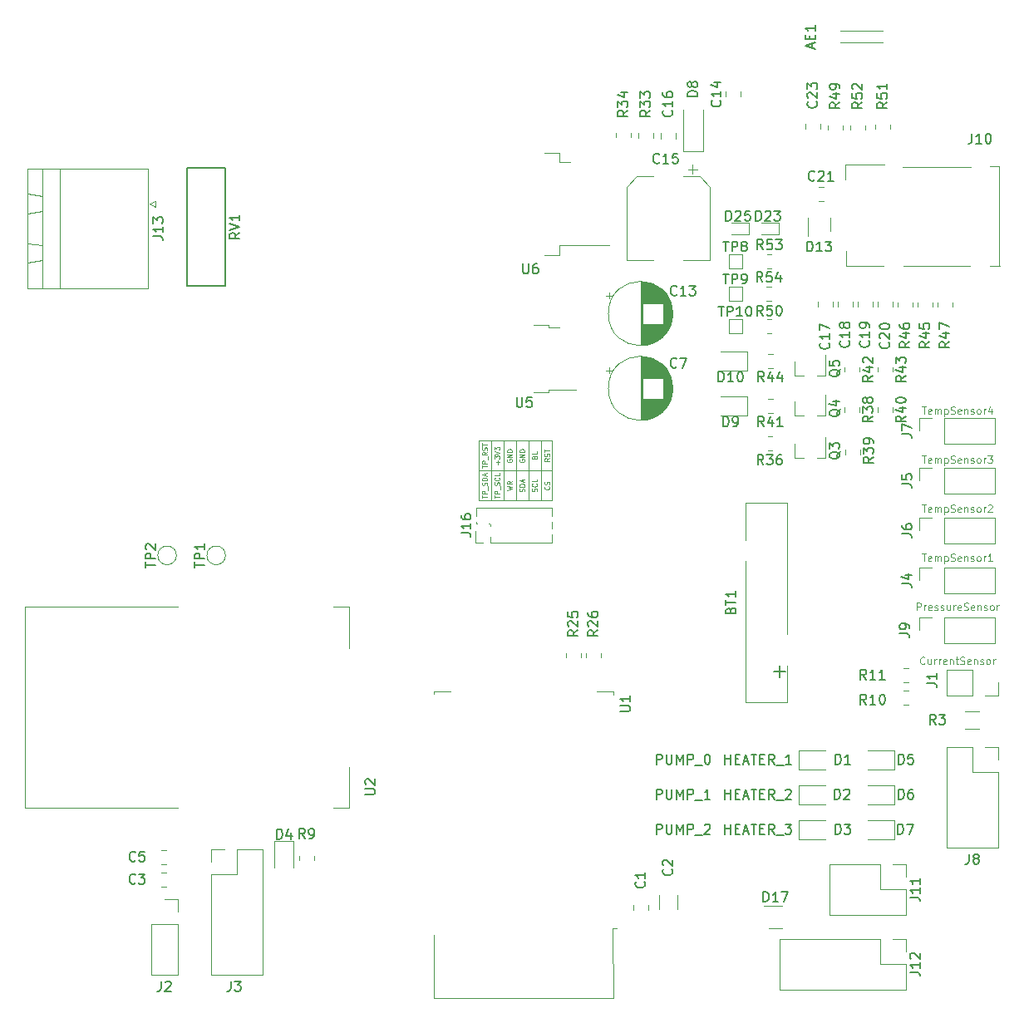
<source format=gto>
%TF.GenerationSoftware,KiCad,Pcbnew,5.1.10-88a1d61d58~90~ubuntu20.04.1*%
%TF.CreationDate,2021-10-12T23:05:44+03:00*%
%TF.ProjectId,Schematic,53636865-6d61-4746-9963-2e6b69636164,rev?*%
%TF.SameCoordinates,Original*%
%TF.FileFunction,Legend,Top*%
%TF.FilePolarity,Positive*%
%FSLAX46Y46*%
G04 Gerber Fmt 4.6, Leading zero omitted, Abs format (unit mm)*
G04 Created by KiCad (PCBNEW 5.1.10-88a1d61d58~90~ubuntu20.04.1) date 2021-10-12 23:05:44*
%MOMM*%
%LPD*%
G01*
G04 APERTURE LIST*
%ADD10C,0.125000*%
%ADD11C,0.120000*%
%ADD12C,0.150000*%
%ADD13R,1.800000X1.300000*%
%ADD14R,1.200000X0.900000*%
%ADD15R,1.500000X0.900000*%
%ADD16R,0.900000X1.500000*%
%ADD17R,4.100000X4.100000*%
%ADD18C,1.600000*%
%ADD19R,1.600000X1.600000*%
%ADD20R,3.000000X3.000000*%
%ADD21C,3.000000*%
%ADD22R,0.600000X0.700000*%
%ADD23R,1.000000X1.000000*%
%ADD24O,1.700000X1.700000*%
%ADD25R,1.700000X1.700000*%
%ADD26R,0.650000X0.400000*%
%ADD27O,1.000000X1.000000*%
%ADD28R,9.400000X10.800000*%
%ADD29R,4.600000X1.100000*%
%ADD30R,0.800000X0.900000*%
%ADD31R,0.400000X0.650000*%
%ADD32R,1.700000X1.300000*%
%ADD33C,1.500000*%
%ADD34R,6.400000X5.800000*%
%ADD35R,2.200000X1.200000*%
%ADD36R,2.600000X0.700000*%
%ADD37R,0.700000X2.600000*%
%ADD38C,1.800000*%
%ADD39O,3.600000X2.000000*%
%ADD40C,1.400000*%
%ADD41C,2.000000*%
%ADD42R,2.000000X2.000000*%
%ADD43R,2.700000X2.700000*%
G04 APERTURE END LIST*
D10*
X187160714Y-114399857D02*
X187125000Y-114435571D01*
X187017857Y-114471285D01*
X186946428Y-114471285D01*
X186839285Y-114435571D01*
X186767857Y-114364142D01*
X186732142Y-114292714D01*
X186696428Y-114149857D01*
X186696428Y-114042714D01*
X186732142Y-113899857D01*
X186767857Y-113828428D01*
X186839285Y-113757000D01*
X186946428Y-113721285D01*
X187017857Y-113721285D01*
X187125000Y-113757000D01*
X187160714Y-113792714D01*
X187803571Y-113971285D02*
X187803571Y-114471285D01*
X187482142Y-113971285D02*
X187482142Y-114364142D01*
X187517857Y-114435571D01*
X187589285Y-114471285D01*
X187696428Y-114471285D01*
X187767857Y-114435571D01*
X187803571Y-114399857D01*
X188160714Y-114471285D02*
X188160714Y-113971285D01*
X188160714Y-114114142D02*
X188196428Y-114042714D01*
X188232142Y-114007000D01*
X188303571Y-113971285D01*
X188375000Y-113971285D01*
X188625000Y-114471285D02*
X188625000Y-113971285D01*
X188625000Y-114114142D02*
X188660714Y-114042714D01*
X188696428Y-114007000D01*
X188767857Y-113971285D01*
X188839285Y-113971285D01*
X189375000Y-114435571D02*
X189303571Y-114471285D01*
X189160714Y-114471285D01*
X189089285Y-114435571D01*
X189053571Y-114364142D01*
X189053571Y-114078428D01*
X189089285Y-114007000D01*
X189160714Y-113971285D01*
X189303571Y-113971285D01*
X189375000Y-114007000D01*
X189410714Y-114078428D01*
X189410714Y-114149857D01*
X189053571Y-114221285D01*
X189732142Y-113971285D02*
X189732142Y-114471285D01*
X189732142Y-114042714D02*
X189767857Y-114007000D01*
X189839285Y-113971285D01*
X189946428Y-113971285D01*
X190017857Y-114007000D01*
X190053571Y-114078428D01*
X190053571Y-114471285D01*
X190303571Y-113971285D02*
X190589285Y-113971285D01*
X190410714Y-113721285D02*
X190410714Y-114364142D01*
X190446428Y-114435571D01*
X190517857Y-114471285D01*
X190589285Y-114471285D01*
X190803571Y-114435571D02*
X190910714Y-114471285D01*
X191089285Y-114471285D01*
X191160714Y-114435571D01*
X191196428Y-114399857D01*
X191232142Y-114328428D01*
X191232142Y-114257000D01*
X191196428Y-114185571D01*
X191160714Y-114149857D01*
X191089285Y-114114142D01*
X190946428Y-114078428D01*
X190875000Y-114042714D01*
X190839285Y-114007000D01*
X190803571Y-113935571D01*
X190803571Y-113864142D01*
X190839285Y-113792714D01*
X190875000Y-113757000D01*
X190946428Y-113721285D01*
X191125000Y-113721285D01*
X191232142Y-113757000D01*
X191839285Y-114435571D02*
X191767857Y-114471285D01*
X191625000Y-114471285D01*
X191553571Y-114435571D01*
X191517857Y-114364142D01*
X191517857Y-114078428D01*
X191553571Y-114007000D01*
X191625000Y-113971285D01*
X191767857Y-113971285D01*
X191839285Y-114007000D01*
X191875000Y-114078428D01*
X191875000Y-114149857D01*
X191517857Y-114221285D01*
X192196428Y-113971285D02*
X192196428Y-114471285D01*
X192196428Y-114042714D02*
X192232142Y-114007000D01*
X192303571Y-113971285D01*
X192410714Y-113971285D01*
X192482142Y-114007000D01*
X192517857Y-114078428D01*
X192517857Y-114471285D01*
X192839285Y-114435571D02*
X192910714Y-114471285D01*
X193053571Y-114471285D01*
X193125000Y-114435571D01*
X193160714Y-114364142D01*
X193160714Y-114328428D01*
X193125000Y-114257000D01*
X193053571Y-114221285D01*
X192946428Y-114221285D01*
X192875000Y-114185571D01*
X192839285Y-114114142D01*
X192839285Y-114078428D01*
X192875000Y-114007000D01*
X192946428Y-113971285D01*
X193053571Y-113971285D01*
X193125000Y-114007000D01*
X193589285Y-114471285D02*
X193517857Y-114435571D01*
X193482142Y-114399857D01*
X193446428Y-114328428D01*
X193446428Y-114114142D01*
X193482142Y-114042714D01*
X193517857Y-114007000D01*
X193589285Y-113971285D01*
X193696428Y-113971285D01*
X193767857Y-114007000D01*
X193803571Y-114042714D01*
X193839285Y-114114142D01*
X193839285Y-114328428D01*
X193803571Y-114399857D01*
X193767857Y-114435571D01*
X193696428Y-114471285D01*
X193589285Y-114471285D01*
X194160714Y-114471285D02*
X194160714Y-113971285D01*
X194160714Y-114114142D02*
X194196428Y-114042714D01*
X194232142Y-114007000D01*
X194303571Y-113971285D01*
X194375000Y-113971285D01*
X186357142Y-108971285D02*
X186357142Y-108221285D01*
X186642857Y-108221285D01*
X186714285Y-108257000D01*
X186750000Y-108292714D01*
X186785714Y-108364142D01*
X186785714Y-108471285D01*
X186750000Y-108542714D01*
X186714285Y-108578428D01*
X186642857Y-108614142D01*
X186357142Y-108614142D01*
X187107142Y-108971285D02*
X187107142Y-108471285D01*
X187107142Y-108614142D02*
X187142857Y-108542714D01*
X187178571Y-108507000D01*
X187250000Y-108471285D01*
X187321428Y-108471285D01*
X187857142Y-108935571D02*
X187785714Y-108971285D01*
X187642857Y-108971285D01*
X187571428Y-108935571D01*
X187535714Y-108864142D01*
X187535714Y-108578428D01*
X187571428Y-108507000D01*
X187642857Y-108471285D01*
X187785714Y-108471285D01*
X187857142Y-108507000D01*
X187892857Y-108578428D01*
X187892857Y-108649857D01*
X187535714Y-108721285D01*
X188178571Y-108935571D02*
X188250000Y-108971285D01*
X188392857Y-108971285D01*
X188464285Y-108935571D01*
X188500000Y-108864142D01*
X188500000Y-108828428D01*
X188464285Y-108757000D01*
X188392857Y-108721285D01*
X188285714Y-108721285D01*
X188214285Y-108685571D01*
X188178571Y-108614142D01*
X188178571Y-108578428D01*
X188214285Y-108507000D01*
X188285714Y-108471285D01*
X188392857Y-108471285D01*
X188464285Y-108507000D01*
X188785714Y-108935571D02*
X188857142Y-108971285D01*
X189000000Y-108971285D01*
X189071428Y-108935571D01*
X189107142Y-108864142D01*
X189107142Y-108828428D01*
X189071428Y-108757000D01*
X189000000Y-108721285D01*
X188892857Y-108721285D01*
X188821428Y-108685571D01*
X188785714Y-108614142D01*
X188785714Y-108578428D01*
X188821428Y-108507000D01*
X188892857Y-108471285D01*
X189000000Y-108471285D01*
X189071428Y-108507000D01*
X189750000Y-108471285D02*
X189750000Y-108971285D01*
X189428571Y-108471285D02*
X189428571Y-108864142D01*
X189464285Y-108935571D01*
X189535714Y-108971285D01*
X189642857Y-108971285D01*
X189714285Y-108935571D01*
X189750000Y-108899857D01*
X190107142Y-108971285D02*
X190107142Y-108471285D01*
X190107142Y-108614142D02*
X190142857Y-108542714D01*
X190178571Y-108507000D01*
X190250000Y-108471285D01*
X190321428Y-108471285D01*
X190857142Y-108935571D02*
X190785714Y-108971285D01*
X190642857Y-108971285D01*
X190571428Y-108935571D01*
X190535714Y-108864142D01*
X190535714Y-108578428D01*
X190571428Y-108507000D01*
X190642857Y-108471285D01*
X190785714Y-108471285D01*
X190857142Y-108507000D01*
X190892857Y-108578428D01*
X190892857Y-108649857D01*
X190535714Y-108721285D01*
X191178571Y-108935571D02*
X191285714Y-108971285D01*
X191464285Y-108971285D01*
X191535714Y-108935571D01*
X191571428Y-108899857D01*
X191607142Y-108828428D01*
X191607142Y-108757000D01*
X191571428Y-108685571D01*
X191535714Y-108649857D01*
X191464285Y-108614142D01*
X191321428Y-108578428D01*
X191250000Y-108542714D01*
X191214285Y-108507000D01*
X191178571Y-108435571D01*
X191178571Y-108364142D01*
X191214285Y-108292714D01*
X191250000Y-108257000D01*
X191321428Y-108221285D01*
X191500000Y-108221285D01*
X191607142Y-108257000D01*
X192214285Y-108935571D02*
X192142857Y-108971285D01*
X192000000Y-108971285D01*
X191928571Y-108935571D01*
X191892857Y-108864142D01*
X191892857Y-108578428D01*
X191928571Y-108507000D01*
X192000000Y-108471285D01*
X192142857Y-108471285D01*
X192214285Y-108507000D01*
X192250000Y-108578428D01*
X192250000Y-108649857D01*
X191892857Y-108721285D01*
X192571428Y-108471285D02*
X192571428Y-108971285D01*
X192571428Y-108542714D02*
X192607142Y-108507000D01*
X192678571Y-108471285D01*
X192785714Y-108471285D01*
X192857142Y-108507000D01*
X192892857Y-108578428D01*
X192892857Y-108971285D01*
X193214285Y-108935571D02*
X193285714Y-108971285D01*
X193428571Y-108971285D01*
X193500000Y-108935571D01*
X193535714Y-108864142D01*
X193535714Y-108828428D01*
X193500000Y-108757000D01*
X193428571Y-108721285D01*
X193321428Y-108721285D01*
X193250000Y-108685571D01*
X193214285Y-108614142D01*
X193214285Y-108578428D01*
X193250000Y-108507000D01*
X193321428Y-108471285D01*
X193428571Y-108471285D01*
X193500000Y-108507000D01*
X193964285Y-108971285D02*
X193892857Y-108935571D01*
X193857142Y-108899857D01*
X193821428Y-108828428D01*
X193821428Y-108614142D01*
X193857142Y-108542714D01*
X193892857Y-108507000D01*
X193964285Y-108471285D01*
X194071428Y-108471285D01*
X194142857Y-108507000D01*
X194178571Y-108542714D01*
X194214285Y-108614142D01*
X194214285Y-108828428D01*
X194178571Y-108899857D01*
X194142857Y-108935571D01*
X194071428Y-108971285D01*
X193964285Y-108971285D01*
X194535714Y-108971285D02*
X194535714Y-108471285D01*
X194535714Y-108614142D02*
X194571428Y-108542714D01*
X194607142Y-108507000D01*
X194678571Y-108471285D01*
X194750000Y-108471285D01*
X186875000Y-88221285D02*
X187303571Y-88221285D01*
X187089285Y-88971285D02*
X187089285Y-88221285D01*
X187839285Y-88935571D02*
X187767857Y-88971285D01*
X187625000Y-88971285D01*
X187553571Y-88935571D01*
X187517857Y-88864142D01*
X187517857Y-88578428D01*
X187553571Y-88507000D01*
X187625000Y-88471285D01*
X187767857Y-88471285D01*
X187839285Y-88507000D01*
X187875000Y-88578428D01*
X187875000Y-88649857D01*
X187517857Y-88721285D01*
X188196428Y-88971285D02*
X188196428Y-88471285D01*
X188196428Y-88542714D02*
X188232142Y-88507000D01*
X188303571Y-88471285D01*
X188410714Y-88471285D01*
X188482142Y-88507000D01*
X188517857Y-88578428D01*
X188517857Y-88971285D01*
X188517857Y-88578428D02*
X188553571Y-88507000D01*
X188625000Y-88471285D01*
X188732142Y-88471285D01*
X188803571Y-88507000D01*
X188839285Y-88578428D01*
X188839285Y-88971285D01*
X189196428Y-88471285D02*
X189196428Y-89221285D01*
X189196428Y-88507000D02*
X189267857Y-88471285D01*
X189410714Y-88471285D01*
X189482142Y-88507000D01*
X189517857Y-88542714D01*
X189553571Y-88614142D01*
X189553571Y-88828428D01*
X189517857Y-88899857D01*
X189482142Y-88935571D01*
X189410714Y-88971285D01*
X189267857Y-88971285D01*
X189196428Y-88935571D01*
X189839285Y-88935571D02*
X189946428Y-88971285D01*
X190125000Y-88971285D01*
X190196428Y-88935571D01*
X190232142Y-88899857D01*
X190267857Y-88828428D01*
X190267857Y-88757000D01*
X190232142Y-88685571D01*
X190196428Y-88649857D01*
X190125000Y-88614142D01*
X189982142Y-88578428D01*
X189910714Y-88542714D01*
X189875000Y-88507000D01*
X189839285Y-88435571D01*
X189839285Y-88364142D01*
X189875000Y-88292714D01*
X189910714Y-88257000D01*
X189982142Y-88221285D01*
X190160714Y-88221285D01*
X190267857Y-88257000D01*
X190875000Y-88935571D02*
X190803571Y-88971285D01*
X190660714Y-88971285D01*
X190589285Y-88935571D01*
X190553571Y-88864142D01*
X190553571Y-88578428D01*
X190589285Y-88507000D01*
X190660714Y-88471285D01*
X190803571Y-88471285D01*
X190875000Y-88507000D01*
X190910714Y-88578428D01*
X190910714Y-88649857D01*
X190553571Y-88721285D01*
X191232142Y-88471285D02*
X191232142Y-88971285D01*
X191232142Y-88542714D02*
X191267857Y-88507000D01*
X191339285Y-88471285D01*
X191446428Y-88471285D01*
X191517857Y-88507000D01*
X191553571Y-88578428D01*
X191553571Y-88971285D01*
X191875000Y-88935571D02*
X191946428Y-88971285D01*
X192089285Y-88971285D01*
X192160714Y-88935571D01*
X192196428Y-88864142D01*
X192196428Y-88828428D01*
X192160714Y-88757000D01*
X192089285Y-88721285D01*
X191982142Y-88721285D01*
X191910714Y-88685571D01*
X191875000Y-88614142D01*
X191875000Y-88578428D01*
X191910714Y-88507000D01*
X191982142Y-88471285D01*
X192089285Y-88471285D01*
X192160714Y-88507000D01*
X192625000Y-88971285D02*
X192553571Y-88935571D01*
X192517857Y-88899857D01*
X192482142Y-88828428D01*
X192482142Y-88614142D01*
X192517857Y-88542714D01*
X192553571Y-88507000D01*
X192625000Y-88471285D01*
X192732142Y-88471285D01*
X192803571Y-88507000D01*
X192839285Y-88542714D01*
X192875000Y-88614142D01*
X192875000Y-88828428D01*
X192839285Y-88899857D01*
X192803571Y-88935571D01*
X192732142Y-88971285D01*
X192625000Y-88971285D01*
X193196428Y-88971285D02*
X193196428Y-88471285D01*
X193196428Y-88614142D02*
X193232142Y-88542714D01*
X193267857Y-88507000D01*
X193339285Y-88471285D01*
X193410714Y-88471285D01*
X193982142Y-88471285D02*
X193982142Y-88971285D01*
X193803571Y-88185571D02*
X193625000Y-88721285D01*
X194089285Y-88721285D01*
X186875000Y-93221285D02*
X187303571Y-93221285D01*
X187089285Y-93971285D02*
X187089285Y-93221285D01*
X187839285Y-93935571D02*
X187767857Y-93971285D01*
X187625000Y-93971285D01*
X187553571Y-93935571D01*
X187517857Y-93864142D01*
X187517857Y-93578428D01*
X187553571Y-93507000D01*
X187625000Y-93471285D01*
X187767857Y-93471285D01*
X187839285Y-93507000D01*
X187875000Y-93578428D01*
X187875000Y-93649857D01*
X187517857Y-93721285D01*
X188196428Y-93971285D02*
X188196428Y-93471285D01*
X188196428Y-93542714D02*
X188232142Y-93507000D01*
X188303571Y-93471285D01*
X188410714Y-93471285D01*
X188482142Y-93507000D01*
X188517857Y-93578428D01*
X188517857Y-93971285D01*
X188517857Y-93578428D02*
X188553571Y-93507000D01*
X188625000Y-93471285D01*
X188732142Y-93471285D01*
X188803571Y-93507000D01*
X188839285Y-93578428D01*
X188839285Y-93971285D01*
X189196428Y-93471285D02*
X189196428Y-94221285D01*
X189196428Y-93507000D02*
X189267857Y-93471285D01*
X189410714Y-93471285D01*
X189482142Y-93507000D01*
X189517857Y-93542714D01*
X189553571Y-93614142D01*
X189553571Y-93828428D01*
X189517857Y-93899857D01*
X189482142Y-93935571D01*
X189410714Y-93971285D01*
X189267857Y-93971285D01*
X189196428Y-93935571D01*
X189839285Y-93935571D02*
X189946428Y-93971285D01*
X190125000Y-93971285D01*
X190196428Y-93935571D01*
X190232142Y-93899857D01*
X190267857Y-93828428D01*
X190267857Y-93757000D01*
X190232142Y-93685571D01*
X190196428Y-93649857D01*
X190125000Y-93614142D01*
X189982142Y-93578428D01*
X189910714Y-93542714D01*
X189875000Y-93507000D01*
X189839285Y-93435571D01*
X189839285Y-93364142D01*
X189875000Y-93292714D01*
X189910714Y-93257000D01*
X189982142Y-93221285D01*
X190160714Y-93221285D01*
X190267857Y-93257000D01*
X190875000Y-93935571D02*
X190803571Y-93971285D01*
X190660714Y-93971285D01*
X190589285Y-93935571D01*
X190553571Y-93864142D01*
X190553571Y-93578428D01*
X190589285Y-93507000D01*
X190660714Y-93471285D01*
X190803571Y-93471285D01*
X190875000Y-93507000D01*
X190910714Y-93578428D01*
X190910714Y-93649857D01*
X190553571Y-93721285D01*
X191232142Y-93471285D02*
X191232142Y-93971285D01*
X191232142Y-93542714D02*
X191267857Y-93507000D01*
X191339285Y-93471285D01*
X191446428Y-93471285D01*
X191517857Y-93507000D01*
X191553571Y-93578428D01*
X191553571Y-93971285D01*
X191875000Y-93935571D02*
X191946428Y-93971285D01*
X192089285Y-93971285D01*
X192160714Y-93935571D01*
X192196428Y-93864142D01*
X192196428Y-93828428D01*
X192160714Y-93757000D01*
X192089285Y-93721285D01*
X191982142Y-93721285D01*
X191910714Y-93685571D01*
X191875000Y-93614142D01*
X191875000Y-93578428D01*
X191910714Y-93507000D01*
X191982142Y-93471285D01*
X192089285Y-93471285D01*
X192160714Y-93507000D01*
X192625000Y-93971285D02*
X192553571Y-93935571D01*
X192517857Y-93899857D01*
X192482142Y-93828428D01*
X192482142Y-93614142D01*
X192517857Y-93542714D01*
X192553571Y-93507000D01*
X192625000Y-93471285D01*
X192732142Y-93471285D01*
X192803571Y-93507000D01*
X192839285Y-93542714D01*
X192875000Y-93614142D01*
X192875000Y-93828428D01*
X192839285Y-93899857D01*
X192803571Y-93935571D01*
X192732142Y-93971285D01*
X192625000Y-93971285D01*
X193196428Y-93971285D02*
X193196428Y-93471285D01*
X193196428Y-93614142D02*
X193232142Y-93542714D01*
X193267857Y-93507000D01*
X193339285Y-93471285D01*
X193410714Y-93471285D01*
X193589285Y-93221285D02*
X194053571Y-93221285D01*
X193803571Y-93507000D01*
X193910714Y-93507000D01*
X193982142Y-93542714D01*
X194017857Y-93578428D01*
X194053571Y-93649857D01*
X194053571Y-93828428D01*
X194017857Y-93899857D01*
X193982142Y-93935571D01*
X193910714Y-93971285D01*
X193696428Y-93971285D01*
X193625000Y-93935571D01*
X193589285Y-93899857D01*
X186875000Y-98221285D02*
X187303571Y-98221285D01*
X187089285Y-98971285D02*
X187089285Y-98221285D01*
X187839285Y-98935571D02*
X187767857Y-98971285D01*
X187625000Y-98971285D01*
X187553571Y-98935571D01*
X187517857Y-98864142D01*
X187517857Y-98578428D01*
X187553571Y-98507000D01*
X187625000Y-98471285D01*
X187767857Y-98471285D01*
X187839285Y-98507000D01*
X187875000Y-98578428D01*
X187875000Y-98649857D01*
X187517857Y-98721285D01*
X188196428Y-98971285D02*
X188196428Y-98471285D01*
X188196428Y-98542714D02*
X188232142Y-98507000D01*
X188303571Y-98471285D01*
X188410714Y-98471285D01*
X188482142Y-98507000D01*
X188517857Y-98578428D01*
X188517857Y-98971285D01*
X188517857Y-98578428D02*
X188553571Y-98507000D01*
X188625000Y-98471285D01*
X188732142Y-98471285D01*
X188803571Y-98507000D01*
X188839285Y-98578428D01*
X188839285Y-98971285D01*
X189196428Y-98471285D02*
X189196428Y-99221285D01*
X189196428Y-98507000D02*
X189267857Y-98471285D01*
X189410714Y-98471285D01*
X189482142Y-98507000D01*
X189517857Y-98542714D01*
X189553571Y-98614142D01*
X189553571Y-98828428D01*
X189517857Y-98899857D01*
X189482142Y-98935571D01*
X189410714Y-98971285D01*
X189267857Y-98971285D01*
X189196428Y-98935571D01*
X189839285Y-98935571D02*
X189946428Y-98971285D01*
X190125000Y-98971285D01*
X190196428Y-98935571D01*
X190232142Y-98899857D01*
X190267857Y-98828428D01*
X190267857Y-98757000D01*
X190232142Y-98685571D01*
X190196428Y-98649857D01*
X190125000Y-98614142D01*
X189982142Y-98578428D01*
X189910714Y-98542714D01*
X189875000Y-98507000D01*
X189839285Y-98435571D01*
X189839285Y-98364142D01*
X189875000Y-98292714D01*
X189910714Y-98257000D01*
X189982142Y-98221285D01*
X190160714Y-98221285D01*
X190267857Y-98257000D01*
X190875000Y-98935571D02*
X190803571Y-98971285D01*
X190660714Y-98971285D01*
X190589285Y-98935571D01*
X190553571Y-98864142D01*
X190553571Y-98578428D01*
X190589285Y-98507000D01*
X190660714Y-98471285D01*
X190803571Y-98471285D01*
X190875000Y-98507000D01*
X190910714Y-98578428D01*
X190910714Y-98649857D01*
X190553571Y-98721285D01*
X191232142Y-98471285D02*
X191232142Y-98971285D01*
X191232142Y-98542714D02*
X191267857Y-98507000D01*
X191339285Y-98471285D01*
X191446428Y-98471285D01*
X191517857Y-98507000D01*
X191553571Y-98578428D01*
X191553571Y-98971285D01*
X191875000Y-98935571D02*
X191946428Y-98971285D01*
X192089285Y-98971285D01*
X192160714Y-98935571D01*
X192196428Y-98864142D01*
X192196428Y-98828428D01*
X192160714Y-98757000D01*
X192089285Y-98721285D01*
X191982142Y-98721285D01*
X191910714Y-98685571D01*
X191875000Y-98614142D01*
X191875000Y-98578428D01*
X191910714Y-98507000D01*
X191982142Y-98471285D01*
X192089285Y-98471285D01*
X192160714Y-98507000D01*
X192625000Y-98971285D02*
X192553571Y-98935571D01*
X192517857Y-98899857D01*
X192482142Y-98828428D01*
X192482142Y-98614142D01*
X192517857Y-98542714D01*
X192553571Y-98507000D01*
X192625000Y-98471285D01*
X192732142Y-98471285D01*
X192803571Y-98507000D01*
X192839285Y-98542714D01*
X192875000Y-98614142D01*
X192875000Y-98828428D01*
X192839285Y-98899857D01*
X192803571Y-98935571D01*
X192732142Y-98971285D01*
X192625000Y-98971285D01*
X193196428Y-98971285D02*
X193196428Y-98471285D01*
X193196428Y-98614142D02*
X193232142Y-98542714D01*
X193267857Y-98507000D01*
X193339285Y-98471285D01*
X193410714Y-98471285D01*
X193625000Y-98292714D02*
X193660714Y-98257000D01*
X193732142Y-98221285D01*
X193910714Y-98221285D01*
X193982142Y-98257000D01*
X194017857Y-98292714D01*
X194053571Y-98364142D01*
X194053571Y-98435571D01*
X194017857Y-98542714D01*
X193589285Y-98971285D01*
X194053571Y-98971285D01*
X186875000Y-103221285D02*
X187303571Y-103221285D01*
X187089285Y-103971285D02*
X187089285Y-103221285D01*
X187839285Y-103935571D02*
X187767857Y-103971285D01*
X187625000Y-103971285D01*
X187553571Y-103935571D01*
X187517857Y-103864142D01*
X187517857Y-103578428D01*
X187553571Y-103507000D01*
X187625000Y-103471285D01*
X187767857Y-103471285D01*
X187839285Y-103507000D01*
X187875000Y-103578428D01*
X187875000Y-103649857D01*
X187517857Y-103721285D01*
X188196428Y-103971285D02*
X188196428Y-103471285D01*
X188196428Y-103542714D02*
X188232142Y-103507000D01*
X188303571Y-103471285D01*
X188410714Y-103471285D01*
X188482142Y-103507000D01*
X188517857Y-103578428D01*
X188517857Y-103971285D01*
X188517857Y-103578428D02*
X188553571Y-103507000D01*
X188625000Y-103471285D01*
X188732142Y-103471285D01*
X188803571Y-103507000D01*
X188839285Y-103578428D01*
X188839285Y-103971285D01*
X189196428Y-103471285D02*
X189196428Y-104221285D01*
X189196428Y-103507000D02*
X189267857Y-103471285D01*
X189410714Y-103471285D01*
X189482142Y-103507000D01*
X189517857Y-103542714D01*
X189553571Y-103614142D01*
X189553571Y-103828428D01*
X189517857Y-103899857D01*
X189482142Y-103935571D01*
X189410714Y-103971285D01*
X189267857Y-103971285D01*
X189196428Y-103935571D01*
X189839285Y-103935571D02*
X189946428Y-103971285D01*
X190125000Y-103971285D01*
X190196428Y-103935571D01*
X190232142Y-103899857D01*
X190267857Y-103828428D01*
X190267857Y-103757000D01*
X190232142Y-103685571D01*
X190196428Y-103649857D01*
X190125000Y-103614142D01*
X189982142Y-103578428D01*
X189910714Y-103542714D01*
X189875000Y-103507000D01*
X189839285Y-103435571D01*
X189839285Y-103364142D01*
X189875000Y-103292714D01*
X189910714Y-103257000D01*
X189982142Y-103221285D01*
X190160714Y-103221285D01*
X190267857Y-103257000D01*
X190875000Y-103935571D02*
X190803571Y-103971285D01*
X190660714Y-103971285D01*
X190589285Y-103935571D01*
X190553571Y-103864142D01*
X190553571Y-103578428D01*
X190589285Y-103507000D01*
X190660714Y-103471285D01*
X190803571Y-103471285D01*
X190875000Y-103507000D01*
X190910714Y-103578428D01*
X190910714Y-103649857D01*
X190553571Y-103721285D01*
X191232142Y-103471285D02*
X191232142Y-103971285D01*
X191232142Y-103542714D02*
X191267857Y-103507000D01*
X191339285Y-103471285D01*
X191446428Y-103471285D01*
X191517857Y-103507000D01*
X191553571Y-103578428D01*
X191553571Y-103971285D01*
X191875000Y-103935571D02*
X191946428Y-103971285D01*
X192089285Y-103971285D01*
X192160714Y-103935571D01*
X192196428Y-103864142D01*
X192196428Y-103828428D01*
X192160714Y-103757000D01*
X192089285Y-103721285D01*
X191982142Y-103721285D01*
X191910714Y-103685571D01*
X191875000Y-103614142D01*
X191875000Y-103578428D01*
X191910714Y-103507000D01*
X191982142Y-103471285D01*
X192089285Y-103471285D01*
X192160714Y-103507000D01*
X192625000Y-103971285D02*
X192553571Y-103935571D01*
X192517857Y-103899857D01*
X192482142Y-103828428D01*
X192482142Y-103614142D01*
X192517857Y-103542714D01*
X192553571Y-103507000D01*
X192625000Y-103471285D01*
X192732142Y-103471285D01*
X192803571Y-103507000D01*
X192839285Y-103542714D01*
X192875000Y-103614142D01*
X192875000Y-103828428D01*
X192839285Y-103899857D01*
X192803571Y-103935571D01*
X192732142Y-103971285D01*
X192625000Y-103971285D01*
X193196428Y-103971285D02*
X193196428Y-103471285D01*
X193196428Y-103614142D02*
X193232142Y-103542714D01*
X193267857Y-103507000D01*
X193339285Y-103471285D01*
X193410714Y-103471285D01*
X194053571Y-103971285D02*
X193625000Y-103971285D01*
X193839285Y-103971285D02*
X193839285Y-103221285D01*
X193767857Y-103328428D01*
X193696428Y-103399857D01*
X193625000Y-103435571D01*
D11*
X141732000Y-91694000D02*
X149225000Y-91694000D01*
X149225000Y-94742000D02*
X149225000Y-91821000D01*
X141732000Y-94742000D02*
X149225000Y-94742000D01*
X141732000Y-97790000D02*
X149225000Y-97790000D01*
X141732000Y-91694000D02*
X141732000Y-97790000D01*
X149225000Y-91694000D02*
X149225000Y-97790000D01*
X148082000Y-91694000D02*
X148082000Y-97790000D01*
X146812000Y-91694000D02*
X146812000Y-97790000D01*
X145542000Y-91694000D02*
X145542000Y-97790000D01*
X144272000Y-91694000D02*
X144272000Y-97790000D01*
X143002000Y-91694000D02*
X143002000Y-97790000D01*
D10*
X147649380Y-96861238D02*
X147673190Y-96789809D01*
X147673190Y-96670761D01*
X147649380Y-96623142D01*
X147625571Y-96599333D01*
X147577952Y-96575523D01*
X147530333Y-96575523D01*
X147482714Y-96599333D01*
X147458904Y-96623142D01*
X147435095Y-96670761D01*
X147411285Y-96766000D01*
X147387476Y-96813619D01*
X147363666Y-96837428D01*
X147316047Y-96861238D01*
X147268428Y-96861238D01*
X147220809Y-96837428D01*
X147197000Y-96813619D01*
X147173190Y-96766000D01*
X147173190Y-96646952D01*
X147197000Y-96575523D01*
X147625571Y-96075523D02*
X147649380Y-96099333D01*
X147673190Y-96170761D01*
X147673190Y-96218380D01*
X147649380Y-96289809D01*
X147601761Y-96337428D01*
X147554142Y-96361238D01*
X147458904Y-96385047D01*
X147387476Y-96385047D01*
X147292238Y-96361238D01*
X147244619Y-96337428D01*
X147197000Y-96289809D01*
X147173190Y-96218380D01*
X147173190Y-96170761D01*
X147197000Y-96099333D01*
X147220809Y-96075523D01*
X147673190Y-95623142D02*
X147673190Y-95861238D01*
X147173190Y-95861238D01*
X148895571Y-96349333D02*
X148919380Y-96373142D01*
X148943190Y-96444571D01*
X148943190Y-96492190D01*
X148919380Y-96563619D01*
X148871761Y-96611238D01*
X148824142Y-96635047D01*
X148728904Y-96658857D01*
X148657476Y-96658857D01*
X148562238Y-96635047D01*
X148514619Y-96611238D01*
X148467000Y-96563619D01*
X148443190Y-96492190D01*
X148443190Y-96444571D01*
X148467000Y-96373142D01*
X148490809Y-96349333D01*
X148919380Y-96158857D02*
X148943190Y-96087428D01*
X148943190Y-95968380D01*
X148919380Y-95920761D01*
X148895571Y-95896952D01*
X148847952Y-95873142D01*
X148800333Y-95873142D01*
X148752714Y-95896952D01*
X148728904Y-95920761D01*
X148705095Y-95968380D01*
X148681285Y-96063619D01*
X148657476Y-96111238D01*
X148633666Y-96135047D01*
X148586047Y-96158857D01*
X148538428Y-96158857D01*
X148490809Y-96135047D01*
X148467000Y-96111238D01*
X148443190Y-96063619D01*
X148443190Y-95944571D01*
X148467000Y-95873142D01*
X142093190Y-97551714D02*
X142093190Y-97266000D01*
X142593190Y-97408857D02*
X142093190Y-97408857D01*
X142593190Y-97099333D02*
X142093190Y-97099333D01*
X142093190Y-96908857D01*
X142117000Y-96861238D01*
X142140809Y-96837428D01*
X142188428Y-96813619D01*
X142259857Y-96813619D01*
X142307476Y-96837428D01*
X142331285Y-96861238D01*
X142355095Y-96908857D01*
X142355095Y-97099333D01*
X142640809Y-96718380D02*
X142640809Y-96337428D01*
X142569380Y-96242190D02*
X142593190Y-96170761D01*
X142593190Y-96051714D01*
X142569380Y-96004095D01*
X142545571Y-95980285D01*
X142497952Y-95956476D01*
X142450333Y-95956476D01*
X142402714Y-95980285D01*
X142378904Y-96004095D01*
X142355095Y-96051714D01*
X142331285Y-96146952D01*
X142307476Y-96194571D01*
X142283666Y-96218380D01*
X142236047Y-96242190D01*
X142188428Y-96242190D01*
X142140809Y-96218380D01*
X142117000Y-96194571D01*
X142093190Y-96146952D01*
X142093190Y-96027904D01*
X142117000Y-95956476D01*
X142593190Y-95742190D02*
X142093190Y-95742190D01*
X142093190Y-95623142D01*
X142117000Y-95551714D01*
X142164619Y-95504095D01*
X142212238Y-95480285D01*
X142307476Y-95456476D01*
X142378904Y-95456476D01*
X142474142Y-95480285D01*
X142521761Y-95504095D01*
X142569380Y-95551714D01*
X142593190Y-95623142D01*
X142593190Y-95742190D01*
X142450333Y-95266000D02*
X142450333Y-95027904D01*
X142593190Y-95313619D02*
X142093190Y-95146952D01*
X142593190Y-94980285D01*
X143363190Y-97539809D02*
X143363190Y-97254095D01*
X143863190Y-97396952D02*
X143363190Y-97396952D01*
X143863190Y-97087428D02*
X143363190Y-97087428D01*
X143363190Y-96896952D01*
X143387000Y-96849333D01*
X143410809Y-96825523D01*
X143458428Y-96801714D01*
X143529857Y-96801714D01*
X143577476Y-96825523D01*
X143601285Y-96849333D01*
X143625095Y-96896952D01*
X143625095Y-97087428D01*
X143910809Y-96706476D02*
X143910809Y-96325523D01*
X143839380Y-96230285D02*
X143863190Y-96158857D01*
X143863190Y-96039809D01*
X143839380Y-95992190D01*
X143815571Y-95968380D01*
X143767952Y-95944571D01*
X143720333Y-95944571D01*
X143672714Y-95968380D01*
X143648904Y-95992190D01*
X143625095Y-96039809D01*
X143601285Y-96135047D01*
X143577476Y-96182666D01*
X143553666Y-96206476D01*
X143506047Y-96230285D01*
X143458428Y-96230285D01*
X143410809Y-96206476D01*
X143387000Y-96182666D01*
X143363190Y-96135047D01*
X143363190Y-96016000D01*
X143387000Y-95944571D01*
X143815571Y-95444571D02*
X143839380Y-95468380D01*
X143863190Y-95539809D01*
X143863190Y-95587428D01*
X143839380Y-95658857D01*
X143791761Y-95706476D01*
X143744142Y-95730285D01*
X143648904Y-95754095D01*
X143577476Y-95754095D01*
X143482238Y-95730285D01*
X143434619Y-95706476D01*
X143387000Y-95658857D01*
X143363190Y-95587428D01*
X143363190Y-95539809D01*
X143387000Y-95468380D01*
X143410809Y-95444571D01*
X143863190Y-94992190D02*
X143863190Y-95230285D01*
X143363190Y-95230285D01*
X144633190Y-96730285D02*
X145133190Y-96611238D01*
X144776047Y-96516000D01*
X145133190Y-96420761D01*
X144633190Y-96301714D01*
X145133190Y-95825523D02*
X144895095Y-95992190D01*
X145133190Y-96111238D02*
X144633190Y-96111238D01*
X144633190Y-95920761D01*
X144657000Y-95873142D01*
X144680809Y-95849333D01*
X144728428Y-95825523D01*
X144799857Y-95825523D01*
X144847476Y-95849333D01*
X144871285Y-95873142D01*
X144895095Y-95920761D01*
X144895095Y-96111238D01*
X146379380Y-96873142D02*
X146403190Y-96801714D01*
X146403190Y-96682666D01*
X146379380Y-96635047D01*
X146355571Y-96611238D01*
X146307952Y-96587428D01*
X146260333Y-96587428D01*
X146212714Y-96611238D01*
X146188904Y-96635047D01*
X146165095Y-96682666D01*
X146141285Y-96777904D01*
X146117476Y-96825523D01*
X146093666Y-96849333D01*
X146046047Y-96873142D01*
X145998428Y-96873142D01*
X145950809Y-96849333D01*
X145927000Y-96825523D01*
X145903190Y-96777904D01*
X145903190Y-96658857D01*
X145927000Y-96587428D01*
X146403190Y-96373142D02*
X145903190Y-96373142D01*
X145903190Y-96254095D01*
X145927000Y-96182666D01*
X145974619Y-96135047D01*
X146022238Y-96111238D01*
X146117476Y-96087428D01*
X146188904Y-96087428D01*
X146284142Y-96111238D01*
X146331761Y-96135047D01*
X146379380Y-96182666D01*
X146403190Y-96254095D01*
X146403190Y-96373142D01*
X146260333Y-95896952D02*
X146260333Y-95658857D01*
X146403190Y-95944571D02*
X145903190Y-95777904D01*
X146403190Y-95611238D01*
X147411285Y-93384666D02*
X147435095Y-93313238D01*
X147458904Y-93289428D01*
X147506523Y-93265619D01*
X147577952Y-93265619D01*
X147625571Y-93289428D01*
X147649380Y-93313238D01*
X147673190Y-93360857D01*
X147673190Y-93551333D01*
X147173190Y-93551333D01*
X147173190Y-93384666D01*
X147197000Y-93337047D01*
X147220809Y-93313238D01*
X147268428Y-93289428D01*
X147316047Y-93289428D01*
X147363666Y-93313238D01*
X147387476Y-93337047D01*
X147411285Y-93384666D01*
X147411285Y-93551333D01*
X147673190Y-92813238D02*
X147673190Y-93051333D01*
X147173190Y-93051333D01*
X148943190Y-93491809D02*
X148705095Y-93658476D01*
X148943190Y-93777523D02*
X148443190Y-93777523D01*
X148443190Y-93587047D01*
X148467000Y-93539428D01*
X148490809Y-93515619D01*
X148538428Y-93491809D01*
X148609857Y-93491809D01*
X148657476Y-93515619D01*
X148681285Y-93539428D01*
X148705095Y-93587047D01*
X148705095Y-93777523D01*
X148919380Y-93301333D02*
X148943190Y-93229904D01*
X148943190Y-93110857D01*
X148919380Y-93063238D01*
X148895571Y-93039428D01*
X148847952Y-93015619D01*
X148800333Y-93015619D01*
X148752714Y-93039428D01*
X148728904Y-93063238D01*
X148705095Y-93110857D01*
X148681285Y-93206095D01*
X148657476Y-93253714D01*
X148633666Y-93277523D01*
X148586047Y-93301333D01*
X148538428Y-93301333D01*
X148490809Y-93277523D01*
X148467000Y-93253714D01*
X148443190Y-93206095D01*
X148443190Y-93087047D01*
X148467000Y-93015619D01*
X148443190Y-92872761D02*
X148443190Y-92587047D01*
X148943190Y-92729904D02*
X148443190Y-92729904D01*
X144657000Y-93598952D02*
X144633190Y-93646571D01*
X144633190Y-93718000D01*
X144657000Y-93789428D01*
X144704619Y-93837047D01*
X144752238Y-93860857D01*
X144847476Y-93884666D01*
X144918904Y-93884666D01*
X145014142Y-93860857D01*
X145061761Y-93837047D01*
X145109380Y-93789428D01*
X145133190Y-93718000D01*
X145133190Y-93670380D01*
X145109380Y-93598952D01*
X145085571Y-93575142D01*
X144918904Y-93575142D01*
X144918904Y-93670380D01*
X145133190Y-93360857D02*
X144633190Y-93360857D01*
X145133190Y-93075142D01*
X144633190Y-93075142D01*
X145133190Y-92837047D02*
X144633190Y-92837047D01*
X144633190Y-92718000D01*
X144657000Y-92646571D01*
X144704619Y-92598952D01*
X144752238Y-92575142D01*
X144847476Y-92551333D01*
X144918904Y-92551333D01*
X145014142Y-92575142D01*
X145061761Y-92598952D01*
X145109380Y-92646571D01*
X145133190Y-92718000D01*
X145133190Y-92837047D01*
X145927000Y-93598952D02*
X145903190Y-93646571D01*
X145903190Y-93718000D01*
X145927000Y-93789428D01*
X145974619Y-93837047D01*
X146022238Y-93860857D01*
X146117476Y-93884666D01*
X146188904Y-93884666D01*
X146284142Y-93860857D01*
X146331761Y-93837047D01*
X146379380Y-93789428D01*
X146403190Y-93718000D01*
X146403190Y-93670380D01*
X146379380Y-93598952D01*
X146355571Y-93575142D01*
X146188904Y-93575142D01*
X146188904Y-93670380D01*
X146403190Y-93360857D02*
X145903190Y-93360857D01*
X146403190Y-93075142D01*
X145903190Y-93075142D01*
X146403190Y-92837047D02*
X145903190Y-92837047D01*
X145903190Y-92718000D01*
X145927000Y-92646571D01*
X145974619Y-92598952D01*
X146022238Y-92575142D01*
X146117476Y-92551333D01*
X146188904Y-92551333D01*
X146284142Y-92575142D01*
X146331761Y-92598952D01*
X146379380Y-92646571D01*
X146403190Y-92718000D01*
X146403190Y-92837047D01*
X143672714Y-94098952D02*
X143672714Y-93718000D01*
X143863190Y-93908476D02*
X143482238Y-93908476D01*
X143363190Y-93527523D02*
X143363190Y-93218000D01*
X143553666Y-93384666D01*
X143553666Y-93313238D01*
X143577476Y-93265619D01*
X143601285Y-93241809D01*
X143648904Y-93218000D01*
X143767952Y-93218000D01*
X143815571Y-93241809D01*
X143839380Y-93265619D01*
X143863190Y-93313238D01*
X143863190Y-93456095D01*
X143839380Y-93503714D01*
X143815571Y-93527523D01*
X143363190Y-93075142D02*
X143863190Y-92908476D01*
X143363190Y-92741809D01*
X143363190Y-92622761D02*
X143363190Y-92313238D01*
X143553666Y-92479904D01*
X143553666Y-92408476D01*
X143577476Y-92360857D01*
X143601285Y-92337047D01*
X143648904Y-92313238D01*
X143767952Y-92313238D01*
X143815571Y-92337047D01*
X143839380Y-92360857D01*
X143863190Y-92408476D01*
X143863190Y-92551333D01*
X143839380Y-92598952D01*
X143815571Y-92622761D01*
X142093190Y-94479904D02*
X142093190Y-94194190D01*
X142593190Y-94337047D02*
X142093190Y-94337047D01*
X142593190Y-94027523D02*
X142093190Y-94027523D01*
X142093190Y-93837047D01*
X142117000Y-93789428D01*
X142140809Y-93765619D01*
X142188428Y-93741809D01*
X142259857Y-93741809D01*
X142307476Y-93765619D01*
X142331285Y-93789428D01*
X142355095Y-93837047D01*
X142355095Y-94027523D01*
X142640809Y-93646571D02*
X142640809Y-93265619D01*
X142593190Y-92860857D02*
X142355095Y-93027523D01*
X142593190Y-93146571D02*
X142093190Y-93146571D01*
X142093190Y-92956095D01*
X142117000Y-92908476D01*
X142140809Y-92884666D01*
X142188428Y-92860857D01*
X142259857Y-92860857D01*
X142307476Y-92884666D01*
X142331285Y-92908476D01*
X142355095Y-92956095D01*
X142355095Y-93146571D01*
X142569380Y-92670380D02*
X142593190Y-92598952D01*
X142593190Y-92479904D01*
X142569380Y-92432285D01*
X142545571Y-92408476D01*
X142497952Y-92384666D01*
X142450333Y-92384666D01*
X142402714Y-92408476D01*
X142378904Y-92432285D01*
X142355095Y-92479904D01*
X142331285Y-92575142D01*
X142307476Y-92622761D01*
X142283666Y-92646571D01*
X142236047Y-92670380D01*
X142188428Y-92670380D01*
X142140809Y-92646571D01*
X142117000Y-92622761D01*
X142093190Y-92575142D01*
X142093190Y-92456095D01*
X142117000Y-92384666D01*
X142093190Y-92241809D02*
X142093190Y-91956095D01*
X142593190Y-92098952D02*
X142093190Y-92098952D01*
D12*
X166822857Y-131770380D02*
X166822857Y-130770380D01*
X166822857Y-131246571D02*
X167394285Y-131246571D01*
X167394285Y-131770380D02*
X167394285Y-130770380D01*
X167870476Y-131246571D02*
X168203809Y-131246571D01*
X168346666Y-131770380D02*
X167870476Y-131770380D01*
X167870476Y-130770380D01*
X168346666Y-130770380D01*
X168727619Y-131484666D02*
X169203809Y-131484666D01*
X168632380Y-131770380D02*
X168965714Y-130770380D01*
X169299047Y-131770380D01*
X169489523Y-130770380D02*
X170060952Y-130770380D01*
X169775238Y-131770380D02*
X169775238Y-130770380D01*
X170394285Y-131246571D02*
X170727619Y-131246571D01*
X170870476Y-131770380D02*
X170394285Y-131770380D01*
X170394285Y-130770380D01*
X170870476Y-130770380D01*
X171870476Y-131770380D02*
X171537142Y-131294190D01*
X171299047Y-131770380D02*
X171299047Y-130770380D01*
X171680000Y-130770380D01*
X171775238Y-130818000D01*
X171822857Y-130865619D01*
X171870476Y-130960857D01*
X171870476Y-131103714D01*
X171822857Y-131198952D01*
X171775238Y-131246571D01*
X171680000Y-131294190D01*
X171299047Y-131294190D01*
X172060952Y-131865619D02*
X172822857Y-131865619D01*
X172965714Y-130770380D02*
X173584761Y-130770380D01*
X173251428Y-131151333D01*
X173394285Y-131151333D01*
X173489523Y-131198952D01*
X173537142Y-131246571D01*
X173584761Y-131341809D01*
X173584761Y-131579904D01*
X173537142Y-131675142D01*
X173489523Y-131722761D01*
X173394285Y-131770380D01*
X173108571Y-131770380D01*
X173013333Y-131722761D01*
X172965714Y-131675142D01*
X166822857Y-128214380D02*
X166822857Y-127214380D01*
X166822857Y-127690571D02*
X167394285Y-127690571D01*
X167394285Y-128214380D02*
X167394285Y-127214380D01*
X167870476Y-127690571D02*
X168203809Y-127690571D01*
X168346666Y-128214380D02*
X167870476Y-128214380D01*
X167870476Y-127214380D01*
X168346666Y-127214380D01*
X168727619Y-127928666D02*
X169203809Y-127928666D01*
X168632380Y-128214380D02*
X168965714Y-127214380D01*
X169299047Y-128214380D01*
X169489523Y-127214380D02*
X170060952Y-127214380D01*
X169775238Y-128214380D02*
X169775238Y-127214380D01*
X170394285Y-127690571D02*
X170727619Y-127690571D01*
X170870476Y-128214380D02*
X170394285Y-128214380D01*
X170394285Y-127214380D01*
X170870476Y-127214380D01*
X171870476Y-128214380D02*
X171537142Y-127738190D01*
X171299047Y-128214380D02*
X171299047Y-127214380D01*
X171680000Y-127214380D01*
X171775238Y-127262000D01*
X171822857Y-127309619D01*
X171870476Y-127404857D01*
X171870476Y-127547714D01*
X171822857Y-127642952D01*
X171775238Y-127690571D01*
X171680000Y-127738190D01*
X171299047Y-127738190D01*
X172060952Y-128309619D02*
X172822857Y-128309619D01*
X173013333Y-127309619D02*
X173060952Y-127262000D01*
X173156190Y-127214380D01*
X173394285Y-127214380D01*
X173489523Y-127262000D01*
X173537142Y-127309619D01*
X173584761Y-127404857D01*
X173584761Y-127500095D01*
X173537142Y-127642952D01*
X172965714Y-128214380D01*
X173584761Y-128214380D01*
X166822857Y-124658380D02*
X166822857Y-123658380D01*
X166822857Y-124134571D02*
X167394285Y-124134571D01*
X167394285Y-124658380D02*
X167394285Y-123658380D01*
X167870476Y-124134571D02*
X168203809Y-124134571D01*
X168346666Y-124658380D02*
X167870476Y-124658380D01*
X167870476Y-123658380D01*
X168346666Y-123658380D01*
X168727619Y-124372666D02*
X169203809Y-124372666D01*
X168632380Y-124658380D02*
X168965714Y-123658380D01*
X169299047Y-124658380D01*
X169489523Y-123658380D02*
X170060952Y-123658380D01*
X169775238Y-124658380D02*
X169775238Y-123658380D01*
X170394285Y-124134571D02*
X170727619Y-124134571D01*
X170870476Y-124658380D02*
X170394285Y-124658380D01*
X170394285Y-123658380D01*
X170870476Y-123658380D01*
X171870476Y-124658380D02*
X171537142Y-124182190D01*
X171299047Y-124658380D02*
X171299047Y-123658380D01*
X171680000Y-123658380D01*
X171775238Y-123706000D01*
X171822857Y-123753619D01*
X171870476Y-123848857D01*
X171870476Y-123991714D01*
X171822857Y-124086952D01*
X171775238Y-124134571D01*
X171680000Y-124182190D01*
X171299047Y-124182190D01*
X172060952Y-124753619D02*
X172822857Y-124753619D01*
X173584761Y-124658380D02*
X173013333Y-124658380D01*
X173299047Y-124658380D02*
X173299047Y-123658380D01*
X173203809Y-123801238D01*
X173108571Y-123896476D01*
X173013333Y-123944095D01*
X159845714Y-131770380D02*
X159845714Y-130770380D01*
X160226666Y-130770380D01*
X160321904Y-130818000D01*
X160369523Y-130865619D01*
X160417142Y-130960857D01*
X160417142Y-131103714D01*
X160369523Y-131198952D01*
X160321904Y-131246571D01*
X160226666Y-131294190D01*
X159845714Y-131294190D01*
X160845714Y-130770380D02*
X160845714Y-131579904D01*
X160893333Y-131675142D01*
X160940952Y-131722761D01*
X161036190Y-131770380D01*
X161226666Y-131770380D01*
X161321904Y-131722761D01*
X161369523Y-131675142D01*
X161417142Y-131579904D01*
X161417142Y-130770380D01*
X161893333Y-131770380D02*
X161893333Y-130770380D01*
X162226666Y-131484666D01*
X162560000Y-130770380D01*
X162560000Y-131770380D01*
X163036190Y-131770380D02*
X163036190Y-130770380D01*
X163417142Y-130770380D01*
X163512380Y-130818000D01*
X163560000Y-130865619D01*
X163607619Y-130960857D01*
X163607619Y-131103714D01*
X163560000Y-131198952D01*
X163512380Y-131246571D01*
X163417142Y-131294190D01*
X163036190Y-131294190D01*
X163798095Y-131865619D02*
X164560000Y-131865619D01*
X164750476Y-130865619D02*
X164798095Y-130818000D01*
X164893333Y-130770380D01*
X165131428Y-130770380D01*
X165226666Y-130818000D01*
X165274285Y-130865619D01*
X165321904Y-130960857D01*
X165321904Y-131056095D01*
X165274285Y-131198952D01*
X164702857Y-131770380D01*
X165321904Y-131770380D01*
X159845714Y-128214380D02*
X159845714Y-127214380D01*
X160226666Y-127214380D01*
X160321904Y-127262000D01*
X160369523Y-127309619D01*
X160417142Y-127404857D01*
X160417142Y-127547714D01*
X160369523Y-127642952D01*
X160321904Y-127690571D01*
X160226666Y-127738190D01*
X159845714Y-127738190D01*
X160845714Y-127214380D02*
X160845714Y-128023904D01*
X160893333Y-128119142D01*
X160940952Y-128166761D01*
X161036190Y-128214380D01*
X161226666Y-128214380D01*
X161321904Y-128166761D01*
X161369523Y-128119142D01*
X161417142Y-128023904D01*
X161417142Y-127214380D01*
X161893333Y-128214380D02*
X161893333Y-127214380D01*
X162226666Y-127928666D01*
X162560000Y-127214380D01*
X162560000Y-128214380D01*
X163036190Y-128214380D02*
X163036190Y-127214380D01*
X163417142Y-127214380D01*
X163512380Y-127262000D01*
X163560000Y-127309619D01*
X163607619Y-127404857D01*
X163607619Y-127547714D01*
X163560000Y-127642952D01*
X163512380Y-127690571D01*
X163417142Y-127738190D01*
X163036190Y-127738190D01*
X163798095Y-128309619D02*
X164560000Y-128309619D01*
X165321904Y-128214380D02*
X164750476Y-128214380D01*
X165036190Y-128214380D02*
X165036190Y-127214380D01*
X164940952Y-127357238D01*
X164845714Y-127452476D01*
X164750476Y-127500095D01*
X159845714Y-124658380D02*
X159845714Y-123658380D01*
X160226666Y-123658380D01*
X160321904Y-123706000D01*
X160369523Y-123753619D01*
X160417142Y-123848857D01*
X160417142Y-123991714D01*
X160369523Y-124086952D01*
X160321904Y-124134571D01*
X160226666Y-124182190D01*
X159845714Y-124182190D01*
X160845714Y-123658380D02*
X160845714Y-124467904D01*
X160893333Y-124563142D01*
X160940952Y-124610761D01*
X161036190Y-124658380D01*
X161226666Y-124658380D01*
X161321904Y-124610761D01*
X161369523Y-124563142D01*
X161417142Y-124467904D01*
X161417142Y-123658380D01*
X161893333Y-124658380D02*
X161893333Y-123658380D01*
X162226666Y-124372666D01*
X162560000Y-123658380D01*
X162560000Y-124658380D01*
X163036190Y-124658380D02*
X163036190Y-123658380D01*
X163417142Y-123658380D01*
X163512380Y-123706000D01*
X163560000Y-123753619D01*
X163607619Y-123848857D01*
X163607619Y-123991714D01*
X163560000Y-124086952D01*
X163512380Y-124134571D01*
X163417142Y-124182190D01*
X163036190Y-124182190D01*
X163798095Y-124753619D02*
X164560000Y-124753619D01*
X164988571Y-123658380D02*
X165083809Y-123658380D01*
X165179047Y-123706000D01*
X165226666Y-123753619D01*
X165274285Y-123848857D01*
X165321904Y-124039333D01*
X165321904Y-124277428D01*
X165274285Y-124467904D01*
X165226666Y-124563142D01*
X165179047Y-124610761D01*
X165083809Y-124658380D01*
X164988571Y-124658380D01*
X164893333Y-124610761D01*
X164845714Y-124563142D01*
X164798095Y-124467904D01*
X164750476Y-124277428D01*
X164750476Y-124039333D01*
X164798095Y-123848857D01*
X164845714Y-123753619D01*
X164893333Y-123706000D01*
X164988571Y-123658380D01*
D11*
X191786000Y-73892000D02*
X184986000Y-73892000D01*
X179128000Y-73892000D02*
X179128000Y-72343000D01*
X193786000Y-73892000D02*
X194798000Y-73892000D01*
X182986000Y-73892000D02*
X179128000Y-73892000D01*
X183086000Y-63592000D02*
X179086000Y-63592000D01*
X194786000Y-73892000D02*
X194786000Y-63692000D01*
X179086000Y-65092000D02*
X179086000Y-63592000D01*
X191886000Y-63792000D02*
X184886000Y-63792000D01*
X193786000Y-63692000D02*
X194786000Y-63692000D01*
X155424000Y-117232000D02*
X153764000Y-117232000D01*
X155424000Y-117592000D02*
X155424000Y-117232000D01*
X137184000Y-117232000D02*
X138844000Y-117232000D01*
X137184000Y-117492000D02*
X137184000Y-117232000D01*
X155429000Y-148482000D02*
X137174000Y-148482000D01*
X155414000Y-141402000D02*
X155429000Y-148482000D01*
X137174000Y-142062000D02*
X137174000Y-148482000D01*
X155414000Y-141402000D02*
X155804000Y-141402000D01*
X155036759Y-76586000D02*
X155036759Y-77216000D01*
X154721759Y-76901000D02*
X155351759Y-76901000D01*
X161463000Y-78338000D02*
X161463000Y-79142000D01*
X161423000Y-78107000D02*
X161423000Y-79373000D01*
X161383000Y-77938000D02*
X161383000Y-79542000D01*
X161343000Y-77800000D02*
X161343000Y-79680000D01*
X161303000Y-77681000D02*
X161303000Y-79799000D01*
X161263000Y-77575000D02*
X161263000Y-79905000D01*
X161223000Y-77478000D02*
X161223000Y-80002000D01*
X161183000Y-77390000D02*
X161183000Y-80090000D01*
X161143000Y-77308000D02*
X161143000Y-80172000D01*
X161103000Y-77231000D02*
X161103000Y-80249000D01*
X161063000Y-77159000D02*
X161063000Y-80321000D01*
X161023000Y-77090000D02*
X161023000Y-80390000D01*
X160983000Y-77026000D02*
X160983000Y-80454000D01*
X160943000Y-76964000D02*
X160943000Y-80516000D01*
X160903000Y-76906000D02*
X160903000Y-80574000D01*
X160863000Y-76850000D02*
X160863000Y-80630000D01*
X160823000Y-76796000D02*
X160823000Y-80684000D01*
X160783000Y-76745000D02*
X160783000Y-80735000D01*
X160743000Y-76696000D02*
X160743000Y-80784000D01*
X160703000Y-76648000D02*
X160703000Y-80832000D01*
X160663000Y-76603000D02*
X160663000Y-80877000D01*
X160623000Y-76558000D02*
X160623000Y-80922000D01*
X160583000Y-76516000D02*
X160583000Y-80964000D01*
X160543000Y-76475000D02*
X160543000Y-81005000D01*
X160503000Y-79780000D02*
X160503000Y-81045000D01*
X160503000Y-76435000D02*
X160503000Y-77700000D01*
X160463000Y-79780000D02*
X160463000Y-81083000D01*
X160463000Y-76397000D02*
X160463000Y-77700000D01*
X160423000Y-79780000D02*
X160423000Y-81120000D01*
X160423000Y-76360000D02*
X160423000Y-77700000D01*
X160383000Y-79780000D02*
X160383000Y-81156000D01*
X160383000Y-76324000D02*
X160383000Y-77700000D01*
X160343000Y-79780000D02*
X160343000Y-81190000D01*
X160343000Y-76290000D02*
X160343000Y-77700000D01*
X160303000Y-79780000D02*
X160303000Y-81224000D01*
X160303000Y-76256000D02*
X160303000Y-77700000D01*
X160263000Y-79780000D02*
X160263000Y-81256000D01*
X160263000Y-76224000D02*
X160263000Y-77700000D01*
X160223000Y-79780000D02*
X160223000Y-81288000D01*
X160223000Y-76192000D02*
X160223000Y-77700000D01*
X160183000Y-79780000D02*
X160183000Y-81318000D01*
X160183000Y-76162000D02*
X160183000Y-77700000D01*
X160143000Y-79780000D02*
X160143000Y-81347000D01*
X160143000Y-76133000D02*
X160143000Y-77700000D01*
X160103000Y-79780000D02*
X160103000Y-81376000D01*
X160103000Y-76104000D02*
X160103000Y-77700000D01*
X160063000Y-79780000D02*
X160063000Y-81404000D01*
X160063000Y-76076000D02*
X160063000Y-77700000D01*
X160023000Y-79780000D02*
X160023000Y-81430000D01*
X160023000Y-76050000D02*
X160023000Y-77700000D01*
X159983000Y-79780000D02*
X159983000Y-81456000D01*
X159983000Y-76024000D02*
X159983000Y-77700000D01*
X159943000Y-79780000D02*
X159943000Y-81482000D01*
X159943000Y-75998000D02*
X159943000Y-77700000D01*
X159903000Y-79780000D02*
X159903000Y-81506000D01*
X159903000Y-75974000D02*
X159903000Y-77700000D01*
X159863000Y-79780000D02*
X159863000Y-81530000D01*
X159863000Y-75950000D02*
X159863000Y-77700000D01*
X159823000Y-79780000D02*
X159823000Y-81552000D01*
X159823000Y-75928000D02*
X159823000Y-77700000D01*
X159783000Y-79780000D02*
X159783000Y-81574000D01*
X159783000Y-75906000D02*
X159783000Y-77700000D01*
X159743000Y-79780000D02*
X159743000Y-81596000D01*
X159743000Y-75884000D02*
X159743000Y-77700000D01*
X159703000Y-79780000D02*
X159703000Y-81616000D01*
X159703000Y-75864000D02*
X159703000Y-77700000D01*
X159663000Y-79780000D02*
X159663000Y-81636000D01*
X159663000Y-75844000D02*
X159663000Y-77700000D01*
X159623000Y-79780000D02*
X159623000Y-81656000D01*
X159623000Y-75824000D02*
X159623000Y-77700000D01*
X159583000Y-79780000D02*
X159583000Y-81674000D01*
X159583000Y-75806000D02*
X159583000Y-77700000D01*
X159543000Y-79780000D02*
X159543000Y-81692000D01*
X159543000Y-75788000D02*
X159543000Y-77700000D01*
X159503000Y-79780000D02*
X159503000Y-81710000D01*
X159503000Y-75770000D02*
X159503000Y-77700000D01*
X159463000Y-79780000D02*
X159463000Y-81726000D01*
X159463000Y-75754000D02*
X159463000Y-77700000D01*
X159423000Y-79780000D02*
X159423000Y-81742000D01*
X159423000Y-75738000D02*
X159423000Y-77700000D01*
X159383000Y-79780000D02*
X159383000Y-81758000D01*
X159383000Y-75722000D02*
X159383000Y-77700000D01*
X159343000Y-79780000D02*
X159343000Y-81773000D01*
X159343000Y-75707000D02*
X159343000Y-77700000D01*
X159303000Y-79780000D02*
X159303000Y-81787000D01*
X159303000Y-75693000D02*
X159303000Y-77700000D01*
X159263000Y-79780000D02*
X159263000Y-81801000D01*
X159263000Y-75679000D02*
X159263000Y-77700000D01*
X159223000Y-79780000D02*
X159223000Y-81814000D01*
X159223000Y-75666000D02*
X159223000Y-77700000D01*
X159183000Y-79780000D02*
X159183000Y-81826000D01*
X159183000Y-75654000D02*
X159183000Y-77700000D01*
X159143000Y-79780000D02*
X159143000Y-81838000D01*
X159143000Y-75642000D02*
X159143000Y-77700000D01*
X159103000Y-79780000D02*
X159103000Y-81850000D01*
X159103000Y-75630000D02*
X159103000Y-77700000D01*
X159063000Y-79780000D02*
X159063000Y-81861000D01*
X159063000Y-75619000D02*
X159063000Y-77700000D01*
X159023000Y-79780000D02*
X159023000Y-81871000D01*
X159023000Y-75609000D02*
X159023000Y-77700000D01*
X158983000Y-79780000D02*
X158983000Y-81881000D01*
X158983000Y-75599000D02*
X158983000Y-77700000D01*
X158943000Y-79780000D02*
X158943000Y-81890000D01*
X158943000Y-75590000D02*
X158943000Y-77700000D01*
X158902000Y-79780000D02*
X158902000Y-81899000D01*
X158902000Y-75581000D02*
X158902000Y-77700000D01*
X158862000Y-79780000D02*
X158862000Y-81907000D01*
X158862000Y-75573000D02*
X158862000Y-77700000D01*
X158822000Y-79780000D02*
X158822000Y-81915000D01*
X158822000Y-75565000D02*
X158822000Y-77700000D01*
X158782000Y-79780000D02*
X158782000Y-81922000D01*
X158782000Y-75558000D02*
X158782000Y-77700000D01*
X158742000Y-79780000D02*
X158742000Y-81929000D01*
X158742000Y-75551000D02*
X158742000Y-77700000D01*
X158702000Y-79780000D02*
X158702000Y-81935000D01*
X158702000Y-75545000D02*
X158702000Y-77700000D01*
X158662000Y-79780000D02*
X158662000Y-81941000D01*
X158662000Y-75539000D02*
X158662000Y-77700000D01*
X158622000Y-79780000D02*
X158622000Y-81946000D01*
X158622000Y-75534000D02*
X158622000Y-77700000D01*
X158582000Y-79780000D02*
X158582000Y-81951000D01*
X158582000Y-75529000D02*
X158582000Y-77700000D01*
X158542000Y-79780000D02*
X158542000Y-81955000D01*
X158542000Y-75525000D02*
X158542000Y-77700000D01*
X158502000Y-79780000D02*
X158502000Y-81958000D01*
X158502000Y-75522000D02*
X158502000Y-77700000D01*
X158462000Y-79780000D02*
X158462000Y-81962000D01*
X158462000Y-75518000D02*
X158462000Y-77700000D01*
X158422000Y-75516000D02*
X158422000Y-81964000D01*
X158382000Y-75513000D02*
X158382000Y-81967000D01*
X158342000Y-75512000D02*
X158342000Y-81968000D01*
X158302000Y-75510000D02*
X158302000Y-81970000D01*
X158262000Y-75510000D02*
X158262000Y-81970000D01*
X158222000Y-75510000D02*
X158222000Y-81970000D01*
X161492000Y-78740000D02*
G75*
G03*
X161492000Y-78740000I-3270000J0D01*
G01*
X155036759Y-84206000D02*
X155036759Y-84836000D01*
X154721759Y-84521000D02*
X155351759Y-84521000D01*
X161463000Y-85958000D02*
X161463000Y-86762000D01*
X161423000Y-85727000D02*
X161423000Y-86993000D01*
X161383000Y-85558000D02*
X161383000Y-87162000D01*
X161343000Y-85420000D02*
X161343000Y-87300000D01*
X161303000Y-85301000D02*
X161303000Y-87419000D01*
X161263000Y-85195000D02*
X161263000Y-87525000D01*
X161223000Y-85098000D02*
X161223000Y-87622000D01*
X161183000Y-85010000D02*
X161183000Y-87710000D01*
X161143000Y-84928000D02*
X161143000Y-87792000D01*
X161103000Y-84851000D02*
X161103000Y-87869000D01*
X161063000Y-84779000D02*
X161063000Y-87941000D01*
X161023000Y-84710000D02*
X161023000Y-88010000D01*
X160983000Y-84646000D02*
X160983000Y-88074000D01*
X160943000Y-84584000D02*
X160943000Y-88136000D01*
X160903000Y-84526000D02*
X160903000Y-88194000D01*
X160863000Y-84470000D02*
X160863000Y-88250000D01*
X160823000Y-84416000D02*
X160823000Y-88304000D01*
X160783000Y-84365000D02*
X160783000Y-88355000D01*
X160743000Y-84316000D02*
X160743000Y-88404000D01*
X160703000Y-84268000D02*
X160703000Y-88452000D01*
X160663000Y-84223000D02*
X160663000Y-88497000D01*
X160623000Y-84178000D02*
X160623000Y-88542000D01*
X160583000Y-84136000D02*
X160583000Y-88584000D01*
X160543000Y-84095000D02*
X160543000Y-88625000D01*
X160503000Y-87400000D02*
X160503000Y-88665000D01*
X160503000Y-84055000D02*
X160503000Y-85320000D01*
X160463000Y-87400000D02*
X160463000Y-88703000D01*
X160463000Y-84017000D02*
X160463000Y-85320000D01*
X160423000Y-87400000D02*
X160423000Y-88740000D01*
X160423000Y-83980000D02*
X160423000Y-85320000D01*
X160383000Y-87400000D02*
X160383000Y-88776000D01*
X160383000Y-83944000D02*
X160383000Y-85320000D01*
X160343000Y-87400000D02*
X160343000Y-88810000D01*
X160343000Y-83910000D02*
X160343000Y-85320000D01*
X160303000Y-87400000D02*
X160303000Y-88844000D01*
X160303000Y-83876000D02*
X160303000Y-85320000D01*
X160263000Y-87400000D02*
X160263000Y-88876000D01*
X160263000Y-83844000D02*
X160263000Y-85320000D01*
X160223000Y-87400000D02*
X160223000Y-88908000D01*
X160223000Y-83812000D02*
X160223000Y-85320000D01*
X160183000Y-87400000D02*
X160183000Y-88938000D01*
X160183000Y-83782000D02*
X160183000Y-85320000D01*
X160143000Y-87400000D02*
X160143000Y-88967000D01*
X160143000Y-83753000D02*
X160143000Y-85320000D01*
X160103000Y-87400000D02*
X160103000Y-88996000D01*
X160103000Y-83724000D02*
X160103000Y-85320000D01*
X160063000Y-87400000D02*
X160063000Y-89024000D01*
X160063000Y-83696000D02*
X160063000Y-85320000D01*
X160023000Y-87400000D02*
X160023000Y-89050000D01*
X160023000Y-83670000D02*
X160023000Y-85320000D01*
X159983000Y-87400000D02*
X159983000Y-89076000D01*
X159983000Y-83644000D02*
X159983000Y-85320000D01*
X159943000Y-87400000D02*
X159943000Y-89102000D01*
X159943000Y-83618000D02*
X159943000Y-85320000D01*
X159903000Y-87400000D02*
X159903000Y-89126000D01*
X159903000Y-83594000D02*
X159903000Y-85320000D01*
X159863000Y-87400000D02*
X159863000Y-89150000D01*
X159863000Y-83570000D02*
X159863000Y-85320000D01*
X159823000Y-87400000D02*
X159823000Y-89172000D01*
X159823000Y-83548000D02*
X159823000Y-85320000D01*
X159783000Y-87400000D02*
X159783000Y-89194000D01*
X159783000Y-83526000D02*
X159783000Y-85320000D01*
X159743000Y-87400000D02*
X159743000Y-89216000D01*
X159743000Y-83504000D02*
X159743000Y-85320000D01*
X159703000Y-87400000D02*
X159703000Y-89236000D01*
X159703000Y-83484000D02*
X159703000Y-85320000D01*
X159663000Y-87400000D02*
X159663000Y-89256000D01*
X159663000Y-83464000D02*
X159663000Y-85320000D01*
X159623000Y-87400000D02*
X159623000Y-89276000D01*
X159623000Y-83444000D02*
X159623000Y-85320000D01*
X159583000Y-87400000D02*
X159583000Y-89294000D01*
X159583000Y-83426000D02*
X159583000Y-85320000D01*
X159543000Y-87400000D02*
X159543000Y-89312000D01*
X159543000Y-83408000D02*
X159543000Y-85320000D01*
X159503000Y-87400000D02*
X159503000Y-89330000D01*
X159503000Y-83390000D02*
X159503000Y-85320000D01*
X159463000Y-87400000D02*
X159463000Y-89346000D01*
X159463000Y-83374000D02*
X159463000Y-85320000D01*
X159423000Y-87400000D02*
X159423000Y-89362000D01*
X159423000Y-83358000D02*
X159423000Y-85320000D01*
X159383000Y-87400000D02*
X159383000Y-89378000D01*
X159383000Y-83342000D02*
X159383000Y-85320000D01*
X159343000Y-87400000D02*
X159343000Y-89393000D01*
X159343000Y-83327000D02*
X159343000Y-85320000D01*
X159303000Y-87400000D02*
X159303000Y-89407000D01*
X159303000Y-83313000D02*
X159303000Y-85320000D01*
X159263000Y-87400000D02*
X159263000Y-89421000D01*
X159263000Y-83299000D02*
X159263000Y-85320000D01*
X159223000Y-87400000D02*
X159223000Y-89434000D01*
X159223000Y-83286000D02*
X159223000Y-85320000D01*
X159183000Y-87400000D02*
X159183000Y-89446000D01*
X159183000Y-83274000D02*
X159183000Y-85320000D01*
X159143000Y-87400000D02*
X159143000Y-89458000D01*
X159143000Y-83262000D02*
X159143000Y-85320000D01*
X159103000Y-87400000D02*
X159103000Y-89470000D01*
X159103000Y-83250000D02*
X159103000Y-85320000D01*
X159063000Y-87400000D02*
X159063000Y-89481000D01*
X159063000Y-83239000D02*
X159063000Y-85320000D01*
X159023000Y-87400000D02*
X159023000Y-89491000D01*
X159023000Y-83229000D02*
X159023000Y-85320000D01*
X158983000Y-87400000D02*
X158983000Y-89501000D01*
X158983000Y-83219000D02*
X158983000Y-85320000D01*
X158943000Y-87400000D02*
X158943000Y-89510000D01*
X158943000Y-83210000D02*
X158943000Y-85320000D01*
X158902000Y-87400000D02*
X158902000Y-89519000D01*
X158902000Y-83201000D02*
X158902000Y-85320000D01*
X158862000Y-87400000D02*
X158862000Y-89527000D01*
X158862000Y-83193000D02*
X158862000Y-85320000D01*
X158822000Y-87400000D02*
X158822000Y-89535000D01*
X158822000Y-83185000D02*
X158822000Y-85320000D01*
X158782000Y-87400000D02*
X158782000Y-89542000D01*
X158782000Y-83178000D02*
X158782000Y-85320000D01*
X158742000Y-87400000D02*
X158742000Y-89549000D01*
X158742000Y-83171000D02*
X158742000Y-85320000D01*
X158702000Y-87400000D02*
X158702000Y-89555000D01*
X158702000Y-83165000D02*
X158702000Y-85320000D01*
X158662000Y-87400000D02*
X158662000Y-89561000D01*
X158662000Y-83159000D02*
X158662000Y-85320000D01*
X158622000Y-87400000D02*
X158622000Y-89566000D01*
X158622000Y-83154000D02*
X158622000Y-85320000D01*
X158582000Y-87400000D02*
X158582000Y-89571000D01*
X158582000Y-83149000D02*
X158582000Y-85320000D01*
X158542000Y-87400000D02*
X158542000Y-89575000D01*
X158542000Y-83145000D02*
X158542000Y-85320000D01*
X158502000Y-87400000D02*
X158502000Y-89578000D01*
X158502000Y-83142000D02*
X158502000Y-85320000D01*
X158462000Y-87400000D02*
X158462000Y-89582000D01*
X158462000Y-83138000D02*
X158462000Y-85320000D01*
X158422000Y-83136000D02*
X158422000Y-89584000D01*
X158382000Y-83133000D02*
X158382000Y-89587000D01*
X158342000Y-83132000D02*
X158342000Y-89588000D01*
X158302000Y-83130000D02*
X158302000Y-89590000D01*
X158262000Y-83130000D02*
X158262000Y-89590000D01*
X158222000Y-83130000D02*
X158222000Y-89590000D01*
X161492000Y-86360000D02*
G75*
G03*
X161492000Y-86360000I-3270000J0D01*
G01*
X164046000Y-64036000D02*
X163046000Y-64036000D01*
X163546000Y-63536000D02*
X163546000Y-64536000D01*
X157840437Y-64776000D02*
X156776000Y-65840437D01*
X164231563Y-64776000D02*
X165296000Y-65840437D01*
X164231563Y-64776000D02*
X162546000Y-64776000D01*
X157840437Y-64776000D02*
X159526000Y-64776000D01*
X156776000Y-65840437D02*
X156776000Y-73296000D01*
X165296000Y-65840437D02*
X165296000Y-73296000D01*
X165296000Y-73296000D02*
X162546000Y-73296000D01*
X156776000Y-73296000D02*
X159526000Y-73296000D01*
X176857252Y-65813000D02*
X176334748Y-65813000D01*
X176857252Y-67283000D02*
X176334748Y-67283000D01*
X169298000Y-70704000D02*
X169298000Y-69504000D01*
X167448000Y-70704000D02*
X169298000Y-70704000D01*
X167448000Y-69504000D02*
X169298000Y-69504000D01*
X172346000Y-70704000D02*
X172346000Y-69504000D01*
X170496000Y-70704000D02*
X172346000Y-70704000D01*
X170496000Y-69504000D02*
X172346000Y-69504000D01*
X167194000Y-79310000D02*
X168594000Y-79310000D01*
X168594000Y-79310000D02*
X168594000Y-80710000D01*
X168594000Y-80710000D02*
X167194000Y-80710000D01*
X167194000Y-80710000D02*
X167194000Y-79310000D01*
X167194000Y-76008000D02*
X168594000Y-76008000D01*
X168594000Y-76008000D02*
X168594000Y-77408000D01*
X168594000Y-77408000D02*
X167194000Y-77408000D01*
X167194000Y-77408000D02*
X167194000Y-76008000D01*
X167194000Y-72706000D02*
X168594000Y-72706000D01*
X168594000Y-72706000D02*
X168594000Y-74106000D01*
X168594000Y-74106000D02*
X167194000Y-74106000D01*
X167194000Y-74106000D02*
X167194000Y-72706000D01*
X189202000Y-92008000D02*
X189202000Y-89348000D01*
X189202000Y-92008000D02*
X194342000Y-92008000D01*
X194342000Y-92008000D02*
X194342000Y-89348000D01*
X189202000Y-89348000D02*
X194342000Y-89348000D01*
X186602000Y-89348000D02*
X187932000Y-89348000D01*
X186602000Y-90678000D02*
X186602000Y-89348000D01*
X108398000Y-140970000D02*
X111058000Y-140970000D01*
X108398000Y-140970000D02*
X108398000Y-146110000D01*
X108398000Y-146110000D02*
X111058000Y-146110000D01*
X111058000Y-140970000D02*
X111058000Y-146110000D01*
X111058000Y-138370000D02*
X111058000Y-139700000D01*
X109728000Y-138370000D02*
X111058000Y-138370000D01*
X172658000Y-139048000D02*
X170758000Y-139048000D01*
X171258000Y-141368000D02*
X172658000Y-141368000D01*
X141418000Y-102064000D02*
X141418000Y-100934000D01*
X142178000Y-102064000D02*
X141418000Y-102064000D01*
X141483000Y-99356470D02*
X141483000Y-98534000D01*
X141483000Y-100174000D02*
X141483000Y-99971530D01*
X141614529Y-100174000D02*
X141483000Y-100174000D01*
X142884529Y-100174000D02*
X142741471Y-100174000D01*
X142938000Y-100370529D02*
X142938000Y-100227471D01*
X142938000Y-102064000D02*
X142938000Y-101497471D01*
X141483000Y-98534000D02*
X149223000Y-98534000D01*
X142938000Y-102064000D02*
X149223000Y-102064000D01*
X149223000Y-100626470D02*
X149223000Y-99971530D01*
X149223000Y-99356470D02*
X149223000Y-98534000D01*
X149223000Y-102064000D02*
X149223000Y-101241530D01*
X149950000Y-63314000D02*
X151050000Y-63314000D01*
X149950000Y-62364000D02*
X149950000Y-63314000D01*
X148450000Y-62364000D02*
X149950000Y-62364000D01*
X149950000Y-71814000D02*
X155075000Y-71814000D01*
X149950000Y-72764000D02*
X149950000Y-71814000D01*
X148450000Y-72764000D02*
X149950000Y-72764000D01*
X171072436Y-77443000D02*
X171526564Y-77443000D01*
X171072436Y-75973000D02*
X171526564Y-75973000D01*
X171119436Y-74141000D02*
X171573564Y-74141000D01*
X171119436Y-72671000D02*
X171573564Y-72671000D01*
X181075000Y-60020564D02*
X181075000Y-59566436D01*
X179605000Y-60020564D02*
X179605000Y-59566436D01*
X183615000Y-59917064D02*
X183615000Y-59462936D01*
X182145000Y-59917064D02*
X182145000Y-59462936D01*
X171573564Y-79275000D02*
X171119436Y-79275000D01*
X171573564Y-80745000D02*
X171119436Y-80745000D01*
X178789000Y-60020564D02*
X178789000Y-59566436D01*
X177319000Y-60020564D02*
X177319000Y-59566436D01*
X189965000Y-78054564D02*
X189965000Y-77600436D01*
X188495000Y-78054564D02*
X188495000Y-77600436D01*
X185901000Y-78054564D02*
X185901000Y-77600436D01*
X184431000Y-78054564D02*
X184431000Y-77600436D01*
X187933000Y-78054564D02*
X187933000Y-77600436D01*
X186463000Y-78054564D02*
X186463000Y-77600436D01*
X171677064Y-82831000D02*
X171222936Y-82831000D01*
X171677064Y-84301000D02*
X171222936Y-84301000D01*
X182399000Y-84204436D02*
X182399000Y-84658564D01*
X183869000Y-84204436D02*
X183869000Y-84658564D01*
X179033500Y-84204436D02*
X179033500Y-84658564D01*
X180503500Y-84204436D02*
X180503500Y-84658564D01*
X171677064Y-87403000D02*
X171222936Y-87403000D01*
X171677064Y-88873000D02*
X171222936Y-88873000D01*
X182399000Y-88315436D02*
X182399000Y-88769564D01*
X183869000Y-88315436D02*
X183869000Y-88769564D01*
X179097000Y-92633436D02*
X179097000Y-93087564D01*
X180567000Y-92633436D02*
X180567000Y-93087564D01*
X179033500Y-88315436D02*
X179033500Y-88769564D01*
X180503500Y-88315436D02*
X180503500Y-88769564D01*
X171199436Y-92683000D02*
X171653564Y-92683000D01*
X171199436Y-91213000D02*
X171653564Y-91213000D01*
X155729000Y-60328436D02*
X155729000Y-60782564D01*
X157199000Y-60328436D02*
X157199000Y-60782564D01*
X158015000Y-60375436D02*
X158015000Y-60829564D01*
X159485000Y-60375436D02*
X159485000Y-60829564D01*
X173934000Y-85088000D02*
X173934000Y-83628000D01*
X177094000Y-85088000D02*
X177094000Y-82928000D01*
X177094000Y-85088000D02*
X176164000Y-85088000D01*
X173934000Y-85088000D02*
X174864000Y-85088000D01*
X173934000Y-89152000D02*
X173934000Y-87692000D01*
X177094000Y-89152000D02*
X177094000Y-86992000D01*
X177094000Y-89152000D02*
X176164000Y-89152000D01*
X173934000Y-89152000D02*
X174864000Y-89152000D01*
X173934000Y-93470000D02*
X173934000Y-92010000D01*
X177094000Y-93470000D02*
X177094000Y-91310000D01*
X177094000Y-93470000D02*
X176164000Y-93470000D01*
X173934000Y-93470000D02*
X174864000Y-93470000D01*
X177578000Y-70362000D02*
X177578000Y-68962000D01*
X175258000Y-68962000D02*
X175258000Y-70862000D01*
X169071000Y-82606000D02*
X166386000Y-82606000D01*
X169071000Y-84526000D02*
X169071000Y-82606000D01*
X166386000Y-84526000D02*
X169071000Y-84526000D01*
X169071000Y-87178000D02*
X166386000Y-87178000D01*
X169071000Y-89098000D02*
X169071000Y-87178000D01*
X166386000Y-89098000D02*
X169071000Y-89098000D01*
X164576000Y-62240000D02*
X164576000Y-57940000D01*
X162576000Y-62240000D02*
X164576000Y-62240000D01*
X162576000Y-57940000D02*
X162576000Y-62240000D01*
X176503000Y-59951252D02*
X176503000Y-59428748D01*
X175033000Y-59951252D02*
X175033000Y-59428748D01*
X182399000Y-77528748D02*
X182399000Y-78051252D01*
X183869000Y-77528748D02*
X183869000Y-78051252D01*
X180367000Y-77528748D02*
X180367000Y-78051252D01*
X181837000Y-77528748D02*
X181837000Y-78051252D01*
X178335000Y-77528748D02*
X178335000Y-78051252D01*
X179805000Y-77528748D02*
X179805000Y-78051252D01*
X176303000Y-77528748D02*
X176303000Y-78051252D01*
X177773000Y-77528748D02*
X177773000Y-78051252D01*
X161771000Y-60901252D02*
X161771000Y-60378748D01*
X160301000Y-60901252D02*
X160301000Y-60378748D01*
X168375000Y-56649252D02*
X168375000Y-56126748D01*
X166905000Y-56649252D02*
X166905000Y-56126748D01*
X178606000Y-51156000D02*
X182936000Y-51156000D01*
X178606000Y-49936000D02*
X182936000Y-49936000D01*
X161946000Y-138021748D02*
X161946000Y-139444252D01*
X160126000Y-138021748D02*
X160126000Y-139444252D01*
X147342000Y-86762000D02*
X148842000Y-86762000D01*
X148842000Y-86762000D02*
X148842000Y-86492000D01*
X148842000Y-86492000D02*
X151672000Y-86492000D01*
X147342000Y-79862000D02*
X148842000Y-79862000D01*
X148842000Y-79862000D02*
X148842000Y-80132000D01*
X148842000Y-80132000D02*
X149942000Y-80132000D01*
X128524000Y-112814100D02*
X128524000Y-108622000D01*
X128524000Y-108622000D02*
X126898400Y-108622000D01*
X128524000Y-129122000D02*
X126898400Y-129122000D01*
X95524000Y-108622000D02*
X111137700Y-108622000D01*
X128524000Y-129122000D02*
X128524000Y-124929900D01*
X95524000Y-129122000D02*
X111137700Y-129122000D01*
X95524000Y-129122000D02*
X95524000Y-108622000D01*
X110950000Y-103378000D02*
G75*
G03*
X110950000Y-103378000I-950000J0D01*
G01*
X115950000Y-103378000D02*
G75*
G03*
X115950000Y-103378000I-950000J0D01*
G01*
D12*
X115934000Y-75910000D02*
X115934000Y-63910000D01*
X112034000Y-75910000D02*
X112034000Y-63910000D01*
X112034000Y-63910000D02*
X115934000Y-63910000D01*
X112034000Y-75910000D02*
X115934000Y-75910000D01*
D11*
X152681000Y-113765064D02*
X152681000Y-113310936D01*
X154151000Y-113765064D02*
X154151000Y-113310936D01*
X150649000Y-113765064D02*
X150649000Y-113310936D01*
X152119000Y-113765064D02*
X152119000Y-113310936D01*
X185496564Y-116305000D02*
X185042436Y-116305000D01*
X185496564Y-114835000D02*
X185042436Y-114835000D01*
X185042436Y-117121000D02*
X185496564Y-117121000D01*
X185042436Y-118591000D02*
X185496564Y-118591000D01*
X124941000Y-133988436D02*
X124941000Y-134442564D01*
X123471000Y-133988436D02*
X123471000Y-134442564D01*
X191296936Y-119232000D02*
X192751064Y-119232000D01*
X191296936Y-121052000D02*
X192751064Y-121052000D01*
X108028000Y-63954000D02*
X95808000Y-63954000D01*
X95808000Y-63954000D02*
X95808000Y-76174000D01*
X95808000Y-76174000D02*
X108028000Y-76174000D01*
X108028000Y-76174000D02*
X108028000Y-63954000D01*
X97308000Y-63954000D02*
X99108000Y-63954000D01*
X99108000Y-63954000D02*
X99108000Y-76174000D01*
X99108000Y-76174000D02*
X97308000Y-76174000D01*
X97308000Y-76174000D02*
X97308000Y-63954000D01*
X95808000Y-66564000D02*
X95808000Y-68564000D01*
X95808000Y-68564000D02*
X97308000Y-68314000D01*
X97308000Y-68314000D02*
X97308000Y-66814000D01*
X97308000Y-66814000D02*
X95808000Y-66564000D01*
X95808000Y-71564000D02*
X95808000Y-73564000D01*
X95808000Y-73564000D02*
X97308000Y-73314000D01*
X97308000Y-73314000D02*
X97308000Y-71814000D01*
X97308000Y-71814000D02*
X95808000Y-71564000D01*
X108828000Y-67864000D02*
X108228000Y-67564000D01*
X108228000Y-67564000D02*
X108828000Y-67264000D01*
X108828000Y-67264000D02*
X108828000Y-67864000D01*
X172406000Y-142434000D02*
X172406000Y-147634000D01*
X182626000Y-142434000D02*
X172406000Y-142434000D01*
X185226000Y-147634000D02*
X172406000Y-147634000D01*
X182626000Y-142434000D02*
X182626000Y-145034000D01*
X182626000Y-145034000D02*
X185226000Y-145034000D01*
X185226000Y-145034000D02*
X185226000Y-147634000D01*
X183896000Y-142434000D02*
X185226000Y-142434000D01*
X185226000Y-142434000D02*
X185226000Y-143764000D01*
X177486000Y-134814000D02*
X177486000Y-140014000D01*
X182626000Y-134814000D02*
X177486000Y-134814000D01*
X185226000Y-140014000D02*
X177486000Y-140014000D01*
X182626000Y-134814000D02*
X182626000Y-137414000D01*
X182626000Y-137414000D02*
X185226000Y-137414000D01*
X185226000Y-137414000D02*
X185226000Y-140014000D01*
X183896000Y-134814000D02*
X185226000Y-134814000D01*
X185226000Y-134814000D02*
X185226000Y-136144000D01*
X189202000Y-112328000D02*
X189202000Y-109668000D01*
X189202000Y-112328000D02*
X194342000Y-112328000D01*
X194342000Y-112328000D02*
X194342000Y-109668000D01*
X189202000Y-109668000D02*
X194342000Y-109668000D01*
X186602000Y-109668000D02*
X187932000Y-109668000D01*
X186602000Y-110998000D02*
X186602000Y-109668000D01*
X189424000Y-122876000D02*
X192024000Y-122876000D01*
X189424000Y-122876000D02*
X189424000Y-133156000D01*
X189424000Y-133156000D02*
X194624000Y-133156000D01*
X194624000Y-125476000D02*
X194624000Y-133156000D01*
X192024000Y-125476000D02*
X194624000Y-125476000D01*
X192024000Y-122876000D02*
X192024000Y-125476000D01*
X194624000Y-122876000D02*
X194624000Y-124206000D01*
X193294000Y-122876000D02*
X194624000Y-122876000D01*
X189202000Y-102168000D02*
X189202000Y-99508000D01*
X189202000Y-102168000D02*
X194342000Y-102168000D01*
X194342000Y-102168000D02*
X194342000Y-99508000D01*
X189202000Y-99508000D02*
X194342000Y-99508000D01*
X186602000Y-99508000D02*
X187932000Y-99508000D01*
X186602000Y-100838000D02*
X186602000Y-99508000D01*
X189202000Y-97088000D02*
X189202000Y-94428000D01*
X189202000Y-97088000D02*
X194342000Y-97088000D01*
X194342000Y-97088000D02*
X194342000Y-94428000D01*
X189202000Y-94428000D02*
X194342000Y-94428000D01*
X186602000Y-94428000D02*
X187932000Y-94428000D01*
X186602000Y-95758000D02*
X186602000Y-94428000D01*
X189202000Y-107248000D02*
X189202000Y-104588000D01*
X189202000Y-107248000D02*
X194342000Y-107248000D01*
X194342000Y-107248000D02*
X194342000Y-104588000D01*
X189202000Y-104588000D02*
X194342000Y-104588000D01*
X186602000Y-104588000D02*
X187932000Y-104588000D01*
X186602000Y-105918000D02*
X186602000Y-104588000D01*
X114494000Y-146110000D02*
X119694000Y-146110000D01*
X114494000Y-135890000D02*
X114494000Y-146110000D01*
X119694000Y-133290000D02*
X119694000Y-146110000D01*
X114494000Y-135890000D02*
X117094000Y-135890000D01*
X117094000Y-135890000D02*
X117094000Y-133290000D01*
X117094000Y-133290000D02*
X119694000Y-133290000D01*
X114494000Y-134620000D02*
X114494000Y-133290000D01*
X114494000Y-133290000D02*
X115824000Y-133290000D01*
X192024000Y-115002000D02*
X192024000Y-117662000D01*
X192024000Y-115002000D02*
X189424000Y-115002000D01*
X189424000Y-115002000D02*
X189424000Y-117662000D01*
X192024000Y-117662000D02*
X189424000Y-117662000D01*
X194624000Y-117662000D02*
X193294000Y-117662000D01*
X194624000Y-116332000D02*
X194624000Y-117662000D01*
X181372000Y-132278000D02*
X184057000Y-132278000D01*
X184057000Y-132278000D02*
X184057000Y-130358000D01*
X184057000Y-130358000D02*
X181372000Y-130358000D01*
X181372000Y-128722000D02*
X184057000Y-128722000D01*
X184057000Y-128722000D02*
X184057000Y-126802000D01*
X184057000Y-126802000D02*
X181372000Y-126802000D01*
X181372000Y-125166000D02*
X184057000Y-125166000D01*
X184057000Y-125166000D02*
X184057000Y-123246000D01*
X184057000Y-123246000D02*
X181372000Y-123246000D01*
X122880000Y-135190500D02*
X122880000Y-132505500D01*
X122880000Y-132505500D02*
X120960000Y-132505500D01*
X120960000Y-132505500D02*
X120960000Y-135190500D01*
X177022000Y-130358000D02*
X174337000Y-130358000D01*
X174337000Y-130358000D02*
X174337000Y-132278000D01*
X174337000Y-132278000D02*
X177022000Y-132278000D01*
X177022000Y-126802000D02*
X174337000Y-126802000D01*
X174337000Y-126802000D02*
X174337000Y-128722000D01*
X174337000Y-128722000D02*
X177022000Y-128722000D01*
X177022000Y-123246000D02*
X174337000Y-123246000D01*
X174337000Y-123246000D02*
X174337000Y-125166000D01*
X174337000Y-125166000D02*
X177022000Y-125166000D01*
X109923252Y-134847000D02*
X109400748Y-134847000D01*
X109923252Y-133377000D02*
X109400748Y-133377000D01*
X109923252Y-137133000D02*
X109400748Y-137133000D01*
X109923252Y-135663000D02*
X109400748Y-135663000D01*
X158977000Y-138996748D02*
X158977000Y-139519252D01*
X157507000Y-138996748D02*
X157507000Y-139519252D01*
X168914000Y-118365000D02*
X168914000Y-103920000D01*
X168914000Y-101800000D02*
X168914000Y-98045000D01*
X168914000Y-98045000D02*
X173184000Y-98045000D01*
X168914000Y-118365000D02*
X173184000Y-118365000D01*
X173184000Y-118365000D02*
X173184000Y-114640000D01*
X173184000Y-111420000D02*
X173184000Y-98045000D01*
D12*
X191976476Y-60412380D02*
X191976476Y-61126666D01*
X191928857Y-61269523D01*
X191833619Y-61364761D01*
X191690761Y-61412380D01*
X191595523Y-61412380D01*
X192976476Y-61412380D02*
X192405047Y-61412380D01*
X192690761Y-61412380D02*
X192690761Y-60412380D01*
X192595523Y-60555238D01*
X192500285Y-60650476D01*
X192405047Y-60698095D01*
X193595523Y-60412380D02*
X193690761Y-60412380D01*
X193786000Y-60460000D01*
X193833619Y-60507619D01*
X193881238Y-60602857D01*
X193928857Y-60793333D01*
X193928857Y-61031428D01*
X193881238Y-61221904D01*
X193833619Y-61317142D01*
X193786000Y-61364761D01*
X193690761Y-61412380D01*
X193595523Y-61412380D01*
X193500285Y-61364761D01*
X193452666Y-61317142D01*
X193405047Y-61221904D01*
X193357428Y-61031428D01*
X193357428Y-60793333D01*
X193405047Y-60602857D01*
X193452666Y-60507619D01*
X193500285Y-60460000D01*
X193595523Y-60412380D01*
X156166380Y-119263904D02*
X156975904Y-119263904D01*
X157071142Y-119216285D01*
X157118761Y-119168666D01*
X157166380Y-119073428D01*
X157166380Y-118882952D01*
X157118761Y-118787714D01*
X157071142Y-118740095D01*
X156975904Y-118692476D01*
X156166380Y-118692476D01*
X157166380Y-117692476D02*
X157166380Y-118263904D01*
X157166380Y-117978190D02*
X156166380Y-117978190D01*
X156309238Y-118073428D01*
X156404476Y-118168666D01*
X156452095Y-118263904D01*
X161917142Y-76811142D02*
X161869523Y-76858761D01*
X161726666Y-76906380D01*
X161631428Y-76906380D01*
X161488571Y-76858761D01*
X161393333Y-76763523D01*
X161345714Y-76668285D01*
X161298095Y-76477809D01*
X161298095Y-76334952D01*
X161345714Y-76144476D01*
X161393333Y-76049238D01*
X161488571Y-75954000D01*
X161631428Y-75906380D01*
X161726666Y-75906380D01*
X161869523Y-75954000D01*
X161917142Y-76001619D01*
X162869523Y-76906380D02*
X162298095Y-76906380D01*
X162583809Y-76906380D02*
X162583809Y-75906380D01*
X162488571Y-76049238D01*
X162393333Y-76144476D01*
X162298095Y-76192095D01*
X163202857Y-75906380D02*
X163821904Y-75906380D01*
X163488571Y-76287333D01*
X163631428Y-76287333D01*
X163726666Y-76334952D01*
X163774285Y-76382571D01*
X163821904Y-76477809D01*
X163821904Y-76715904D01*
X163774285Y-76811142D01*
X163726666Y-76858761D01*
X163631428Y-76906380D01*
X163345714Y-76906380D01*
X163250476Y-76858761D01*
X163202857Y-76811142D01*
X161885333Y-84177142D02*
X161837714Y-84224761D01*
X161694857Y-84272380D01*
X161599619Y-84272380D01*
X161456761Y-84224761D01*
X161361523Y-84129523D01*
X161313904Y-84034285D01*
X161266285Y-83843809D01*
X161266285Y-83700952D01*
X161313904Y-83510476D01*
X161361523Y-83415238D01*
X161456761Y-83320000D01*
X161599619Y-83272380D01*
X161694857Y-83272380D01*
X161837714Y-83320000D01*
X161885333Y-83367619D01*
X162218666Y-83272380D02*
X162885333Y-83272380D01*
X162456761Y-84272380D01*
X160139142Y-63349142D02*
X160091523Y-63396761D01*
X159948666Y-63444380D01*
X159853428Y-63444380D01*
X159710571Y-63396761D01*
X159615333Y-63301523D01*
X159567714Y-63206285D01*
X159520095Y-63015809D01*
X159520095Y-62872952D01*
X159567714Y-62682476D01*
X159615333Y-62587238D01*
X159710571Y-62492000D01*
X159853428Y-62444380D01*
X159948666Y-62444380D01*
X160091523Y-62492000D01*
X160139142Y-62539619D01*
X161091523Y-63444380D02*
X160520095Y-63444380D01*
X160805809Y-63444380D02*
X160805809Y-62444380D01*
X160710571Y-62587238D01*
X160615333Y-62682476D01*
X160520095Y-62730095D01*
X161996285Y-62444380D02*
X161520095Y-62444380D01*
X161472476Y-62920571D01*
X161520095Y-62872952D01*
X161615333Y-62825333D01*
X161853428Y-62825333D01*
X161948666Y-62872952D01*
X161996285Y-62920571D01*
X162043904Y-63015809D01*
X162043904Y-63253904D01*
X161996285Y-63349142D01*
X161948666Y-63396761D01*
X161853428Y-63444380D01*
X161615333Y-63444380D01*
X161520095Y-63396761D01*
X161472476Y-63349142D01*
X175953142Y-65127142D02*
X175905523Y-65174761D01*
X175762666Y-65222380D01*
X175667428Y-65222380D01*
X175524571Y-65174761D01*
X175429333Y-65079523D01*
X175381714Y-64984285D01*
X175334095Y-64793809D01*
X175334095Y-64650952D01*
X175381714Y-64460476D01*
X175429333Y-64365238D01*
X175524571Y-64270000D01*
X175667428Y-64222380D01*
X175762666Y-64222380D01*
X175905523Y-64270000D01*
X175953142Y-64317619D01*
X176334095Y-64317619D02*
X176381714Y-64270000D01*
X176476952Y-64222380D01*
X176715047Y-64222380D01*
X176810285Y-64270000D01*
X176857904Y-64317619D01*
X176905523Y-64412857D01*
X176905523Y-64508095D01*
X176857904Y-64650952D01*
X176286476Y-65222380D01*
X176905523Y-65222380D01*
X177857904Y-65222380D02*
X177286476Y-65222380D01*
X177572190Y-65222380D02*
X177572190Y-64222380D01*
X177476952Y-64365238D01*
X177381714Y-64460476D01*
X177286476Y-64508095D01*
X166933714Y-69286380D02*
X166933714Y-68286380D01*
X167171809Y-68286380D01*
X167314666Y-68334000D01*
X167409904Y-68429238D01*
X167457523Y-68524476D01*
X167505142Y-68714952D01*
X167505142Y-68857809D01*
X167457523Y-69048285D01*
X167409904Y-69143523D01*
X167314666Y-69238761D01*
X167171809Y-69286380D01*
X166933714Y-69286380D01*
X167886095Y-68381619D02*
X167933714Y-68334000D01*
X168028952Y-68286380D01*
X168267047Y-68286380D01*
X168362285Y-68334000D01*
X168409904Y-68381619D01*
X168457523Y-68476857D01*
X168457523Y-68572095D01*
X168409904Y-68714952D01*
X167838476Y-69286380D01*
X168457523Y-69286380D01*
X169362285Y-68286380D02*
X168886095Y-68286380D01*
X168838476Y-68762571D01*
X168886095Y-68714952D01*
X168981333Y-68667333D01*
X169219428Y-68667333D01*
X169314666Y-68714952D01*
X169362285Y-68762571D01*
X169409904Y-68857809D01*
X169409904Y-69095904D01*
X169362285Y-69191142D01*
X169314666Y-69238761D01*
X169219428Y-69286380D01*
X168981333Y-69286380D01*
X168886095Y-69238761D01*
X168838476Y-69191142D01*
X169981714Y-69286380D02*
X169981714Y-68286380D01*
X170219809Y-68286380D01*
X170362666Y-68334000D01*
X170457904Y-68429238D01*
X170505523Y-68524476D01*
X170553142Y-68714952D01*
X170553142Y-68857809D01*
X170505523Y-69048285D01*
X170457904Y-69143523D01*
X170362666Y-69238761D01*
X170219809Y-69286380D01*
X169981714Y-69286380D01*
X170934095Y-68381619D02*
X170981714Y-68334000D01*
X171076952Y-68286380D01*
X171315047Y-68286380D01*
X171410285Y-68334000D01*
X171457904Y-68381619D01*
X171505523Y-68476857D01*
X171505523Y-68572095D01*
X171457904Y-68714952D01*
X170886476Y-69286380D01*
X171505523Y-69286380D01*
X171838857Y-68286380D02*
X172457904Y-68286380D01*
X172124571Y-68667333D01*
X172267428Y-68667333D01*
X172362666Y-68714952D01*
X172410285Y-68762571D01*
X172457904Y-68857809D01*
X172457904Y-69095904D01*
X172410285Y-69191142D01*
X172362666Y-69238761D01*
X172267428Y-69286380D01*
X171981714Y-69286380D01*
X171886476Y-69238761D01*
X171838857Y-69191142D01*
X166155904Y-78014380D02*
X166727333Y-78014380D01*
X166441619Y-79014380D02*
X166441619Y-78014380D01*
X167060666Y-79014380D02*
X167060666Y-78014380D01*
X167441619Y-78014380D01*
X167536857Y-78062000D01*
X167584476Y-78109619D01*
X167632095Y-78204857D01*
X167632095Y-78347714D01*
X167584476Y-78442952D01*
X167536857Y-78490571D01*
X167441619Y-78538190D01*
X167060666Y-78538190D01*
X168584476Y-79014380D02*
X168013047Y-79014380D01*
X168298761Y-79014380D02*
X168298761Y-78014380D01*
X168203523Y-78157238D01*
X168108285Y-78252476D01*
X168013047Y-78300095D01*
X169203523Y-78014380D02*
X169298761Y-78014380D01*
X169394000Y-78062000D01*
X169441619Y-78109619D01*
X169489238Y-78204857D01*
X169536857Y-78395333D01*
X169536857Y-78633428D01*
X169489238Y-78823904D01*
X169441619Y-78919142D01*
X169394000Y-78966761D01*
X169298761Y-79014380D01*
X169203523Y-79014380D01*
X169108285Y-78966761D01*
X169060666Y-78919142D01*
X169013047Y-78823904D01*
X168965428Y-78633428D01*
X168965428Y-78395333D01*
X169013047Y-78204857D01*
X169060666Y-78109619D01*
X169108285Y-78062000D01*
X169203523Y-78014380D01*
X166632095Y-74712380D02*
X167203523Y-74712380D01*
X166917809Y-75712380D02*
X166917809Y-74712380D01*
X167536857Y-75712380D02*
X167536857Y-74712380D01*
X167917809Y-74712380D01*
X168013047Y-74760000D01*
X168060666Y-74807619D01*
X168108285Y-74902857D01*
X168108285Y-75045714D01*
X168060666Y-75140952D01*
X168013047Y-75188571D01*
X167917809Y-75236190D01*
X167536857Y-75236190D01*
X168584476Y-75712380D02*
X168774952Y-75712380D01*
X168870190Y-75664761D01*
X168917809Y-75617142D01*
X169013047Y-75474285D01*
X169060666Y-75283809D01*
X169060666Y-74902857D01*
X169013047Y-74807619D01*
X168965428Y-74760000D01*
X168870190Y-74712380D01*
X168679714Y-74712380D01*
X168584476Y-74760000D01*
X168536857Y-74807619D01*
X168489238Y-74902857D01*
X168489238Y-75140952D01*
X168536857Y-75236190D01*
X168584476Y-75283809D01*
X168679714Y-75331428D01*
X168870190Y-75331428D01*
X168965428Y-75283809D01*
X169013047Y-75236190D01*
X169060666Y-75140952D01*
X166632095Y-71410380D02*
X167203523Y-71410380D01*
X166917809Y-72410380D02*
X166917809Y-71410380D01*
X167536857Y-72410380D02*
X167536857Y-71410380D01*
X167917809Y-71410380D01*
X168013047Y-71458000D01*
X168060666Y-71505619D01*
X168108285Y-71600857D01*
X168108285Y-71743714D01*
X168060666Y-71838952D01*
X168013047Y-71886571D01*
X167917809Y-71934190D01*
X167536857Y-71934190D01*
X168679714Y-71838952D02*
X168584476Y-71791333D01*
X168536857Y-71743714D01*
X168489238Y-71648476D01*
X168489238Y-71600857D01*
X168536857Y-71505619D01*
X168584476Y-71458000D01*
X168679714Y-71410380D01*
X168870190Y-71410380D01*
X168965428Y-71458000D01*
X169013047Y-71505619D01*
X169060666Y-71600857D01*
X169060666Y-71648476D01*
X169013047Y-71743714D01*
X168965428Y-71791333D01*
X168870190Y-71838952D01*
X168679714Y-71838952D01*
X168584476Y-71886571D01*
X168536857Y-71934190D01*
X168489238Y-72029428D01*
X168489238Y-72219904D01*
X168536857Y-72315142D01*
X168584476Y-72362761D01*
X168679714Y-72410380D01*
X168870190Y-72410380D01*
X168965428Y-72362761D01*
X169013047Y-72315142D01*
X169060666Y-72219904D01*
X169060666Y-72029428D01*
X169013047Y-71934190D01*
X168965428Y-71886571D01*
X168870190Y-71838952D01*
X184844380Y-91011333D02*
X185558666Y-91011333D01*
X185701523Y-91058952D01*
X185796761Y-91154190D01*
X185844380Y-91297047D01*
X185844380Y-91392285D01*
X184844380Y-90630380D02*
X184844380Y-89963714D01*
X185844380Y-90392285D01*
X109394666Y-146772380D02*
X109394666Y-147486666D01*
X109347047Y-147629523D01*
X109251809Y-147724761D01*
X109108952Y-147772380D01*
X109013714Y-147772380D01*
X109823238Y-146867619D02*
X109870857Y-146820000D01*
X109966095Y-146772380D01*
X110204190Y-146772380D01*
X110299428Y-146820000D01*
X110347047Y-146867619D01*
X110394666Y-146962857D01*
X110394666Y-147058095D01*
X110347047Y-147200952D01*
X109775619Y-147772380D01*
X110394666Y-147772380D01*
X170743714Y-138660380D02*
X170743714Y-137660380D01*
X170981809Y-137660380D01*
X171124666Y-137708000D01*
X171219904Y-137803238D01*
X171267523Y-137898476D01*
X171315142Y-138088952D01*
X171315142Y-138231809D01*
X171267523Y-138422285D01*
X171219904Y-138517523D01*
X171124666Y-138612761D01*
X170981809Y-138660380D01*
X170743714Y-138660380D01*
X172267523Y-138660380D02*
X171696095Y-138660380D01*
X171981809Y-138660380D02*
X171981809Y-137660380D01*
X171886571Y-137803238D01*
X171791333Y-137898476D01*
X171696095Y-137946095D01*
X172600857Y-137660380D02*
X173267523Y-137660380D01*
X172838952Y-138660380D01*
X139935380Y-101108523D02*
X140649666Y-101108523D01*
X140792523Y-101156142D01*
X140887761Y-101251380D01*
X140935380Y-101394238D01*
X140935380Y-101489476D01*
X140935380Y-100108523D02*
X140935380Y-100679952D01*
X140935380Y-100394238D02*
X139935380Y-100394238D01*
X140078238Y-100489476D01*
X140173476Y-100584714D01*
X140221095Y-100679952D01*
X139935380Y-99251380D02*
X139935380Y-99441857D01*
X139983000Y-99537095D01*
X140030619Y-99584714D01*
X140173476Y-99679952D01*
X140363952Y-99727571D01*
X140744904Y-99727571D01*
X140840142Y-99679952D01*
X140887761Y-99632333D01*
X140935380Y-99537095D01*
X140935380Y-99346619D01*
X140887761Y-99251380D01*
X140840142Y-99203761D01*
X140744904Y-99156142D01*
X140506809Y-99156142D01*
X140411571Y-99203761D01*
X140363952Y-99251380D01*
X140316333Y-99346619D01*
X140316333Y-99537095D01*
X140363952Y-99632333D01*
X140411571Y-99679952D01*
X140506809Y-99727571D01*
X146238095Y-73666380D02*
X146238095Y-74475904D01*
X146285714Y-74571142D01*
X146333333Y-74618761D01*
X146428571Y-74666380D01*
X146619047Y-74666380D01*
X146714285Y-74618761D01*
X146761904Y-74571142D01*
X146809523Y-74475904D01*
X146809523Y-73666380D01*
X147714285Y-73666380D02*
X147523809Y-73666380D01*
X147428571Y-73714000D01*
X147380952Y-73761619D01*
X147285714Y-73904476D01*
X147238095Y-74094952D01*
X147238095Y-74475904D01*
X147285714Y-74571142D01*
X147333333Y-74618761D01*
X147428571Y-74666380D01*
X147619047Y-74666380D01*
X147714285Y-74618761D01*
X147761904Y-74571142D01*
X147809523Y-74475904D01*
X147809523Y-74237809D01*
X147761904Y-74142571D01*
X147714285Y-74094952D01*
X147619047Y-74047333D01*
X147428571Y-74047333D01*
X147333333Y-74094952D01*
X147285714Y-74142571D01*
X147238095Y-74237809D01*
X170656642Y-75510380D02*
X170323309Y-75034190D01*
X170085214Y-75510380D02*
X170085214Y-74510380D01*
X170466166Y-74510380D01*
X170561404Y-74558000D01*
X170609023Y-74605619D01*
X170656642Y-74700857D01*
X170656642Y-74843714D01*
X170609023Y-74938952D01*
X170561404Y-74986571D01*
X170466166Y-75034190D01*
X170085214Y-75034190D01*
X171561404Y-74510380D02*
X171085214Y-74510380D01*
X171037595Y-74986571D01*
X171085214Y-74938952D01*
X171180452Y-74891333D01*
X171418547Y-74891333D01*
X171513785Y-74938952D01*
X171561404Y-74986571D01*
X171609023Y-75081809D01*
X171609023Y-75319904D01*
X171561404Y-75415142D01*
X171513785Y-75462761D01*
X171418547Y-75510380D01*
X171180452Y-75510380D01*
X171085214Y-75462761D01*
X171037595Y-75415142D01*
X172466166Y-74843714D02*
X172466166Y-75510380D01*
X172228071Y-74462761D02*
X171989976Y-75177047D01*
X172609023Y-75177047D01*
X170703642Y-72208380D02*
X170370309Y-71732190D01*
X170132214Y-72208380D02*
X170132214Y-71208380D01*
X170513166Y-71208380D01*
X170608404Y-71256000D01*
X170656023Y-71303619D01*
X170703642Y-71398857D01*
X170703642Y-71541714D01*
X170656023Y-71636952D01*
X170608404Y-71684571D01*
X170513166Y-71732190D01*
X170132214Y-71732190D01*
X171608404Y-71208380D02*
X171132214Y-71208380D01*
X171084595Y-71684571D01*
X171132214Y-71636952D01*
X171227452Y-71589333D01*
X171465547Y-71589333D01*
X171560785Y-71636952D01*
X171608404Y-71684571D01*
X171656023Y-71779809D01*
X171656023Y-72017904D01*
X171608404Y-72113142D01*
X171560785Y-72160761D01*
X171465547Y-72208380D01*
X171227452Y-72208380D01*
X171132214Y-72160761D01*
X171084595Y-72113142D01*
X171989357Y-71208380D02*
X172608404Y-71208380D01*
X172275071Y-71589333D01*
X172417928Y-71589333D01*
X172513166Y-71636952D01*
X172560785Y-71684571D01*
X172608404Y-71779809D01*
X172608404Y-72017904D01*
X172560785Y-72113142D01*
X172513166Y-72160761D01*
X172417928Y-72208380D01*
X172132214Y-72208380D01*
X172036976Y-72160761D01*
X171989357Y-72113142D01*
X180792380Y-57221357D02*
X180316190Y-57554690D01*
X180792380Y-57792785D02*
X179792380Y-57792785D01*
X179792380Y-57411833D01*
X179840000Y-57316595D01*
X179887619Y-57268976D01*
X179982857Y-57221357D01*
X180125714Y-57221357D01*
X180220952Y-57268976D01*
X180268571Y-57316595D01*
X180316190Y-57411833D01*
X180316190Y-57792785D01*
X179792380Y-56316595D02*
X179792380Y-56792785D01*
X180268571Y-56840404D01*
X180220952Y-56792785D01*
X180173333Y-56697547D01*
X180173333Y-56459452D01*
X180220952Y-56364214D01*
X180268571Y-56316595D01*
X180363809Y-56268976D01*
X180601904Y-56268976D01*
X180697142Y-56316595D01*
X180744761Y-56364214D01*
X180792380Y-56459452D01*
X180792380Y-56697547D01*
X180744761Y-56792785D01*
X180697142Y-56840404D01*
X179887619Y-55888023D02*
X179840000Y-55840404D01*
X179792380Y-55745166D01*
X179792380Y-55507071D01*
X179840000Y-55411833D01*
X179887619Y-55364214D01*
X179982857Y-55316595D01*
X180078095Y-55316595D01*
X180220952Y-55364214D01*
X180792380Y-55935642D01*
X180792380Y-55316595D01*
X183332380Y-57221357D02*
X182856190Y-57554690D01*
X183332380Y-57792785D02*
X182332380Y-57792785D01*
X182332380Y-57411833D01*
X182380000Y-57316595D01*
X182427619Y-57268976D01*
X182522857Y-57221357D01*
X182665714Y-57221357D01*
X182760952Y-57268976D01*
X182808571Y-57316595D01*
X182856190Y-57411833D01*
X182856190Y-57792785D01*
X182332380Y-56316595D02*
X182332380Y-56792785D01*
X182808571Y-56840404D01*
X182760952Y-56792785D01*
X182713333Y-56697547D01*
X182713333Y-56459452D01*
X182760952Y-56364214D01*
X182808571Y-56316595D01*
X182903809Y-56268976D01*
X183141904Y-56268976D01*
X183237142Y-56316595D01*
X183284761Y-56364214D01*
X183332380Y-56459452D01*
X183332380Y-56697547D01*
X183284761Y-56792785D01*
X183237142Y-56840404D01*
X183332380Y-55316595D02*
X183332380Y-55888023D01*
X183332380Y-55602309D02*
X182332380Y-55602309D01*
X182475238Y-55697547D01*
X182570476Y-55792785D01*
X182618095Y-55888023D01*
X170703642Y-78938380D02*
X170370309Y-78462190D01*
X170132214Y-78938380D02*
X170132214Y-77938380D01*
X170513166Y-77938380D01*
X170608404Y-77986000D01*
X170656023Y-78033619D01*
X170703642Y-78128857D01*
X170703642Y-78271714D01*
X170656023Y-78366952D01*
X170608404Y-78414571D01*
X170513166Y-78462190D01*
X170132214Y-78462190D01*
X171608404Y-77938380D02*
X171132214Y-77938380D01*
X171084595Y-78414571D01*
X171132214Y-78366952D01*
X171227452Y-78319333D01*
X171465547Y-78319333D01*
X171560785Y-78366952D01*
X171608404Y-78414571D01*
X171656023Y-78509809D01*
X171656023Y-78747904D01*
X171608404Y-78843142D01*
X171560785Y-78890761D01*
X171465547Y-78938380D01*
X171227452Y-78938380D01*
X171132214Y-78890761D01*
X171084595Y-78843142D01*
X172275071Y-77938380D02*
X172370309Y-77938380D01*
X172465547Y-77986000D01*
X172513166Y-78033619D01*
X172560785Y-78128857D01*
X172608404Y-78319333D01*
X172608404Y-78557428D01*
X172560785Y-78747904D01*
X172513166Y-78843142D01*
X172465547Y-78890761D01*
X172370309Y-78938380D01*
X172275071Y-78938380D01*
X172179833Y-78890761D01*
X172132214Y-78843142D01*
X172084595Y-78747904D01*
X172036976Y-78557428D01*
X172036976Y-78319333D01*
X172084595Y-78128857D01*
X172132214Y-78033619D01*
X172179833Y-77986000D01*
X172275071Y-77938380D01*
X178506380Y-57237857D02*
X178030190Y-57571190D01*
X178506380Y-57809285D02*
X177506380Y-57809285D01*
X177506380Y-57428333D01*
X177554000Y-57333095D01*
X177601619Y-57285476D01*
X177696857Y-57237857D01*
X177839714Y-57237857D01*
X177934952Y-57285476D01*
X177982571Y-57333095D01*
X178030190Y-57428333D01*
X178030190Y-57809285D01*
X177839714Y-56380714D02*
X178506380Y-56380714D01*
X177458761Y-56618809D02*
X178173047Y-56856904D01*
X178173047Y-56237857D01*
X178506380Y-55809285D02*
X178506380Y-55618809D01*
X178458761Y-55523571D01*
X178411142Y-55475952D01*
X178268285Y-55380714D01*
X178077809Y-55333095D01*
X177696857Y-55333095D01*
X177601619Y-55380714D01*
X177554000Y-55428333D01*
X177506380Y-55523571D01*
X177506380Y-55714047D01*
X177554000Y-55809285D01*
X177601619Y-55856904D01*
X177696857Y-55904523D01*
X177934952Y-55904523D01*
X178030190Y-55856904D01*
X178077809Y-55809285D01*
X178125428Y-55714047D01*
X178125428Y-55523571D01*
X178077809Y-55428333D01*
X178030190Y-55380714D01*
X177934952Y-55333095D01*
X189682380Y-81621857D02*
X189206190Y-81955190D01*
X189682380Y-82193285D02*
X188682380Y-82193285D01*
X188682380Y-81812333D01*
X188730000Y-81717095D01*
X188777619Y-81669476D01*
X188872857Y-81621857D01*
X189015714Y-81621857D01*
X189110952Y-81669476D01*
X189158571Y-81717095D01*
X189206190Y-81812333D01*
X189206190Y-82193285D01*
X189015714Y-80764714D02*
X189682380Y-80764714D01*
X188634761Y-81002809D02*
X189349047Y-81240904D01*
X189349047Y-80621857D01*
X188682380Y-80336142D02*
X188682380Y-79669476D01*
X189682380Y-80098047D01*
X185618380Y-81621857D02*
X185142190Y-81955190D01*
X185618380Y-82193285D02*
X184618380Y-82193285D01*
X184618380Y-81812333D01*
X184666000Y-81717095D01*
X184713619Y-81669476D01*
X184808857Y-81621857D01*
X184951714Y-81621857D01*
X185046952Y-81669476D01*
X185094571Y-81717095D01*
X185142190Y-81812333D01*
X185142190Y-82193285D01*
X184951714Y-80764714D02*
X185618380Y-80764714D01*
X184570761Y-81002809D02*
X185285047Y-81240904D01*
X185285047Y-80621857D01*
X184618380Y-79812333D02*
X184618380Y-80002809D01*
X184666000Y-80098047D01*
X184713619Y-80145666D01*
X184856476Y-80240904D01*
X185046952Y-80288523D01*
X185427904Y-80288523D01*
X185523142Y-80240904D01*
X185570761Y-80193285D01*
X185618380Y-80098047D01*
X185618380Y-79907571D01*
X185570761Y-79812333D01*
X185523142Y-79764714D01*
X185427904Y-79717095D01*
X185189809Y-79717095D01*
X185094571Y-79764714D01*
X185046952Y-79812333D01*
X184999333Y-79907571D01*
X184999333Y-80098047D01*
X185046952Y-80193285D01*
X185094571Y-80240904D01*
X185189809Y-80288523D01*
X187650380Y-81621857D02*
X187174190Y-81955190D01*
X187650380Y-82193285D02*
X186650380Y-82193285D01*
X186650380Y-81812333D01*
X186698000Y-81717095D01*
X186745619Y-81669476D01*
X186840857Y-81621857D01*
X186983714Y-81621857D01*
X187078952Y-81669476D01*
X187126571Y-81717095D01*
X187174190Y-81812333D01*
X187174190Y-82193285D01*
X186983714Y-80764714D02*
X187650380Y-80764714D01*
X186602761Y-81002809D02*
X187317047Y-81240904D01*
X187317047Y-80621857D01*
X186650380Y-79764714D02*
X186650380Y-80240904D01*
X187126571Y-80288523D01*
X187078952Y-80240904D01*
X187031333Y-80145666D01*
X187031333Y-79907571D01*
X187078952Y-79812333D01*
X187126571Y-79764714D01*
X187221809Y-79717095D01*
X187459904Y-79717095D01*
X187555142Y-79764714D01*
X187602761Y-79812333D01*
X187650380Y-79907571D01*
X187650380Y-80145666D01*
X187602761Y-80240904D01*
X187555142Y-80288523D01*
X170807142Y-85668380D02*
X170473809Y-85192190D01*
X170235714Y-85668380D02*
X170235714Y-84668380D01*
X170616666Y-84668380D01*
X170711904Y-84716000D01*
X170759523Y-84763619D01*
X170807142Y-84858857D01*
X170807142Y-85001714D01*
X170759523Y-85096952D01*
X170711904Y-85144571D01*
X170616666Y-85192190D01*
X170235714Y-85192190D01*
X171664285Y-85001714D02*
X171664285Y-85668380D01*
X171426190Y-84620761D02*
X171188095Y-85335047D01*
X171807142Y-85335047D01*
X172616666Y-85001714D02*
X172616666Y-85668380D01*
X172378571Y-84620761D02*
X172140476Y-85335047D01*
X172759523Y-85335047D01*
X185236380Y-85074357D02*
X184760190Y-85407690D01*
X185236380Y-85645785D02*
X184236380Y-85645785D01*
X184236380Y-85264833D01*
X184284000Y-85169595D01*
X184331619Y-85121976D01*
X184426857Y-85074357D01*
X184569714Y-85074357D01*
X184664952Y-85121976D01*
X184712571Y-85169595D01*
X184760190Y-85264833D01*
X184760190Y-85645785D01*
X184569714Y-84217214D02*
X185236380Y-84217214D01*
X184188761Y-84455309D02*
X184903047Y-84693404D01*
X184903047Y-84074357D01*
X184236380Y-83788642D02*
X184236380Y-83169595D01*
X184617333Y-83502928D01*
X184617333Y-83360071D01*
X184664952Y-83264833D01*
X184712571Y-83217214D01*
X184807809Y-83169595D01*
X185045904Y-83169595D01*
X185141142Y-83217214D01*
X185188761Y-83264833D01*
X185236380Y-83360071D01*
X185236380Y-83645785D01*
X185188761Y-83741023D01*
X185141142Y-83788642D01*
X181870880Y-85074357D02*
X181394690Y-85407690D01*
X181870880Y-85645785D02*
X180870880Y-85645785D01*
X180870880Y-85264833D01*
X180918500Y-85169595D01*
X180966119Y-85121976D01*
X181061357Y-85074357D01*
X181204214Y-85074357D01*
X181299452Y-85121976D01*
X181347071Y-85169595D01*
X181394690Y-85264833D01*
X181394690Y-85645785D01*
X181204214Y-84217214D02*
X181870880Y-84217214D01*
X180823261Y-84455309D02*
X181537547Y-84693404D01*
X181537547Y-84074357D01*
X180966119Y-83741023D02*
X180918500Y-83693404D01*
X180870880Y-83598166D01*
X180870880Y-83360071D01*
X180918500Y-83264833D01*
X180966119Y-83217214D01*
X181061357Y-83169595D01*
X181156595Y-83169595D01*
X181299452Y-83217214D01*
X181870880Y-83788642D01*
X181870880Y-83169595D01*
X170807142Y-90240380D02*
X170473809Y-89764190D01*
X170235714Y-90240380D02*
X170235714Y-89240380D01*
X170616666Y-89240380D01*
X170711904Y-89288000D01*
X170759523Y-89335619D01*
X170807142Y-89430857D01*
X170807142Y-89573714D01*
X170759523Y-89668952D01*
X170711904Y-89716571D01*
X170616666Y-89764190D01*
X170235714Y-89764190D01*
X171664285Y-89573714D02*
X171664285Y-90240380D01*
X171426190Y-89192761D02*
X171188095Y-89907047D01*
X171807142Y-89907047D01*
X172711904Y-90240380D02*
X172140476Y-90240380D01*
X172426190Y-90240380D02*
X172426190Y-89240380D01*
X172330952Y-89383238D01*
X172235714Y-89478476D01*
X172140476Y-89526095D01*
X185236380Y-89185357D02*
X184760190Y-89518690D01*
X185236380Y-89756785D02*
X184236380Y-89756785D01*
X184236380Y-89375833D01*
X184284000Y-89280595D01*
X184331619Y-89232976D01*
X184426857Y-89185357D01*
X184569714Y-89185357D01*
X184664952Y-89232976D01*
X184712571Y-89280595D01*
X184760190Y-89375833D01*
X184760190Y-89756785D01*
X184569714Y-88328214D02*
X185236380Y-88328214D01*
X184188761Y-88566309D02*
X184903047Y-88804404D01*
X184903047Y-88185357D01*
X184236380Y-87613928D02*
X184236380Y-87518690D01*
X184284000Y-87423452D01*
X184331619Y-87375833D01*
X184426857Y-87328214D01*
X184617333Y-87280595D01*
X184855428Y-87280595D01*
X185045904Y-87328214D01*
X185141142Y-87375833D01*
X185188761Y-87423452D01*
X185236380Y-87518690D01*
X185236380Y-87613928D01*
X185188761Y-87709166D01*
X185141142Y-87756785D01*
X185045904Y-87804404D01*
X184855428Y-87852023D01*
X184617333Y-87852023D01*
X184426857Y-87804404D01*
X184331619Y-87756785D01*
X184284000Y-87709166D01*
X184236380Y-87613928D01*
X181935380Y-93352857D02*
X181459190Y-93686190D01*
X181935380Y-93924285D02*
X180935380Y-93924285D01*
X180935380Y-93543333D01*
X180983000Y-93448095D01*
X181030619Y-93400476D01*
X181125857Y-93352857D01*
X181268714Y-93352857D01*
X181363952Y-93400476D01*
X181411571Y-93448095D01*
X181459190Y-93543333D01*
X181459190Y-93924285D01*
X180935380Y-93019523D02*
X180935380Y-92400476D01*
X181316333Y-92733809D01*
X181316333Y-92590952D01*
X181363952Y-92495714D01*
X181411571Y-92448095D01*
X181506809Y-92400476D01*
X181744904Y-92400476D01*
X181840142Y-92448095D01*
X181887761Y-92495714D01*
X181935380Y-92590952D01*
X181935380Y-92876666D01*
X181887761Y-92971904D01*
X181840142Y-93019523D01*
X181935380Y-91924285D02*
X181935380Y-91733809D01*
X181887761Y-91638571D01*
X181840142Y-91590952D01*
X181697285Y-91495714D01*
X181506809Y-91448095D01*
X181125857Y-91448095D01*
X181030619Y-91495714D01*
X180983000Y-91543333D01*
X180935380Y-91638571D01*
X180935380Y-91829047D01*
X180983000Y-91924285D01*
X181030619Y-91971904D01*
X181125857Y-92019523D01*
X181363952Y-92019523D01*
X181459190Y-91971904D01*
X181506809Y-91924285D01*
X181554428Y-91829047D01*
X181554428Y-91638571D01*
X181506809Y-91543333D01*
X181459190Y-91495714D01*
X181363952Y-91448095D01*
X181870880Y-89185357D02*
X181394690Y-89518690D01*
X181870880Y-89756785D02*
X180870880Y-89756785D01*
X180870880Y-89375833D01*
X180918500Y-89280595D01*
X180966119Y-89232976D01*
X181061357Y-89185357D01*
X181204214Y-89185357D01*
X181299452Y-89232976D01*
X181347071Y-89280595D01*
X181394690Y-89375833D01*
X181394690Y-89756785D01*
X180870880Y-88852023D02*
X180870880Y-88232976D01*
X181251833Y-88566309D01*
X181251833Y-88423452D01*
X181299452Y-88328214D01*
X181347071Y-88280595D01*
X181442309Y-88232976D01*
X181680404Y-88232976D01*
X181775642Y-88280595D01*
X181823261Y-88328214D01*
X181870880Y-88423452D01*
X181870880Y-88709166D01*
X181823261Y-88804404D01*
X181775642Y-88852023D01*
X181299452Y-87661547D02*
X181251833Y-87756785D01*
X181204214Y-87804404D01*
X181108976Y-87852023D01*
X181061357Y-87852023D01*
X180966119Y-87804404D01*
X180918500Y-87756785D01*
X180870880Y-87661547D01*
X180870880Y-87471071D01*
X180918500Y-87375833D01*
X180966119Y-87328214D01*
X181061357Y-87280595D01*
X181108976Y-87280595D01*
X181204214Y-87328214D01*
X181251833Y-87375833D01*
X181299452Y-87471071D01*
X181299452Y-87661547D01*
X181347071Y-87756785D01*
X181394690Y-87804404D01*
X181489928Y-87852023D01*
X181680404Y-87852023D01*
X181775642Y-87804404D01*
X181823261Y-87756785D01*
X181870880Y-87661547D01*
X181870880Y-87471071D01*
X181823261Y-87375833D01*
X181775642Y-87328214D01*
X181680404Y-87280595D01*
X181489928Y-87280595D01*
X181394690Y-87328214D01*
X181347071Y-87375833D01*
X181299452Y-87471071D01*
X170743642Y-94114880D02*
X170410309Y-93638690D01*
X170172214Y-94114880D02*
X170172214Y-93114880D01*
X170553166Y-93114880D01*
X170648404Y-93162500D01*
X170696023Y-93210119D01*
X170743642Y-93305357D01*
X170743642Y-93448214D01*
X170696023Y-93543452D01*
X170648404Y-93591071D01*
X170553166Y-93638690D01*
X170172214Y-93638690D01*
X171076976Y-93114880D02*
X171696023Y-93114880D01*
X171362690Y-93495833D01*
X171505547Y-93495833D01*
X171600785Y-93543452D01*
X171648404Y-93591071D01*
X171696023Y-93686309D01*
X171696023Y-93924404D01*
X171648404Y-94019642D01*
X171600785Y-94067261D01*
X171505547Y-94114880D01*
X171219833Y-94114880D01*
X171124595Y-94067261D01*
X171076976Y-94019642D01*
X172553166Y-93114880D02*
X172362690Y-93114880D01*
X172267452Y-93162500D01*
X172219833Y-93210119D01*
X172124595Y-93352976D01*
X172076976Y-93543452D01*
X172076976Y-93924404D01*
X172124595Y-94019642D01*
X172172214Y-94067261D01*
X172267452Y-94114880D01*
X172457928Y-94114880D01*
X172553166Y-94067261D01*
X172600785Y-94019642D01*
X172648404Y-93924404D01*
X172648404Y-93686309D01*
X172600785Y-93591071D01*
X172553166Y-93543452D01*
X172457928Y-93495833D01*
X172267452Y-93495833D01*
X172172214Y-93543452D01*
X172124595Y-93591071D01*
X172076976Y-93686309D01*
X156916380Y-58046857D02*
X156440190Y-58380190D01*
X156916380Y-58618285D02*
X155916380Y-58618285D01*
X155916380Y-58237333D01*
X155964000Y-58142095D01*
X156011619Y-58094476D01*
X156106857Y-58046857D01*
X156249714Y-58046857D01*
X156344952Y-58094476D01*
X156392571Y-58142095D01*
X156440190Y-58237333D01*
X156440190Y-58618285D01*
X155916380Y-57713523D02*
X155916380Y-57094476D01*
X156297333Y-57427809D01*
X156297333Y-57284952D01*
X156344952Y-57189714D01*
X156392571Y-57142095D01*
X156487809Y-57094476D01*
X156725904Y-57094476D01*
X156821142Y-57142095D01*
X156868761Y-57189714D01*
X156916380Y-57284952D01*
X156916380Y-57570666D01*
X156868761Y-57665904D01*
X156821142Y-57713523D01*
X156249714Y-56237333D02*
X156916380Y-56237333D01*
X155868761Y-56475428D02*
X156583047Y-56713523D01*
X156583047Y-56094476D01*
X159202380Y-58046857D02*
X158726190Y-58380190D01*
X159202380Y-58618285D02*
X158202380Y-58618285D01*
X158202380Y-58237333D01*
X158250000Y-58142095D01*
X158297619Y-58094476D01*
X158392857Y-58046857D01*
X158535714Y-58046857D01*
X158630952Y-58094476D01*
X158678571Y-58142095D01*
X158726190Y-58237333D01*
X158726190Y-58618285D01*
X158202380Y-57713523D02*
X158202380Y-57094476D01*
X158583333Y-57427809D01*
X158583333Y-57284952D01*
X158630952Y-57189714D01*
X158678571Y-57142095D01*
X158773809Y-57094476D01*
X159011904Y-57094476D01*
X159107142Y-57142095D01*
X159154761Y-57189714D01*
X159202380Y-57284952D01*
X159202380Y-57570666D01*
X159154761Y-57665904D01*
X159107142Y-57713523D01*
X158202380Y-56761142D02*
X158202380Y-56142095D01*
X158583333Y-56475428D01*
X158583333Y-56332571D01*
X158630952Y-56237333D01*
X158678571Y-56189714D01*
X158773809Y-56142095D01*
X159011904Y-56142095D01*
X159107142Y-56189714D01*
X159154761Y-56237333D01*
X159202380Y-56332571D01*
X159202380Y-56618285D01*
X159154761Y-56713523D01*
X159107142Y-56761142D01*
X178561619Y-84423238D02*
X178514000Y-84518476D01*
X178418761Y-84613714D01*
X178275904Y-84756571D01*
X178228285Y-84851809D01*
X178228285Y-84947047D01*
X178466380Y-84899428D02*
X178418761Y-84994666D01*
X178323523Y-85089904D01*
X178133047Y-85137523D01*
X177799714Y-85137523D01*
X177609238Y-85089904D01*
X177514000Y-84994666D01*
X177466380Y-84899428D01*
X177466380Y-84708952D01*
X177514000Y-84613714D01*
X177609238Y-84518476D01*
X177799714Y-84470857D01*
X178133047Y-84470857D01*
X178323523Y-84518476D01*
X178418761Y-84613714D01*
X178466380Y-84708952D01*
X178466380Y-84899428D01*
X177466380Y-83566095D02*
X177466380Y-84042285D01*
X177942571Y-84089904D01*
X177894952Y-84042285D01*
X177847333Y-83947047D01*
X177847333Y-83708952D01*
X177894952Y-83613714D01*
X177942571Y-83566095D01*
X178037809Y-83518476D01*
X178275904Y-83518476D01*
X178371142Y-83566095D01*
X178418761Y-83613714D01*
X178466380Y-83708952D01*
X178466380Y-83947047D01*
X178418761Y-84042285D01*
X178371142Y-84089904D01*
X178561619Y-88487238D02*
X178514000Y-88582476D01*
X178418761Y-88677714D01*
X178275904Y-88820571D01*
X178228285Y-88915809D01*
X178228285Y-89011047D01*
X178466380Y-88963428D02*
X178418761Y-89058666D01*
X178323523Y-89153904D01*
X178133047Y-89201523D01*
X177799714Y-89201523D01*
X177609238Y-89153904D01*
X177514000Y-89058666D01*
X177466380Y-88963428D01*
X177466380Y-88772952D01*
X177514000Y-88677714D01*
X177609238Y-88582476D01*
X177799714Y-88534857D01*
X178133047Y-88534857D01*
X178323523Y-88582476D01*
X178418761Y-88677714D01*
X178466380Y-88772952D01*
X178466380Y-88963428D01*
X177799714Y-87677714D02*
X178466380Y-87677714D01*
X177418761Y-87915809D02*
X178133047Y-88153904D01*
X178133047Y-87534857D01*
X178561619Y-92805238D02*
X178514000Y-92900476D01*
X178418761Y-92995714D01*
X178275904Y-93138571D01*
X178228285Y-93233809D01*
X178228285Y-93329047D01*
X178466380Y-93281428D02*
X178418761Y-93376666D01*
X178323523Y-93471904D01*
X178133047Y-93519523D01*
X177799714Y-93519523D01*
X177609238Y-93471904D01*
X177514000Y-93376666D01*
X177466380Y-93281428D01*
X177466380Y-93090952D01*
X177514000Y-92995714D01*
X177609238Y-92900476D01*
X177799714Y-92852857D01*
X178133047Y-92852857D01*
X178323523Y-92900476D01*
X178418761Y-92995714D01*
X178466380Y-93090952D01*
X178466380Y-93281428D01*
X177466380Y-92519523D02*
X177466380Y-91900476D01*
X177847333Y-92233809D01*
X177847333Y-92090952D01*
X177894952Y-91995714D01*
X177942571Y-91948095D01*
X178037809Y-91900476D01*
X178275904Y-91900476D01*
X178371142Y-91948095D01*
X178418761Y-91995714D01*
X178466380Y-92090952D01*
X178466380Y-92376666D01*
X178418761Y-92471904D01*
X178371142Y-92519523D01*
X175203714Y-72400380D02*
X175203714Y-71400380D01*
X175441809Y-71400380D01*
X175584666Y-71448000D01*
X175679904Y-71543238D01*
X175727523Y-71638476D01*
X175775142Y-71828952D01*
X175775142Y-71971809D01*
X175727523Y-72162285D01*
X175679904Y-72257523D01*
X175584666Y-72352761D01*
X175441809Y-72400380D01*
X175203714Y-72400380D01*
X176727523Y-72400380D02*
X176156095Y-72400380D01*
X176441809Y-72400380D02*
X176441809Y-71400380D01*
X176346571Y-71543238D01*
X176251333Y-71638476D01*
X176156095Y-71686095D01*
X177060857Y-71400380D02*
X177679904Y-71400380D01*
X177346571Y-71781333D01*
X177489428Y-71781333D01*
X177584666Y-71828952D01*
X177632285Y-71876571D01*
X177679904Y-71971809D01*
X177679904Y-72209904D01*
X177632285Y-72305142D01*
X177584666Y-72352761D01*
X177489428Y-72400380D01*
X177203714Y-72400380D01*
X177108476Y-72352761D01*
X177060857Y-72305142D01*
X166171714Y-85668380D02*
X166171714Y-84668380D01*
X166409809Y-84668380D01*
X166552666Y-84716000D01*
X166647904Y-84811238D01*
X166695523Y-84906476D01*
X166743142Y-85096952D01*
X166743142Y-85239809D01*
X166695523Y-85430285D01*
X166647904Y-85525523D01*
X166552666Y-85620761D01*
X166409809Y-85668380D01*
X166171714Y-85668380D01*
X167695523Y-85668380D02*
X167124095Y-85668380D01*
X167409809Y-85668380D02*
X167409809Y-84668380D01*
X167314571Y-84811238D01*
X167219333Y-84906476D01*
X167124095Y-84954095D01*
X168314571Y-84668380D02*
X168409809Y-84668380D01*
X168505047Y-84716000D01*
X168552666Y-84763619D01*
X168600285Y-84858857D01*
X168647904Y-85049333D01*
X168647904Y-85287428D01*
X168600285Y-85477904D01*
X168552666Y-85573142D01*
X168505047Y-85620761D01*
X168409809Y-85668380D01*
X168314571Y-85668380D01*
X168219333Y-85620761D01*
X168171714Y-85573142D01*
X168124095Y-85477904D01*
X168076476Y-85287428D01*
X168076476Y-85049333D01*
X168124095Y-84858857D01*
X168171714Y-84763619D01*
X168219333Y-84716000D01*
X168314571Y-84668380D01*
X166647904Y-90240380D02*
X166647904Y-89240380D01*
X166886000Y-89240380D01*
X167028857Y-89288000D01*
X167124095Y-89383238D01*
X167171714Y-89478476D01*
X167219333Y-89668952D01*
X167219333Y-89811809D01*
X167171714Y-90002285D01*
X167124095Y-90097523D01*
X167028857Y-90192761D01*
X166886000Y-90240380D01*
X166647904Y-90240380D01*
X167695523Y-90240380D02*
X167886000Y-90240380D01*
X167981238Y-90192761D01*
X168028857Y-90145142D01*
X168124095Y-90002285D01*
X168171714Y-89811809D01*
X168171714Y-89430857D01*
X168124095Y-89335619D01*
X168076476Y-89288000D01*
X167981238Y-89240380D01*
X167790761Y-89240380D01*
X167695523Y-89288000D01*
X167647904Y-89335619D01*
X167600285Y-89430857D01*
X167600285Y-89668952D01*
X167647904Y-89764190D01*
X167695523Y-89811809D01*
X167790761Y-89859428D01*
X167981238Y-89859428D01*
X168076476Y-89811809D01*
X168124095Y-89764190D01*
X168171714Y-89668952D01*
X164028380Y-56618095D02*
X163028380Y-56618095D01*
X163028380Y-56380000D01*
X163076000Y-56237142D01*
X163171238Y-56141904D01*
X163266476Y-56094285D01*
X163456952Y-56046666D01*
X163599809Y-56046666D01*
X163790285Y-56094285D01*
X163885523Y-56141904D01*
X163980761Y-56237142D01*
X164028380Y-56380000D01*
X164028380Y-56618095D01*
X163456952Y-55475238D02*
X163409333Y-55570476D01*
X163361714Y-55618095D01*
X163266476Y-55665714D01*
X163218857Y-55665714D01*
X163123619Y-55618095D01*
X163076000Y-55570476D01*
X163028380Y-55475238D01*
X163028380Y-55284761D01*
X163076000Y-55189523D01*
X163123619Y-55141904D01*
X163218857Y-55094285D01*
X163266476Y-55094285D01*
X163361714Y-55141904D01*
X163409333Y-55189523D01*
X163456952Y-55284761D01*
X163456952Y-55475238D01*
X163504571Y-55570476D01*
X163552190Y-55618095D01*
X163647428Y-55665714D01*
X163837904Y-55665714D01*
X163933142Y-55618095D01*
X163980761Y-55570476D01*
X164028380Y-55475238D01*
X164028380Y-55284761D01*
X163980761Y-55189523D01*
X163933142Y-55141904D01*
X163837904Y-55094285D01*
X163647428Y-55094285D01*
X163552190Y-55141904D01*
X163504571Y-55189523D01*
X163456952Y-55284761D01*
X176125142Y-57160357D02*
X176172761Y-57207976D01*
X176220380Y-57350833D01*
X176220380Y-57446071D01*
X176172761Y-57588928D01*
X176077523Y-57684166D01*
X175982285Y-57731785D01*
X175791809Y-57779404D01*
X175648952Y-57779404D01*
X175458476Y-57731785D01*
X175363238Y-57684166D01*
X175268000Y-57588928D01*
X175220380Y-57446071D01*
X175220380Y-57350833D01*
X175268000Y-57207976D01*
X175315619Y-57160357D01*
X175315619Y-56779404D02*
X175268000Y-56731785D01*
X175220380Y-56636547D01*
X175220380Y-56398452D01*
X175268000Y-56303214D01*
X175315619Y-56255595D01*
X175410857Y-56207976D01*
X175506095Y-56207976D01*
X175648952Y-56255595D01*
X176220380Y-56827023D01*
X176220380Y-56207976D01*
X175220380Y-55874642D02*
X175220380Y-55255595D01*
X175601333Y-55588928D01*
X175601333Y-55446071D01*
X175648952Y-55350833D01*
X175696571Y-55303214D01*
X175791809Y-55255595D01*
X176029904Y-55255595D01*
X176125142Y-55303214D01*
X176172761Y-55350833D01*
X176220380Y-55446071D01*
X176220380Y-55731785D01*
X176172761Y-55827023D01*
X176125142Y-55874642D01*
X183491142Y-81668857D02*
X183538761Y-81716476D01*
X183586380Y-81859333D01*
X183586380Y-81954571D01*
X183538761Y-82097428D01*
X183443523Y-82192666D01*
X183348285Y-82240285D01*
X183157809Y-82287904D01*
X183014952Y-82287904D01*
X182824476Y-82240285D01*
X182729238Y-82192666D01*
X182634000Y-82097428D01*
X182586380Y-81954571D01*
X182586380Y-81859333D01*
X182634000Y-81716476D01*
X182681619Y-81668857D01*
X182681619Y-81287904D02*
X182634000Y-81240285D01*
X182586380Y-81145047D01*
X182586380Y-80906952D01*
X182634000Y-80811714D01*
X182681619Y-80764095D01*
X182776857Y-80716476D01*
X182872095Y-80716476D01*
X183014952Y-80764095D01*
X183586380Y-81335523D01*
X183586380Y-80716476D01*
X182586380Y-80097428D02*
X182586380Y-80002190D01*
X182634000Y-79906952D01*
X182681619Y-79859333D01*
X182776857Y-79811714D01*
X182967333Y-79764095D01*
X183205428Y-79764095D01*
X183395904Y-79811714D01*
X183491142Y-79859333D01*
X183538761Y-79906952D01*
X183586380Y-80002190D01*
X183586380Y-80097428D01*
X183538761Y-80192666D01*
X183491142Y-80240285D01*
X183395904Y-80287904D01*
X183205428Y-80335523D01*
X182967333Y-80335523D01*
X182776857Y-80287904D01*
X182681619Y-80240285D01*
X182634000Y-80192666D01*
X182586380Y-80097428D01*
X181459142Y-81546857D02*
X181506761Y-81594476D01*
X181554380Y-81737333D01*
X181554380Y-81832571D01*
X181506761Y-81975428D01*
X181411523Y-82070666D01*
X181316285Y-82118285D01*
X181125809Y-82165904D01*
X180982952Y-82165904D01*
X180792476Y-82118285D01*
X180697238Y-82070666D01*
X180602000Y-81975428D01*
X180554380Y-81832571D01*
X180554380Y-81737333D01*
X180602000Y-81594476D01*
X180649619Y-81546857D01*
X181554380Y-80594476D02*
X181554380Y-81165904D01*
X181554380Y-80880190D02*
X180554380Y-80880190D01*
X180697238Y-80975428D01*
X180792476Y-81070666D01*
X180840095Y-81165904D01*
X181554380Y-80118285D02*
X181554380Y-79927809D01*
X181506761Y-79832571D01*
X181459142Y-79784952D01*
X181316285Y-79689714D01*
X181125809Y-79642095D01*
X180744857Y-79642095D01*
X180649619Y-79689714D01*
X180602000Y-79737333D01*
X180554380Y-79832571D01*
X180554380Y-80023047D01*
X180602000Y-80118285D01*
X180649619Y-80165904D01*
X180744857Y-80213523D01*
X180982952Y-80213523D01*
X181078190Y-80165904D01*
X181125809Y-80118285D01*
X181173428Y-80023047D01*
X181173428Y-79832571D01*
X181125809Y-79737333D01*
X181078190Y-79689714D01*
X180982952Y-79642095D01*
X179427142Y-81546857D02*
X179474761Y-81594476D01*
X179522380Y-81737333D01*
X179522380Y-81832571D01*
X179474761Y-81975428D01*
X179379523Y-82070666D01*
X179284285Y-82118285D01*
X179093809Y-82165904D01*
X178950952Y-82165904D01*
X178760476Y-82118285D01*
X178665238Y-82070666D01*
X178570000Y-81975428D01*
X178522380Y-81832571D01*
X178522380Y-81737333D01*
X178570000Y-81594476D01*
X178617619Y-81546857D01*
X179522380Y-80594476D02*
X179522380Y-81165904D01*
X179522380Y-80880190D02*
X178522380Y-80880190D01*
X178665238Y-80975428D01*
X178760476Y-81070666D01*
X178808095Y-81165904D01*
X178950952Y-80023047D02*
X178903333Y-80118285D01*
X178855714Y-80165904D01*
X178760476Y-80213523D01*
X178712857Y-80213523D01*
X178617619Y-80165904D01*
X178570000Y-80118285D01*
X178522380Y-80023047D01*
X178522380Y-79832571D01*
X178570000Y-79737333D01*
X178617619Y-79689714D01*
X178712857Y-79642095D01*
X178760476Y-79642095D01*
X178855714Y-79689714D01*
X178903333Y-79737333D01*
X178950952Y-79832571D01*
X178950952Y-80023047D01*
X178998571Y-80118285D01*
X179046190Y-80165904D01*
X179141428Y-80213523D01*
X179331904Y-80213523D01*
X179427142Y-80165904D01*
X179474761Y-80118285D01*
X179522380Y-80023047D01*
X179522380Y-79832571D01*
X179474761Y-79737333D01*
X179427142Y-79689714D01*
X179331904Y-79642095D01*
X179141428Y-79642095D01*
X179046190Y-79689714D01*
X178998571Y-79737333D01*
X178950952Y-79832571D01*
X177395142Y-81734857D02*
X177442761Y-81782476D01*
X177490380Y-81925333D01*
X177490380Y-82020571D01*
X177442761Y-82163428D01*
X177347523Y-82258666D01*
X177252285Y-82306285D01*
X177061809Y-82353904D01*
X176918952Y-82353904D01*
X176728476Y-82306285D01*
X176633238Y-82258666D01*
X176538000Y-82163428D01*
X176490380Y-82020571D01*
X176490380Y-81925333D01*
X176538000Y-81782476D01*
X176585619Y-81734857D01*
X177490380Y-80782476D02*
X177490380Y-81353904D01*
X177490380Y-81068190D02*
X176490380Y-81068190D01*
X176633238Y-81163428D01*
X176728476Y-81258666D01*
X176776095Y-81353904D01*
X176490380Y-80449142D02*
X176490380Y-79782476D01*
X177490380Y-80211047D01*
X161393142Y-58046857D02*
X161440761Y-58094476D01*
X161488380Y-58237333D01*
X161488380Y-58332571D01*
X161440761Y-58475428D01*
X161345523Y-58570666D01*
X161250285Y-58618285D01*
X161059809Y-58665904D01*
X160916952Y-58665904D01*
X160726476Y-58618285D01*
X160631238Y-58570666D01*
X160536000Y-58475428D01*
X160488380Y-58332571D01*
X160488380Y-58237333D01*
X160536000Y-58094476D01*
X160583619Y-58046857D01*
X161488380Y-57094476D02*
X161488380Y-57665904D01*
X161488380Y-57380190D02*
X160488380Y-57380190D01*
X160631238Y-57475428D01*
X160726476Y-57570666D01*
X160774095Y-57665904D01*
X160488380Y-56237333D02*
X160488380Y-56427809D01*
X160536000Y-56523047D01*
X160583619Y-56570666D01*
X160726476Y-56665904D01*
X160916952Y-56713523D01*
X161297904Y-56713523D01*
X161393142Y-56665904D01*
X161440761Y-56618285D01*
X161488380Y-56523047D01*
X161488380Y-56332571D01*
X161440761Y-56237333D01*
X161393142Y-56189714D01*
X161297904Y-56142095D01*
X161059809Y-56142095D01*
X160964571Y-56189714D01*
X160916952Y-56237333D01*
X160869333Y-56332571D01*
X160869333Y-56523047D01*
X160916952Y-56618285D01*
X160964571Y-56665904D01*
X161059809Y-56713523D01*
X166317142Y-57030857D02*
X166364761Y-57078476D01*
X166412380Y-57221333D01*
X166412380Y-57316571D01*
X166364761Y-57459428D01*
X166269523Y-57554666D01*
X166174285Y-57602285D01*
X165983809Y-57649904D01*
X165840952Y-57649904D01*
X165650476Y-57602285D01*
X165555238Y-57554666D01*
X165460000Y-57459428D01*
X165412380Y-57316571D01*
X165412380Y-57221333D01*
X165460000Y-57078476D01*
X165507619Y-57030857D01*
X166412380Y-56078476D02*
X166412380Y-56649904D01*
X166412380Y-56364190D02*
X165412380Y-56364190D01*
X165555238Y-56459428D01*
X165650476Y-56554666D01*
X165698095Y-56649904D01*
X165745714Y-55221333D02*
X166412380Y-55221333D01*
X165364761Y-55459428D02*
X166079047Y-55697523D01*
X166079047Y-55078476D01*
X175712666Y-51712666D02*
X175712666Y-51236476D01*
X175998380Y-51807904D02*
X174998380Y-51474571D01*
X175998380Y-51141238D01*
X175474571Y-50807904D02*
X175474571Y-50474571D01*
X175998380Y-50331714D02*
X175998380Y-50807904D01*
X174998380Y-50807904D01*
X174998380Y-50331714D01*
X175998380Y-49379333D02*
X175998380Y-49950761D01*
X175998380Y-49665047D02*
X174998380Y-49665047D01*
X175141238Y-49760285D01*
X175236476Y-49855523D01*
X175284095Y-49950761D01*
X161393142Y-135343666D02*
X161440761Y-135391285D01*
X161488380Y-135534142D01*
X161488380Y-135629380D01*
X161440761Y-135772238D01*
X161345523Y-135867476D01*
X161250285Y-135915095D01*
X161059809Y-135962714D01*
X160916952Y-135962714D01*
X160726476Y-135915095D01*
X160631238Y-135867476D01*
X160536000Y-135772238D01*
X160488380Y-135629380D01*
X160488380Y-135534142D01*
X160536000Y-135391285D01*
X160583619Y-135343666D01*
X160583619Y-134962714D02*
X160536000Y-134915095D01*
X160488380Y-134819857D01*
X160488380Y-134581761D01*
X160536000Y-134486523D01*
X160583619Y-134438904D01*
X160678857Y-134391285D01*
X160774095Y-134391285D01*
X160916952Y-134438904D01*
X161488380Y-135010333D01*
X161488380Y-134391285D01*
X145610095Y-87264380D02*
X145610095Y-88073904D01*
X145657714Y-88169142D01*
X145705333Y-88216761D01*
X145800571Y-88264380D01*
X145991047Y-88264380D01*
X146086285Y-88216761D01*
X146133904Y-88169142D01*
X146181523Y-88073904D01*
X146181523Y-87264380D01*
X147133904Y-87264380D02*
X146657714Y-87264380D01*
X146610095Y-87740571D01*
X146657714Y-87692952D01*
X146752952Y-87645333D01*
X146991047Y-87645333D01*
X147086285Y-87692952D01*
X147133904Y-87740571D01*
X147181523Y-87835809D01*
X147181523Y-88073904D01*
X147133904Y-88169142D01*
X147086285Y-88216761D01*
X146991047Y-88264380D01*
X146752952Y-88264380D01*
X146657714Y-88216761D01*
X146610095Y-88169142D01*
X130176380Y-127726048D02*
X130985904Y-127726048D01*
X131081142Y-127678429D01*
X131128761Y-127630810D01*
X131176380Y-127535572D01*
X131176380Y-127345096D01*
X131128761Y-127249858D01*
X131081142Y-127202239D01*
X130985904Y-127154620D01*
X130176380Y-127154620D01*
X130271619Y-126726048D02*
X130224000Y-126678429D01*
X130176380Y-126583191D01*
X130176380Y-126345096D01*
X130224000Y-126249858D01*
X130271619Y-126202239D01*
X130366857Y-126154620D01*
X130462095Y-126154620D01*
X130604952Y-126202239D01*
X131176380Y-126773667D01*
X131176380Y-126154620D01*
X107804380Y-104639904D02*
X107804380Y-104068476D01*
X108804380Y-104354190D02*
X107804380Y-104354190D01*
X108804380Y-103735142D02*
X107804380Y-103735142D01*
X107804380Y-103354190D01*
X107852000Y-103258952D01*
X107899619Y-103211333D01*
X107994857Y-103163714D01*
X108137714Y-103163714D01*
X108232952Y-103211333D01*
X108280571Y-103258952D01*
X108328190Y-103354190D01*
X108328190Y-103735142D01*
X107899619Y-102782761D02*
X107852000Y-102735142D01*
X107804380Y-102639904D01*
X107804380Y-102401809D01*
X107852000Y-102306571D01*
X107899619Y-102258952D01*
X107994857Y-102211333D01*
X108090095Y-102211333D01*
X108232952Y-102258952D01*
X108804380Y-102830380D01*
X108804380Y-102211333D01*
X112804380Y-104639904D02*
X112804380Y-104068476D01*
X113804380Y-104354190D02*
X112804380Y-104354190D01*
X113804380Y-103735142D02*
X112804380Y-103735142D01*
X112804380Y-103354190D01*
X112852000Y-103258952D01*
X112899619Y-103211333D01*
X112994857Y-103163714D01*
X113137714Y-103163714D01*
X113232952Y-103211333D01*
X113280571Y-103258952D01*
X113328190Y-103354190D01*
X113328190Y-103735142D01*
X113804380Y-102211333D02*
X113804380Y-102782761D01*
X113804380Y-102497047D02*
X112804380Y-102497047D01*
X112947238Y-102592285D01*
X113042476Y-102687523D01*
X113090095Y-102782761D01*
X117386380Y-70505238D02*
X116910190Y-70838571D01*
X117386380Y-71076666D02*
X116386380Y-71076666D01*
X116386380Y-70695714D01*
X116434000Y-70600476D01*
X116481619Y-70552857D01*
X116576857Y-70505238D01*
X116719714Y-70505238D01*
X116814952Y-70552857D01*
X116862571Y-70600476D01*
X116910190Y-70695714D01*
X116910190Y-71076666D01*
X116386380Y-70219523D02*
X117386380Y-69886190D01*
X116386380Y-69552857D01*
X117386380Y-68695714D02*
X117386380Y-69267142D01*
X117386380Y-68981428D02*
X116386380Y-68981428D01*
X116529238Y-69076666D01*
X116624476Y-69171904D01*
X116672095Y-69267142D01*
X153868380Y-111005857D02*
X153392190Y-111339190D01*
X153868380Y-111577285D02*
X152868380Y-111577285D01*
X152868380Y-111196333D01*
X152916000Y-111101095D01*
X152963619Y-111053476D01*
X153058857Y-111005857D01*
X153201714Y-111005857D01*
X153296952Y-111053476D01*
X153344571Y-111101095D01*
X153392190Y-111196333D01*
X153392190Y-111577285D01*
X152963619Y-110624904D02*
X152916000Y-110577285D01*
X152868380Y-110482047D01*
X152868380Y-110243952D01*
X152916000Y-110148714D01*
X152963619Y-110101095D01*
X153058857Y-110053476D01*
X153154095Y-110053476D01*
X153296952Y-110101095D01*
X153868380Y-110672523D01*
X153868380Y-110053476D01*
X152868380Y-109196333D02*
X152868380Y-109386809D01*
X152916000Y-109482047D01*
X152963619Y-109529666D01*
X153106476Y-109624904D01*
X153296952Y-109672523D01*
X153677904Y-109672523D01*
X153773142Y-109624904D01*
X153820761Y-109577285D01*
X153868380Y-109482047D01*
X153868380Y-109291571D01*
X153820761Y-109196333D01*
X153773142Y-109148714D01*
X153677904Y-109101095D01*
X153439809Y-109101095D01*
X153344571Y-109148714D01*
X153296952Y-109196333D01*
X153249333Y-109291571D01*
X153249333Y-109482047D01*
X153296952Y-109577285D01*
X153344571Y-109624904D01*
X153439809Y-109672523D01*
X151836380Y-111005857D02*
X151360190Y-111339190D01*
X151836380Y-111577285D02*
X150836380Y-111577285D01*
X150836380Y-111196333D01*
X150884000Y-111101095D01*
X150931619Y-111053476D01*
X151026857Y-111005857D01*
X151169714Y-111005857D01*
X151264952Y-111053476D01*
X151312571Y-111101095D01*
X151360190Y-111196333D01*
X151360190Y-111577285D01*
X150931619Y-110624904D02*
X150884000Y-110577285D01*
X150836380Y-110482047D01*
X150836380Y-110243952D01*
X150884000Y-110148714D01*
X150931619Y-110101095D01*
X151026857Y-110053476D01*
X151122095Y-110053476D01*
X151264952Y-110101095D01*
X151836380Y-110672523D01*
X151836380Y-110053476D01*
X150836380Y-109148714D02*
X150836380Y-109624904D01*
X151312571Y-109672523D01*
X151264952Y-109624904D01*
X151217333Y-109529666D01*
X151217333Y-109291571D01*
X151264952Y-109196333D01*
X151312571Y-109148714D01*
X151407809Y-109101095D01*
X151645904Y-109101095D01*
X151741142Y-109148714D01*
X151788761Y-109196333D01*
X151836380Y-109291571D01*
X151836380Y-109529666D01*
X151788761Y-109624904D01*
X151741142Y-109672523D01*
X181221142Y-116022380D02*
X180887809Y-115546190D01*
X180649714Y-116022380D02*
X180649714Y-115022380D01*
X181030666Y-115022380D01*
X181125904Y-115070000D01*
X181173523Y-115117619D01*
X181221142Y-115212857D01*
X181221142Y-115355714D01*
X181173523Y-115450952D01*
X181125904Y-115498571D01*
X181030666Y-115546190D01*
X180649714Y-115546190D01*
X182173523Y-116022380D02*
X181602095Y-116022380D01*
X181887809Y-116022380D02*
X181887809Y-115022380D01*
X181792571Y-115165238D01*
X181697333Y-115260476D01*
X181602095Y-115308095D01*
X183125904Y-116022380D02*
X182554476Y-116022380D01*
X182840190Y-116022380D02*
X182840190Y-115022380D01*
X182744952Y-115165238D01*
X182649714Y-115260476D01*
X182554476Y-115308095D01*
X181221142Y-118562380D02*
X180887809Y-118086190D01*
X180649714Y-118562380D02*
X180649714Y-117562380D01*
X181030666Y-117562380D01*
X181125904Y-117610000D01*
X181173523Y-117657619D01*
X181221142Y-117752857D01*
X181221142Y-117895714D01*
X181173523Y-117990952D01*
X181125904Y-118038571D01*
X181030666Y-118086190D01*
X180649714Y-118086190D01*
X182173523Y-118562380D02*
X181602095Y-118562380D01*
X181887809Y-118562380D02*
X181887809Y-117562380D01*
X181792571Y-117705238D01*
X181697333Y-117800476D01*
X181602095Y-117848095D01*
X182792571Y-117562380D02*
X182887809Y-117562380D01*
X182983047Y-117610000D01*
X183030666Y-117657619D01*
X183078285Y-117752857D01*
X183125904Y-117943333D01*
X183125904Y-118181428D01*
X183078285Y-118371904D01*
X183030666Y-118467142D01*
X182983047Y-118514761D01*
X182887809Y-118562380D01*
X182792571Y-118562380D01*
X182697333Y-118514761D01*
X182649714Y-118467142D01*
X182602095Y-118371904D01*
X182554476Y-118181428D01*
X182554476Y-117943333D01*
X182602095Y-117752857D01*
X182649714Y-117657619D01*
X182697333Y-117610000D01*
X182792571Y-117562380D01*
X124039333Y-132231380D02*
X123706000Y-131755190D01*
X123467904Y-132231380D02*
X123467904Y-131231380D01*
X123848857Y-131231380D01*
X123944095Y-131279000D01*
X123991714Y-131326619D01*
X124039333Y-131421857D01*
X124039333Y-131564714D01*
X123991714Y-131659952D01*
X123944095Y-131707571D01*
X123848857Y-131755190D01*
X123467904Y-131755190D01*
X124515523Y-132231380D02*
X124706000Y-132231380D01*
X124801238Y-132183761D01*
X124848857Y-132136142D01*
X124944095Y-131993285D01*
X124991714Y-131802809D01*
X124991714Y-131421857D01*
X124944095Y-131326619D01*
X124896476Y-131279000D01*
X124801238Y-131231380D01*
X124610761Y-131231380D01*
X124515523Y-131279000D01*
X124467904Y-131326619D01*
X124420285Y-131421857D01*
X124420285Y-131659952D01*
X124467904Y-131755190D01*
X124515523Y-131802809D01*
X124610761Y-131850428D01*
X124801238Y-131850428D01*
X124896476Y-131802809D01*
X124944095Y-131755190D01*
X124991714Y-131659952D01*
X188301333Y-120594380D02*
X187968000Y-120118190D01*
X187729904Y-120594380D02*
X187729904Y-119594380D01*
X188110857Y-119594380D01*
X188206095Y-119642000D01*
X188253714Y-119689619D01*
X188301333Y-119784857D01*
X188301333Y-119927714D01*
X188253714Y-120022952D01*
X188206095Y-120070571D01*
X188110857Y-120118190D01*
X187729904Y-120118190D01*
X188634666Y-119594380D02*
X189253714Y-119594380D01*
X188920380Y-119975333D01*
X189063238Y-119975333D01*
X189158476Y-120022952D01*
X189206095Y-120070571D01*
X189253714Y-120165809D01*
X189253714Y-120403904D01*
X189206095Y-120499142D01*
X189158476Y-120546761D01*
X189063238Y-120594380D01*
X188777523Y-120594380D01*
X188682285Y-120546761D01*
X188634666Y-120499142D01*
X108570380Y-70873523D02*
X109284666Y-70873523D01*
X109427523Y-70921142D01*
X109522761Y-71016380D01*
X109570380Y-71159238D01*
X109570380Y-71254476D01*
X109570380Y-69873523D02*
X109570380Y-70444952D01*
X109570380Y-70159238D02*
X108570380Y-70159238D01*
X108713238Y-70254476D01*
X108808476Y-70349714D01*
X108856095Y-70444952D01*
X108570380Y-69540190D02*
X108570380Y-68921142D01*
X108951333Y-69254476D01*
X108951333Y-69111619D01*
X108998952Y-69016380D01*
X109046571Y-68968761D01*
X109141809Y-68921142D01*
X109379904Y-68921142D01*
X109475142Y-68968761D01*
X109522761Y-69016380D01*
X109570380Y-69111619D01*
X109570380Y-69397333D01*
X109522761Y-69492571D01*
X109475142Y-69540190D01*
X185678380Y-145843523D02*
X186392666Y-145843523D01*
X186535523Y-145891142D01*
X186630761Y-145986380D01*
X186678380Y-146129238D01*
X186678380Y-146224476D01*
X186678380Y-144843523D02*
X186678380Y-145414952D01*
X186678380Y-145129238D02*
X185678380Y-145129238D01*
X185821238Y-145224476D01*
X185916476Y-145319714D01*
X185964095Y-145414952D01*
X185773619Y-144462571D02*
X185726000Y-144414952D01*
X185678380Y-144319714D01*
X185678380Y-144081619D01*
X185726000Y-143986380D01*
X185773619Y-143938761D01*
X185868857Y-143891142D01*
X185964095Y-143891142D01*
X186106952Y-143938761D01*
X186678380Y-144510190D01*
X186678380Y-143891142D01*
X185678380Y-138223523D02*
X186392666Y-138223523D01*
X186535523Y-138271142D01*
X186630761Y-138366380D01*
X186678380Y-138509238D01*
X186678380Y-138604476D01*
X186678380Y-137223523D02*
X186678380Y-137794952D01*
X186678380Y-137509238D02*
X185678380Y-137509238D01*
X185821238Y-137604476D01*
X185916476Y-137699714D01*
X185964095Y-137794952D01*
X186678380Y-136271142D02*
X186678380Y-136842571D01*
X186678380Y-136556857D02*
X185678380Y-136556857D01*
X185821238Y-136652095D01*
X185916476Y-136747333D01*
X185964095Y-136842571D01*
X184614380Y-111331333D02*
X185328666Y-111331333D01*
X185471523Y-111378952D01*
X185566761Y-111474190D01*
X185614380Y-111617047D01*
X185614380Y-111712285D01*
X185614380Y-110807523D02*
X185614380Y-110617047D01*
X185566761Y-110521809D01*
X185519142Y-110474190D01*
X185376285Y-110378952D01*
X185185809Y-110331333D01*
X184804857Y-110331333D01*
X184709619Y-110378952D01*
X184662000Y-110426571D01*
X184614380Y-110521809D01*
X184614380Y-110712285D01*
X184662000Y-110807523D01*
X184709619Y-110855142D01*
X184804857Y-110902761D01*
X185042952Y-110902761D01*
X185138190Y-110855142D01*
X185185809Y-110807523D01*
X185233428Y-110712285D01*
X185233428Y-110521809D01*
X185185809Y-110426571D01*
X185138190Y-110378952D01*
X185042952Y-110331333D01*
X191690666Y-133818380D02*
X191690666Y-134532666D01*
X191643047Y-134675523D01*
X191547809Y-134770761D01*
X191404952Y-134818380D01*
X191309714Y-134818380D01*
X192309714Y-134246952D02*
X192214476Y-134199333D01*
X192166857Y-134151714D01*
X192119238Y-134056476D01*
X192119238Y-134008857D01*
X192166857Y-133913619D01*
X192214476Y-133866000D01*
X192309714Y-133818380D01*
X192500190Y-133818380D01*
X192595428Y-133866000D01*
X192643047Y-133913619D01*
X192690666Y-134008857D01*
X192690666Y-134056476D01*
X192643047Y-134151714D01*
X192595428Y-134199333D01*
X192500190Y-134246952D01*
X192309714Y-134246952D01*
X192214476Y-134294571D01*
X192166857Y-134342190D01*
X192119238Y-134437428D01*
X192119238Y-134627904D01*
X192166857Y-134723142D01*
X192214476Y-134770761D01*
X192309714Y-134818380D01*
X192500190Y-134818380D01*
X192595428Y-134770761D01*
X192643047Y-134723142D01*
X192690666Y-134627904D01*
X192690666Y-134437428D01*
X192643047Y-134342190D01*
X192595428Y-134294571D01*
X192500190Y-134246952D01*
X184844380Y-101171333D02*
X185558666Y-101171333D01*
X185701523Y-101218952D01*
X185796761Y-101314190D01*
X185844380Y-101457047D01*
X185844380Y-101552285D01*
X184844380Y-100266571D02*
X184844380Y-100457047D01*
X184892000Y-100552285D01*
X184939619Y-100599904D01*
X185082476Y-100695142D01*
X185272952Y-100742761D01*
X185653904Y-100742761D01*
X185749142Y-100695142D01*
X185796761Y-100647523D01*
X185844380Y-100552285D01*
X185844380Y-100361809D01*
X185796761Y-100266571D01*
X185749142Y-100218952D01*
X185653904Y-100171333D01*
X185415809Y-100171333D01*
X185320571Y-100218952D01*
X185272952Y-100266571D01*
X185225333Y-100361809D01*
X185225333Y-100552285D01*
X185272952Y-100647523D01*
X185320571Y-100695142D01*
X185415809Y-100742761D01*
X184844380Y-96091333D02*
X185558666Y-96091333D01*
X185701523Y-96138952D01*
X185796761Y-96234190D01*
X185844380Y-96377047D01*
X185844380Y-96472285D01*
X184844380Y-95138952D02*
X184844380Y-95615142D01*
X185320571Y-95662761D01*
X185272952Y-95615142D01*
X185225333Y-95519904D01*
X185225333Y-95281809D01*
X185272952Y-95186571D01*
X185320571Y-95138952D01*
X185415809Y-95091333D01*
X185653904Y-95091333D01*
X185749142Y-95138952D01*
X185796761Y-95186571D01*
X185844380Y-95281809D01*
X185844380Y-95519904D01*
X185796761Y-95615142D01*
X185749142Y-95662761D01*
X184844380Y-106251333D02*
X185558666Y-106251333D01*
X185701523Y-106298952D01*
X185796761Y-106394190D01*
X185844380Y-106537047D01*
X185844380Y-106632285D01*
X185177714Y-105346571D02*
X185844380Y-105346571D01*
X184796761Y-105584666D02*
X185511047Y-105822761D01*
X185511047Y-105203714D01*
X116506666Y-146772380D02*
X116506666Y-147486666D01*
X116459047Y-147629523D01*
X116363809Y-147724761D01*
X116220952Y-147772380D01*
X116125714Y-147772380D01*
X116887619Y-146772380D02*
X117506666Y-146772380D01*
X117173333Y-147153333D01*
X117316190Y-147153333D01*
X117411428Y-147200952D01*
X117459047Y-147248571D01*
X117506666Y-147343809D01*
X117506666Y-147581904D01*
X117459047Y-147677142D01*
X117411428Y-147724761D01*
X117316190Y-147772380D01*
X117030476Y-147772380D01*
X116935238Y-147724761D01*
X116887619Y-147677142D01*
X187412380Y-116411333D02*
X188126666Y-116411333D01*
X188269523Y-116458952D01*
X188364761Y-116554190D01*
X188412380Y-116697047D01*
X188412380Y-116792285D01*
X188412380Y-115411333D02*
X188412380Y-115982761D01*
X188412380Y-115697047D02*
X187412380Y-115697047D01*
X187555238Y-115792285D01*
X187650476Y-115887523D01*
X187698095Y-115982761D01*
X184427904Y-131770380D02*
X184427904Y-130770380D01*
X184666000Y-130770380D01*
X184808857Y-130818000D01*
X184904095Y-130913238D01*
X184951714Y-131008476D01*
X184999333Y-131198952D01*
X184999333Y-131341809D01*
X184951714Y-131532285D01*
X184904095Y-131627523D01*
X184808857Y-131722761D01*
X184666000Y-131770380D01*
X184427904Y-131770380D01*
X185332666Y-130770380D02*
X185999333Y-130770380D01*
X185570761Y-131770380D01*
X184506404Y-128214380D02*
X184506404Y-127214380D01*
X184744500Y-127214380D01*
X184887357Y-127262000D01*
X184982595Y-127357238D01*
X185030214Y-127452476D01*
X185077833Y-127642952D01*
X185077833Y-127785809D01*
X185030214Y-127976285D01*
X184982595Y-128071523D01*
X184887357Y-128166761D01*
X184744500Y-128214380D01*
X184506404Y-128214380D01*
X185934976Y-127214380D02*
X185744500Y-127214380D01*
X185649261Y-127262000D01*
X185601642Y-127309619D01*
X185506404Y-127452476D01*
X185458785Y-127642952D01*
X185458785Y-128023904D01*
X185506404Y-128119142D01*
X185554023Y-128166761D01*
X185649261Y-128214380D01*
X185839738Y-128214380D01*
X185934976Y-128166761D01*
X185982595Y-128119142D01*
X186030214Y-128023904D01*
X186030214Y-127785809D01*
X185982595Y-127690571D01*
X185934976Y-127642952D01*
X185839738Y-127595333D01*
X185649261Y-127595333D01*
X185554023Y-127642952D01*
X185506404Y-127690571D01*
X185458785Y-127785809D01*
X184506404Y-124658380D02*
X184506404Y-123658380D01*
X184744500Y-123658380D01*
X184887357Y-123706000D01*
X184982595Y-123801238D01*
X185030214Y-123896476D01*
X185077833Y-124086952D01*
X185077833Y-124229809D01*
X185030214Y-124420285D01*
X184982595Y-124515523D01*
X184887357Y-124610761D01*
X184744500Y-124658380D01*
X184506404Y-124658380D01*
X185982595Y-123658380D02*
X185506404Y-123658380D01*
X185458785Y-124134571D01*
X185506404Y-124086952D01*
X185601642Y-124039333D01*
X185839738Y-124039333D01*
X185934976Y-124086952D01*
X185982595Y-124134571D01*
X186030214Y-124229809D01*
X186030214Y-124467904D01*
X185982595Y-124563142D01*
X185934976Y-124610761D01*
X185839738Y-124658380D01*
X185601642Y-124658380D01*
X185506404Y-124610761D01*
X185458785Y-124563142D01*
X121181904Y-132278380D02*
X121181904Y-131278380D01*
X121420000Y-131278380D01*
X121562857Y-131326000D01*
X121658095Y-131421238D01*
X121705714Y-131516476D01*
X121753333Y-131706952D01*
X121753333Y-131849809D01*
X121705714Y-132040285D01*
X121658095Y-132135523D01*
X121562857Y-132230761D01*
X121420000Y-132278380D01*
X121181904Y-132278380D01*
X122610476Y-131611714D02*
X122610476Y-132278380D01*
X122372380Y-131230761D02*
X122134285Y-131945047D01*
X122753333Y-131945047D01*
X178077904Y-131770380D02*
X178077904Y-130770380D01*
X178316000Y-130770380D01*
X178458857Y-130818000D01*
X178554095Y-130913238D01*
X178601714Y-131008476D01*
X178649333Y-131198952D01*
X178649333Y-131341809D01*
X178601714Y-131532285D01*
X178554095Y-131627523D01*
X178458857Y-131722761D01*
X178316000Y-131770380D01*
X178077904Y-131770380D01*
X178982666Y-130770380D02*
X179601714Y-130770380D01*
X179268380Y-131151333D01*
X179411238Y-131151333D01*
X179506476Y-131198952D01*
X179554095Y-131246571D01*
X179601714Y-131341809D01*
X179601714Y-131579904D01*
X179554095Y-131675142D01*
X179506476Y-131722761D01*
X179411238Y-131770380D01*
X179125523Y-131770380D01*
X179030285Y-131722761D01*
X178982666Y-131675142D01*
X177999404Y-128214380D02*
X177999404Y-127214380D01*
X178237500Y-127214380D01*
X178380357Y-127262000D01*
X178475595Y-127357238D01*
X178523214Y-127452476D01*
X178570833Y-127642952D01*
X178570833Y-127785809D01*
X178523214Y-127976285D01*
X178475595Y-128071523D01*
X178380357Y-128166761D01*
X178237500Y-128214380D01*
X177999404Y-128214380D01*
X178951785Y-127309619D02*
X178999404Y-127262000D01*
X179094642Y-127214380D01*
X179332738Y-127214380D01*
X179427976Y-127262000D01*
X179475595Y-127309619D01*
X179523214Y-127404857D01*
X179523214Y-127500095D01*
X179475595Y-127642952D01*
X178904166Y-128214380D01*
X179523214Y-128214380D01*
X178077904Y-124658380D02*
X178077904Y-123658380D01*
X178316000Y-123658380D01*
X178458857Y-123706000D01*
X178554095Y-123801238D01*
X178601714Y-123896476D01*
X178649333Y-124086952D01*
X178649333Y-124229809D01*
X178601714Y-124420285D01*
X178554095Y-124515523D01*
X178458857Y-124610761D01*
X178316000Y-124658380D01*
X178077904Y-124658380D01*
X179601714Y-124658380D02*
X179030285Y-124658380D01*
X179316000Y-124658380D02*
X179316000Y-123658380D01*
X179220761Y-123801238D01*
X179125523Y-123896476D01*
X179030285Y-123944095D01*
X106767333Y-134469142D02*
X106719714Y-134516761D01*
X106576857Y-134564380D01*
X106481619Y-134564380D01*
X106338761Y-134516761D01*
X106243523Y-134421523D01*
X106195904Y-134326285D01*
X106148285Y-134135809D01*
X106148285Y-133992952D01*
X106195904Y-133802476D01*
X106243523Y-133707238D01*
X106338761Y-133612000D01*
X106481619Y-133564380D01*
X106576857Y-133564380D01*
X106719714Y-133612000D01*
X106767333Y-133659619D01*
X107672095Y-133564380D02*
X107195904Y-133564380D01*
X107148285Y-134040571D01*
X107195904Y-133992952D01*
X107291142Y-133945333D01*
X107529238Y-133945333D01*
X107624476Y-133992952D01*
X107672095Y-134040571D01*
X107719714Y-134135809D01*
X107719714Y-134373904D01*
X107672095Y-134469142D01*
X107624476Y-134516761D01*
X107529238Y-134564380D01*
X107291142Y-134564380D01*
X107195904Y-134516761D01*
X107148285Y-134469142D01*
X106767333Y-136755142D02*
X106719714Y-136802761D01*
X106576857Y-136850380D01*
X106481619Y-136850380D01*
X106338761Y-136802761D01*
X106243523Y-136707523D01*
X106195904Y-136612285D01*
X106148285Y-136421809D01*
X106148285Y-136278952D01*
X106195904Y-136088476D01*
X106243523Y-135993238D01*
X106338761Y-135898000D01*
X106481619Y-135850380D01*
X106576857Y-135850380D01*
X106719714Y-135898000D01*
X106767333Y-135945619D01*
X107100666Y-135850380D02*
X107719714Y-135850380D01*
X107386380Y-136231333D01*
X107529238Y-136231333D01*
X107624476Y-136278952D01*
X107672095Y-136326571D01*
X107719714Y-136421809D01*
X107719714Y-136659904D01*
X107672095Y-136755142D01*
X107624476Y-136802761D01*
X107529238Y-136850380D01*
X107243523Y-136850380D01*
X107148285Y-136802761D01*
X107100666Y-136755142D01*
X158599142Y-136630666D02*
X158646761Y-136678285D01*
X158694380Y-136821142D01*
X158694380Y-136916380D01*
X158646761Y-137059238D01*
X158551523Y-137154476D01*
X158456285Y-137202095D01*
X158265809Y-137249714D01*
X158122952Y-137249714D01*
X157932476Y-137202095D01*
X157837238Y-137154476D01*
X157742000Y-137059238D01*
X157694380Y-136916380D01*
X157694380Y-136821142D01*
X157742000Y-136678285D01*
X157789619Y-136630666D01*
X158694380Y-135678285D02*
X158694380Y-136249714D01*
X158694380Y-135964000D02*
X157694380Y-135964000D01*
X157837238Y-136059238D01*
X157932476Y-136154476D01*
X157980095Y-136249714D01*
X167402571Y-108990714D02*
X167450190Y-108847857D01*
X167497809Y-108800238D01*
X167593047Y-108752619D01*
X167735904Y-108752619D01*
X167831142Y-108800238D01*
X167878761Y-108847857D01*
X167926380Y-108943095D01*
X167926380Y-109324047D01*
X166926380Y-109324047D01*
X166926380Y-108990714D01*
X166974000Y-108895476D01*
X167021619Y-108847857D01*
X167116857Y-108800238D01*
X167212095Y-108800238D01*
X167307333Y-108847857D01*
X167354952Y-108895476D01*
X167402571Y-108990714D01*
X167402571Y-109324047D01*
X166926380Y-108466904D02*
X166926380Y-107895476D01*
X167926380Y-108181190D02*
X166926380Y-108181190D01*
X167926380Y-107038333D02*
X167926380Y-107609761D01*
X167926380Y-107324047D02*
X166926380Y-107324047D01*
X167069238Y-107419285D01*
X167164476Y-107514523D01*
X167212095Y-107609761D01*
X172381142Y-115801428D02*
X172381142Y-114658571D01*
X172952571Y-115230000D02*
X171809714Y-115230000D01*
%LPC*%
D13*
X183986000Y-62992000D03*
X183986000Y-74592000D03*
X192786000Y-62992000D03*
D14*
X179830000Y-65452000D03*
X179830000Y-66722000D03*
X179830000Y-67992000D03*
X179830000Y-69262000D03*
X179830000Y-70532000D03*
X179830000Y-71802000D03*
D13*
X192786000Y-74592000D03*
D15*
X154929000Y-140807000D03*
X154929000Y-119807000D03*
X154929000Y-118307000D03*
D16*
X153054000Y-117557000D03*
X151554000Y-117557000D03*
X150054000Y-117557000D03*
X148554000Y-117557000D03*
X147054000Y-117557000D03*
X145554000Y-117557000D03*
X144054000Y-117557000D03*
X142554000Y-117557000D03*
D15*
X154929000Y-139307000D03*
X154929000Y-137807000D03*
X154929000Y-136307000D03*
X154929000Y-134807000D03*
X154929000Y-133307000D03*
X154929000Y-131807000D03*
X154929000Y-130307000D03*
X154929000Y-128807000D03*
X154929000Y-127307000D03*
X154929000Y-125807000D03*
X154929000Y-124307000D03*
X154929000Y-122807000D03*
X154929000Y-121307000D03*
X137679000Y-134707000D03*
X137679000Y-133207000D03*
X137679000Y-131707000D03*
X137679000Y-130207000D03*
X137679000Y-128707000D03*
X137679000Y-127207000D03*
X137679000Y-125707000D03*
X137679000Y-124207000D03*
X137679000Y-122707000D03*
X137679000Y-121207000D03*
X137679000Y-119707000D03*
X137679000Y-118207000D03*
D16*
X139554000Y-117557000D03*
X141054000Y-117557000D03*
D15*
X137679000Y-136207000D03*
X137679000Y-137807000D03*
X137679000Y-139307000D03*
X137679000Y-140707000D03*
D17*
X147494000Y-132767000D03*
D18*
X159472000Y-78740000D03*
D19*
X156972000Y-78740000D03*
D18*
X159472000Y-86360000D03*
D19*
X156972000Y-86360000D03*
D20*
X122688000Y-73064000D03*
D21*
X167688000Y-60264000D03*
X122688000Y-52264000D03*
X167688000Y-52264000D03*
G36*
G01*
X160036000Y-70536000D02*
X162036000Y-70536000D01*
G75*
G02*
X162286000Y-70786000I0J-250000D01*
G01*
X162286000Y-73786000D01*
G75*
G02*
X162036000Y-74036000I-250000J0D01*
G01*
X160036000Y-74036000D01*
G75*
G02*
X159786000Y-73786000I0J250000D01*
G01*
X159786000Y-70786000D01*
G75*
G02*
X160036000Y-70536000I250000J0D01*
G01*
G37*
G36*
G01*
X160036000Y-64036000D02*
X162036000Y-64036000D01*
G75*
G02*
X162286000Y-64286000I0J-250000D01*
G01*
X162286000Y-67286000D01*
G75*
G02*
X162036000Y-67536000I-250000J0D01*
G01*
X160036000Y-67536000D01*
G75*
G02*
X159786000Y-67286000I0J250000D01*
G01*
X159786000Y-64286000D01*
G75*
G02*
X160036000Y-64036000I250000J0D01*
G01*
G37*
G36*
G01*
X176146000Y-66073000D02*
X176146000Y-67023000D01*
G75*
G02*
X175896000Y-67273000I-250000J0D01*
G01*
X175396000Y-67273000D01*
G75*
G02*
X175146000Y-67023000I0J250000D01*
G01*
X175146000Y-66073000D01*
G75*
G02*
X175396000Y-65823000I250000J0D01*
G01*
X175896000Y-65823000D01*
G75*
G02*
X176146000Y-66073000I0J-250000D01*
G01*
G37*
G36*
G01*
X178046000Y-66073000D02*
X178046000Y-67023000D01*
G75*
G02*
X177796000Y-67273000I-250000J0D01*
G01*
X177296000Y-67273000D01*
G75*
G02*
X177046000Y-67023000I0J250000D01*
G01*
X177046000Y-66073000D01*
G75*
G02*
X177296000Y-65823000I250000J0D01*
G01*
X177796000Y-65823000D01*
G75*
G02*
X178046000Y-66073000I0J-250000D01*
G01*
G37*
D22*
X168848000Y-70104000D03*
X167448000Y-70104000D03*
X171896000Y-70104000D03*
X170496000Y-70104000D03*
D23*
X167894000Y-80010000D03*
X167894000Y-76708000D03*
X167894000Y-73406000D03*
D24*
X193012000Y-90678000D03*
X190472000Y-90678000D03*
D25*
X187932000Y-90678000D03*
D24*
X109728000Y-144780000D03*
X109728000Y-142240000D03*
D25*
X109728000Y-139700000D03*
D26*
X172908000Y-139558000D03*
X172908000Y-140858000D03*
X171008000Y-140208000D03*
X171008000Y-140858000D03*
X171008000Y-139558000D03*
D27*
X148528000Y-99664000D03*
X148528000Y-100934000D03*
X147258000Y-99664000D03*
X147258000Y-100934000D03*
X145988000Y-99664000D03*
X145988000Y-100934000D03*
X144718000Y-99664000D03*
X144718000Y-100934000D03*
X143448000Y-99664000D03*
X143448000Y-100934000D03*
X142178000Y-99664000D03*
D23*
X142178000Y-100934000D03*
D28*
X143625000Y-67564000D03*
D29*
X152775000Y-64164000D03*
X152775000Y-65864000D03*
X152775000Y-67564000D03*
X152775000Y-69264000D03*
X152775000Y-70964000D03*
G36*
G01*
X171699500Y-77158001D02*
X171699500Y-76257999D01*
G75*
G02*
X171949499Y-76008000I249999J0D01*
G01*
X172474501Y-76008000D01*
G75*
G02*
X172724500Y-76257999I0J-249999D01*
G01*
X172724500Y-77158001D01*
G75*
G02*
X172474501Y-77408000I-249999J0D01*
G01*
X171949499Y-77408000D01*
G75*
G02*
X171699500Y-77158001I0J249999D01*
G01*
G37*
G36*
G01*
X169874500Y-77158001D02*
X169874500Y-76257999D01*
G75*
G02*
X170124499Y-76008000I249999J0D01*
G01*
X170649501Y-76008000D01*
G75*
G02*
X170899500Y-76257999I0J-249999D01*
G01*
X170899500Y-77158001D01*
G75*
G02*
X170649501Y-77408000I-249999J0D01*
G01*
X170124499Y-77408000D01*
G75*
G02*
X169874500Y-77158001I0J249999D01*
G01*
G37*
G36*
G01*
X171746500Y-73856001D02*
X171746500Y-72955999D01*
G75*
G02*
X171996499Y-72706000I249999J0D01*
G01*
X172521501Y-72706000D01*
G75*
G02*
X172771500Y-72955999I0J-249999D01*
G01*
X172771500Y-73856001D01*
G75*
G02*
X172521501Y-74106000I-249999J0D01*
G01*
X171996499Y-74106000D01*
G75*
G02*
X171746500Y-73856001I0J249999D01*
G01*
G37*
G36*
G01*
X169921500Y-73856001D02*
X169921500Y-72955999D01*
G75*
G02*
X170171499Y-72706000I249999J0D01*
G01*
X170696501Y-72706000D01*
G75*
G02*
X170946500Y-72955999I0J-249999D01*
G01*
X170946500Y-73856001D01*
G75*
G02*
X170696501Y-74106000I-249999J0D01*
G01*
X170171499Y-74106000D01*
G75*
G02*
X169921500Y-73856001I0J249999D01*
G01*
G37*
G36*
G01*
X180790001Y-59393500D02*
X179889999Y-59393500D01*
G75*
G02*
X179640000Y-59143501I0J249999D01*
G01*
X179640000Y-58618499D01*
G75*
G02*
X179889999Y-58368500I249999J0D01*
G01*
X180790001Y-58368500D01*
G75*
G02*
X181040000Y-58618499I0J-249999D01*
G01*
X181040000Y-59143501D01*
G75*
G02*
X180790001Y-59393500I-249999J0D01*
G01*
G37*
G36*
G01*
X180790001Y-61218500D02*
X179889999Y-61218500D01*
G75*
G02*
X179640000Y-60968501I0J249999D01*
G01*
X179640000Y-60443499D01*
G75*
G02*
X179889999Y-60193500I249999J0D01*
G01*
X180790001Y-60193500D01*
G75*
G02*
X181040000Y-60443499I0J-249999D01*
G01*
X181040000Y-60968501D01*
G75*
G02*
X180790001Y-61218500I-249999J0D01*
G01*
G37*
G36*
G01*
X183330001Y-59290000D02*
X182429999Y-59290000D01*
G75*
G02*
X182180000Y-59040001I0J249999D01*
G01*
X182180000Y-58514999D01*
G75*
G02*
X182429999Y-58265000I249999J0D01*
G01*
X183330001Y-58265000D01*
G75*
G02*
X183580000Y-58514999I0J-249999D01*
G01*
X183580000Y-59040001D01*
G75*
G02*
X183330001Y-59290000I-249999J0D01*
G01*
G37*
G36*
G01*
X183330001Y-61115000D02*
X182429999Y-61115000D01*
G75*
G02*
X182180000Y-60865001I0J249999D01*
G01*
X182180000Y-60339999D01*
G75*
G02*
X182429999Y-60090000I249999J0D01*
G01*
X183330001Y-60090000D01*
G75*
G02*
X183580000Y-60339999I0J-249999D01*
G01*
X183580000Y-60865001D01*
G75*
G02*
X183330001Y-61115000I-249999J0D01*
G01*
G37*
G36*
G01*
X170946500Y-79559999D02*
X170946500Y-80460001D01*
G75*
G02*
X170696501Y-80710000I-249999J0D01*
G01*
X170171499Y-80710000D01*
G75*
G02*
X169921500Y-80460001I0J249999D01*
G01*
X169921500Y-79559999D01*
G75*
G02*
X170171499Y-79310000I249999J0D01*
G01*
X170696501Y-79310000D01*
G75*
G02*
X170946500Y-79559999I0J-249999D01*
G01*
G37*
G36*
G01*
X172771500Y-79559999D02*
X172771500Y-80460001D01*
G75*
G02*
X172521501Y-80710000I-249999J0D01*
G01*
X171996499Y-80710000D01*
G75*
G02*
X171746500Y-80460001I0J249999D01*
G01*
X171746500Y-79559999D01*
G75*
G02*
X171996499Y-79310000I249999J0D01*
G01*
X172521501Y-79310000D01*
G75*
G02*
X172771500Y-79559999I0J-249999D01*
G01*
G37*
G36*
G01*
X178504001Y-59393500D02*
X177603999Y-59393500D01*
G75*
G02*
X177354000Y-59143501I0J249999D01*
G01*
X177354000Y-58618499D01*
G75*
G02*
X177603999Y-58368500I249999J0D01*
G01*
X178504001Y-58368500D01*
G75*
G02*
X178754000Y-58618499I0J-249999D01*
G01*
X178754000Y-59143501D01*
G75*
G02*
X178504001Y-59393500I-249999J0D01*
G01*
G37*
G36*
G01*
X178504001Y-61218500D02*
X177603999Y-61218500D01*
G75*
G02*
X177354000Y-60968501I0J249999D01*
G01*
X177354000Y-60443499D01*
G75*
G02*
X177603999Y-60193500I249999J0D01*
G01*
X178504001Y-60193500D01*
G75*
G02*
X178754000Y-60443499I0J-249999D01*
G01*
X178754000Y-60968501D01*
G75*
G02*
X178504001Y-61218500I-249999J0D01*
G01*
G37*
G36*
G01*
X189680001Y-77427500D02*
X188779999Y-77427500D01*
G75*
G02*
X188530000Y-77177501I0J249999D01*
G01*
X188530000Y-76652499D01*
G75*
G02*
X188779999Y-76402500I249999J0D01*
G01*
X189680001Y-76402500D01*
G75*
G02*
X189930000Y-76652499I0J-249999D01*
G01*
X189930000Y-77177501D01*
G75*
G02*
X189680001Y-77427500I-249999J0D01*
G01*
G37*
G36*
G01*
X189680001Y-79252500D02*
X188779999Y-79252500D01*
G75*
G02*
X188530000Y-79002501I0J249999D01*
G01*
X188530000Y-78477499D01*
G75*
G02*
X188779999Y-78227500I249999J0D01*
G01*
X189680001Y-78227500D01*
G75*
G02*
X189930000Y-78477499I0J-249999D01*
G01*
X189930000Y-79002501D01*
G75*
G02*
X189680001Y-79252500I-249999J0D01*
G01*
G37*
G36*
G01*
X185616001Y-77427500D02*
X184715999Y-77427500D01*
G75*
G02*
X184466000Y-77177501I0J249999D01*
G01*
X184466000Y-76652499D01*
G75*
G02*
X184715999Y-76402500I249999J0D01*
G01*
X185616001Y-76402500D01*
G75*
G02*
X185866000Y-76652499I0J-249999D01*
G01*
X185866000Y-77177501D01*
G75*
G02*
X185616001Y-77427500I-249999J0D01*
G01*
G37*
G36*
G01*
X185616001Y-79252500D02*
X184715999Y-79252500D01*
G75*
G02*
X184466000Y-79002501I0J249999D01*
G01*
X184466000Y-78477499D01*
G75*
G02*
X184715999Y-78227500I249999J0D01*
G01*
X185616001Y-78227500D01*
G75*
G02*
X185866000Y-78477499I0J-249999D01*
G01*
X185866000Y-79002501D01*
G75*
G02*
X185616001Y-79252500I-249999J0D01*
G01*
G37*
G36*
G01*
X187648001Y-77427500D02*
X186747999Y-77427500D01*
G75*
G02*
X186498000Y-77177501I0J249999D01*
G01*
X186498000Y-76652499D01*
G75*
G02*
X186747999Y-76402500I249999J0D01*
G01*
X187648001Y-76402500D01*
G75*
G02*
X187898000Y-76652499I0J-249999D01*
G01*
X187898000Y-77177501D01*
G75*
G02*
X187648001Y-77427500I-249999J0D01*
G01*
G37*
G36*
G01*
X187648001Y-79252500D02*
X186747999Y-79252500D01*
G75*
G02*
X186498000Y-79002501I0J249999D01*
G01*
X186498000Y-78477499D01*
G75*
G02*
X186747999Y-78227500I249999J0D01*
G01*
X187648001Y-78227500D01*
G75*
G02*
X187898000Y-78477499I0J-249999D01*
G01*
X187898000Y-79002501D01*
G75*
G02*
X187648001Y-79252500I-249999J0D01*
G01*
G37*
G36*
G01*
X171050000Y-83115999D02*
X171050000Y-84016001D01*
G75*
G02*
X170800001Y-84266000I-249999J0D01*
G01*
X170274999Y-84266000D01*
G75*
G02*
X170025000Y-84016001I0J249999D01*
G01*
X170025000Y-83115999D01*
G75*
G02*
X170274999Y-82866000I249999J0D01*
G01*
X170800001Y-82866000D01*
G75*
G02*
X171050000Y-83115999I0J-249999D01*
G01*
G37*
G36*
G01*
X172875000Y-83115999D02*
X172875000Y-84016001D01*
G75*
G02*
X172625001Y-84266000I-249999J0D01*
G01*
X172099999Y-84266000D01*
G75*
G02*
X171850000Y-84016001I0J249999D01*
G01*
X171850000Y-83115999D01*
G75*
G02*
X172099999Y-82866000I249999J0D01*
G01*
X172625001Y-82866000D01*
G75*
G02*
X172875000Y-83115999I0J-249999D01*
G01*
G37*
G36*
G01*
X182683999Y-84831500D02*
X183584001Y-84831500D01*
G75*
G02*
X183834000Y-85081499I0J-249999D01*
G01*
X183834000Y-85606501D01*
G75*
G02*
X183584001Y-85856500I-249999J0D01*
G01*
X182683999Y-85856500D01*
G75*
G02*
X182434000Y-85606501I0J249999D01*
G01*
X182434000Y-85081499D01*
G75*
G02*
X182683999Y-84831500I249999J0D01*
G01*
G37*
G36*
G01*
X182683999Y-83006500D02*
X183584001Y-83006500D01*
G75*
G02*
X183834000Y-83256499I0J-249999D01*
G01*
X183834000Y-83781501D01*
G75*
G02*
X183584001Y-84031500I-249999J0D01*
G01*
X182683999Y-84031500D01*
G75*
G02*
X182434000Y-83781501I0J249999D01*
G01*
X182434000Y-83256499D01*
G75*
G02*
X182683999Y-83006500I249999J0D01*
G01*
G37*
G36*
G01*
X179318499Y-84831500D02*
X180218501Y-84831500D01*
G75*
G02*
X180468500Y-85081499I0J-249999D01*
G01*
X180468500Y-85606501D01*
G75*
G02*
X180218501Y-85856500I-249999J0D01*
G01*
X179318499Y-85856500D01*
G75*
G02*
X179068500Y-85606501I0J249999D01*
G01*
X179068500Y-85081499D01*
G75*
G02*
X179318499Y-84831500I249999J0D01*
G01*
G37*
G36*
G01*
X179318499Y-83006500D02*
X180218501Y-83006500D01*
G75*
G02*
X180468500Y-83256499I0J-249999D01*
G01*
X180468500Y-83781501D01*
G75*
G02*
X180218501Y-84031500I-249999J0D01*
G01*
X179318499Y-84031500D01*
G75*
G02*
X179068500Y-83781501I0J249999D01*
G01*
X179068500Y-83256499D01*
G75*
G02*
X179318499Y-83006500I249999J0D01*
G01*
G37*
G36*
G01*
X171050000Y-87687999D02*
X171050000Y-88588001D01*
G75*
G02*
X170800001Y-88838000I-249999J0D01*
G01*
X170274999Y-88838000D01*
G75*
G02*
X170025000Y-88588001I0J249999D01*
G01*
X170025000Y-87687999D01*
G75*
G02*
X170274999Y-87438000I249999J0D01*
G01*
X170800001Y-87438000D01*
G75*
G02*
X171050000Y-87687999I0J-249999D01*
G01*
G37*
G36*
G01*
X172875000Y-87687999D02*
X172875000Y-88588001D01*
G75*
G02*
X172625001Y-88838000I-249999J0D01*
G01*
X172099999Y-88838000D01*
G75*
G02*
X171850000Y-88588001I0J249999D01*
G01*
X171850000Y-87687999D01*
G75*
G02*
X172099999Y-87438000I249999J0D01*
G01*
X172625001Y-87438000D01*
G75*
G02*
X172875000Y-87687999I0J-249999D01*
G01*
G37*
G36*
G01*
X182683999Y-88942500D02*
X183584001Y-88942500D01*
G75*
G02*
X183834000Y-89192499I0J-249999D01*
G01*
X183834000Y-89717501D01*
G75*
G02*
X183584001Y-89967500I-249999J0D01*
G01*
X182683999Y-89967500D01*
G75*
G02*
X182434000Y-89717501I0J249999D01*
G01*
X182434000Y-89192499D01*
G75*
G02*
X182683999Y-88942500I249999J0D01*
G01*
G37*
G36*
G01*
X182683999Y-87117500D02*
X183584001Y-87117500D01*
G75*
G02*
X183834000Y-87367499I0J-249999D01*
G01*
X183834000Y-87892501D01*
G75*
G02*
X183584001Y-88142500I-249999J0D01*
G01*
X182683999Y-88142500D01*
G75*
G02*
X182434000Y-87892501I0J249999D01*
G01*
X182434000Y-87367499D01*
G75*
G02*
X182683999Y-87117500I249999J0D01*
G01*
G37*
G36*
G01*
X179381999Y-93260500D02*
X180282001Y-93260500D01*
G75*
G02*
X180532000Y-93510499I0J-249999D01*
G01*
X180532000Y-94035501D01*
G75*
G02*
X180282001Y-94285500I-249999J0D01*
G01*
X179381999Y-94285500D01*
G75*
G02*
X179132000Y-94035501I0J249999D01*
G01*
X179132000Y-93510499D01*
G75*
G02*
X179381999Y-93260500I249999J0D01*
G01*
G37*
G36*
G01*
X179381999Y-91435500D02*
X180282001Y-91435500D01*
G75*
G02*
X180532000Y-91685499I0J-249999D01*
G01*
X180532000Y-92210501D01*
G75*
G02*
X180282001Y-92460500I-249999J0D01*
G01*
X179381999Y-92460500D01*
G75*
G02*
X179132000Y-92210501I0J249999D01*
G01*
X179132000Y-91685499D01*
G75*
G02*
X179381999Y-91435500I249999J0D01*
G01*
G37*
G36*
G01*
X179318499Y-88942500D02*
X180218501Y-88942500D01*
G75*
G02*
X180468500Y-89192499I0J-249999D01*
G01*
X180468500Y-89717501D01*
G75*
G02*
X180218501Y-89967500I-249999J0D01*
G01*
X179318499Y-89967500D01*
G75*
G02*
X179068500Y-89717501I0J249999D01*
G01*
X179068500Y-89192499D01*
G75*
G02*
X179318499Y-88942500I249999J0D01*
G01*
G37*
G36*
G01*
X179318499Y-87117500D02*
X180218501Y-87117500D01*
G75*
G02*
X180468500Y-87367499I0J-249999D01*
G01*
X180468500Y-87892501D01*
G75*
G02*
X180218501Y-88142500I-249999J0D01*
G01*
X179318499Y-88142500D01*
G75*
G02*
X179068500Y-87892501I0J249999D01*
G01*
X179068500Y-87367499D01*
G75*
G02*
X179318499Y-87117500I249999J0D01*
G01*
G37*
G36*
G01*
X171826500Y-92398001D02*
X171826500Y-91497999D01*
G75*
G02*
X172076499Y-91248000I249999J0D01*
G01*
X172601501Y-91248000D01*
G75*
G02*
X172851500Y-91497999I0J-249999D01*
G01*
X172851500Y-92398001D01*
G75*
G02*
X172601501Y-92648000I-249999J0D01*
G01*
X172076499Y-92648000D01*
G75*
G02*
X171826500Y-92398001I0J249999D01*
G01*
G37*
G36*
G01*
X170001500Y-92398001D02*
X170001500Y-91497999D01*
G75*
G02*
X170251499Y-91248000I249999J0D01*
G01*
X170776501Y-91248000D01*
G75*
G02*
X171026500Y-91497999I0J-249999D01*
G01*
X171026500Y-92398001D01*
G75*
G02*
X170776501Y-92648000I-249999J0D01*
G01*
X170251499Y-92648000D01*
G75*
G02*
X170001500Y-92398001I0J249999D01*
G01*
G37*
G36*
G01*
X156013999Y-60955500D02*
X156914001Y-60955500D01*
G75*
G02*
X157164000Y-61205499I0J-249999D01*
G01*
X157164000Y-61730501D01*
G75*
G02*
X156914001Y-61980500I-249999J0D01*
G01*
X156013999Y-61980500D01*
G75*
G02*
X155764000Y-61730501I0J249999D01*
G01*
X155764000Y-61205499D01*
G75*
G02*
X156013999Y-60955500I249999J0D01*
G01*
G37*
G36*
G01*
X156013999Y-59130500D02*
X156914001Y-59130500D01*
G75*
G02*
X157164000Y-59380499I0J-249999D01*
G01*
X157164000Y-59905501D01*
G75*
G02*
X156914001Y-60155500I-249999J0D01*
G01*
X156013999Y-60155500D01*
G75*
G02*
X155764000Y-59905501I0J249999D01*
G01*
X155764000Y-59380499D01*
G75*
G02*
X156013999Y-59130500I249999J0D01*
G01*
G37*
G36*
G01*
X158299999Y-61002500D02*
X159200001Y-61002500D01*
G75*
G02*
X159450000Y-61252499I0J-249999D01*
G01*
X159450000Y-61777501D01*
G75*
G02*
X159200001Y-62027500I-249999J0D01*
G01*
X158299999Y-62027500D01*
G75*
G02*
X158050000Y-61777501I0J249999D01*
G01*
X158050000Y-61252499D01*
G75*
G02*
X158299999Y-61002500I249999J0D01*
G01*
G37*
G36*
G01*
X158299999Y-59177500D02*
X159200001Y-59177500D01*
G75*
G02*
X159450000Y-59427499I0J-249999D01*
G01*
X159450000Y-59952501D01*
G75*
G02*
X159200001Y-60202500I-249999J0D01*
G01*
X158299999Y-60202500D01*
G75*
G02*
X158050000Y-59952501I0J249999D01*
G01*
X158050000Y-59427499D01*
G75*
G02*
X158299999Y-59177500I249999J0D01*
G01*
G37*
D30*
X175514000Y-85328000D03*
X174564000Y-83328000D03*
X176464000Y-83328000D03*
X175514000Y-89392000D03*
X174564000Y-87392000D03*
X176464000Y-87392000D03*
X175514000Y-93710000D03*
X174564000Y-91710000D03*
X176464000Y-91710000D03*
D31*
X175768000Y-68712000D03*
X177068000Y-68712000D03*
X176418000Y-70612000D03*
X177068000Y-70612000D03*
X175768000Y-70612000D03*
G36*
G01*
X166936000Y-83109750D02*
X166936000Y-84022250D01*
G75*
G02*
X166692250Y-84266000I-243750J0D01*
G01*
X166204750Y-84266000D01*
G75*
G02*
X165961000Y-84022250I0J243750D01*
G01*
X165961000Y-83109750D01*
G75*
G02*
X166204750Y-82866000I243750J0D01*
G01*
X166692250Y-82866000D01*
G75*
G02*
X166936000Y-83109750I0J-243750D01*
G01*
G37*
G36*
G01*
X168811000Y-83109750D02*
X168811000Y-84022250D01*
G75*
G02*
X168567250Y-84266000I-243750J0D01*
G01*
X168079750Y-84266000D01*
G75*
G02*
X167836000Y-84022250I0J243750D01*
G01*
X167836000Y-83109750D01*
G75*
G02*
X168079750Y-82866000I243750J0D01*
G01*
X168567250Y-82866000D01*
G75*
G02*
X168811000Y-83109750I0J-243750D01*
G01*
G37*
G36*
G01*
X166936000Y-87681750D02*
X166936000Y-88594250D01*
G75*
G02*
X166692250Y-88838000I-243750J0D01*
G01*
X166204750Y-88838000D01*
G75*
G02*
X165961000Y-88594250I0J243750D01*
G01*
X165961000Y-87681750D01*
G75*
G02*
X166204750Y-87438000I243750J0D01*
G01*
X166692250Y-87438000D01*
G75*
G02*
X166936000Y-87681750I0J-243750D01*
G01*
G37*
G36*
G01*
X168811000Y-87681750D02*
X168811000Y-88594250D01*
G75*
G02*
X168567250Y-88838000I-243750J0D01*
G01*
X168079750Y-88838000D01*
G75*
G02*
X167836000Y-88594250I0J243750D01*
G01*
X167836000Y-87681750D01*
G75*
G02*
X168079750Y-87438000I243750J0D01*
G01*
X168567250Y-87438000D01*
G75*
G02*
X168811000Y-87681750I0J-243750D01*
G01*
G37*
D32*
X163576000Y-57940000D03*
X163576000Y-61440000D03*
G36*
G01*
X176243000Y-59240000D02*
X175293000Y-59240000D01*
G75*
G02*
X175043000Y-58990000I0J250000D01*
G01*
X175043000Y-58490000D01*
G75*
G02*
X175293000Y-58240000I250000J0D01*
G01*
X176243000Y-58240000D01*
G75*
G02*
X176493000Y-58490000I0J-250000D01*
G01*
X176493000Y-58990000D01*
G75*
G02*
X176243000Y-59240000I-250000J0D01*
G01*
G37*
G36*
G01*
X176243000Y-61140000D02*
X175293000Y-61140000D01*
G75*
G02*
X175043000Y-60890000I0J250000D01*
G01*
X175043000Y-60390000D01*
G75*
G02*
X175293000Y-60140000I250000J0D01*
G01*
X176243000Y-60140000D01*
G75*
G02*
X176493000Y-60390000I0J-250000D01*
G01*
X176493000Y-60890000D01*
G75*
G02*
X176243000Y-61140000I-250000J0D01*
G01*
G37*
G36*
G01*
X182659000Y-78240000D02*
X183609000Y-78240000D01*
G75*
G02*
X183859000Y-78490000I0J-250000D01*
G01*
X183859000Y-78990000D01*
G75*
G02*
X183609000Y-79240000I-250000J0D01*
G01*
X182659000Y-79240000D01*
G75*
G02*
X182409000Y-78990000I0J250000D01*
G01*
X182409000Y-78490000D01*
G75*
G02*
X182659000Y-78240000I250000J0D01*
G01*
G37*
G36*
G01*
X182659000Y-76340000D02*
X183609000Y-76340000D01*
G75*
G02*
X183859000Y-76590000I0J-250000D01*
G01*
X183859000Y-77090000D01*
G75*
G02*
X183609000Y-77340000I-250000J0D01*
G01*
X182659000Y-77340000D01*
G75*
G02*
X182409000Y-77090000I0J250000D01*
G01*
X182409000Y-76590000D01*
G75*
G02*
X182659000Y-76340000I250000J0D01*
G01*
G37*
G36*
G01*
X180627000Y-78240000D02*
X181577000Y-78240000D01*
G75*
G02*
X181827000Y-78490000I0J-250000D01*
G01*
X181827000Y-78990000D01*
G75*
G02*
X181577000Y-79240000I-250000J0D01*
G01*
X180627000Y-79240000D01*
G75*
G02*
X180377000Y-78990000I0J250000D01*
G01*
X180377000Y-78490000D01*
G75*
G02*
X180627000Y-78240000I250000J0D01*
G01*
G37*
G36*
G01*
X180627000Y-76340000D02*
X181577000Y-76340000D01*
G75*
G02*
X181827000Y-76590000I0J-250000D01*
G01*
X181827000Y-77090000D01*
G75*
G02*
X181577000Y-77340000I-250000J0D01*
G01*
X180627000Y-77340000D01*
G75*
G02*
X180377000Y-77090000I0J250000D01*
G01*
X180377000Y-76590000D01*
G75*
G02*
X180627000Y-76340000I250000J0D01*
G01*
G37*
G36*
G01*
X178595000Y-78240000D02*
X179545000Y-78240000D01*
G75*
G02*
X179795000Y-78490000I0J-250000D01*
G01*
X179795000Y-78990000D01*
G75*
G02*
X179545000Y-79240000I-250000J0D01*
G01*
X178595000Y-79240000D01*
G75*
G02*
X178345000Y-78990000I0J250000D01*
G01*
X178345000Y-78490000D01*
G75*
G02*
X178595000Y-78240000I250000J0D01*
G01*
G37*
G36*
G01*
X178595000Y-76340000D02*
X179545000Y-76340000D01*
G75*
G02*
X179795000Y-76590000I0J-250000D01*
G01*
X179795000Y-77090000D01*
G75*
G02*
X179545000Y-77340000I-250000J0D01*
G01*
X178595000Y-77340000D01*
G75*
G02*
X178345000Y-77090000I0J250000D01*
G01*
X178345000Y-76590000D01*
G75*
G02*
X178595000Y-76340000I250000J0D01*
G01*
G37*
G36*
G01*
X176563000Y-78240000D02*
X177513000Y-78240000D01*
G75*
G02*
X177763000Y-78490000I0J-250000D01*
G01*
X177763000Y-78990000D01*
G75*
G02*
X177513000Y-79240000I-250000J0D01*
G01*
X176563000Y-79240000D01*
G75*
G02*
X176313000Y-78990000I0J250000D01*
G01*
X176313000Y-78490000D01*
G75*
G02*
X176563000Y-78240000I250000J0D01*
G01*
G37*
G36*
G01*
X176563000Y-76340000D02*
X177513000Y-76340000D01*
G75*
G02*
X177763000Y-76590000I0J-250000D01*
G01*
X177763000Y-77090000D01*
G75*
G02*
X177513000Y-77340000I-250000J0D01*
G01*
X176563000Y-77340000D01*
G75*
G02*
X176313000Y-77090000I0J250000D01*
G01*
X176313000Y-76590000D01*
G75*
G02*
X176563000Y-76340000I250000J0D01*
G01*
G37*
G36*
G01*
X161511000Y-60190000D02*
X160561000Y-60190000D01*
G75*
G02*
X160311000Y-59940000I0J250000D01*
G01*
X160311000Y-59440000D01*
G75*
G02*
X160561000Y-59190000I250000J0D01*
G01*
X161511000Y-59190000D01*
G75*
G02*
X161761000Y-59440000I0J-250000D01*
G01*
X161761000Y-59940000D01*
G75*
G02*
X161511000Y-60190000I-250000J0D01*
G01*
G37*
G36*
G01*
X161511000Y-62090000D02*
X160561000Y-62090000D01*
G75*
G02*
X160311000Y-61840000I0J250000D01*
G01*
X160311000Y-61340000D01*
G75*
G02*
X160561000Y-61090000I250000J0D01*
G01*
X161511000Y-61090000D01*
G75*
G02*
X161761000Y-61340000I0J-250000D01*
G01*
X161761000Y-61840000D01*
G75*
G02*
X161511000Y-62090000I-250000J0D01*
G01*
G37*
G36*
G01*
X168115000Y-55938000D02*
X167165000Y-55938000D01*
G75*
G02*
X166915000Y-55688000I0J250000D01*
G01*
X166915000Y-55188000D01*
G75*
G02*
X167165000Y-54938000I250000J0D01*
G01*
X168115000Y-54938000D01*
G75*
G02*
X168365000Y-55188000I0J-250000D01*
G01*
X168365000Y-55688000D01*
G75*
G02*
X168115000Y-55938000I-250000J0D01*
G01*
G37*
G36*
G01*
X168115000Y-57838000D02*
X167165000Y-57838000D01*
G75*
G02*
X166915000Y-57588000I0J250000D01*
G01*
X166915000Y-57088000D01*
G75*
G02*
X167165000Y-56838000I250000J0D01*
G01*
X168115000Y-56838000D01*
G75*
G02*
X168365000Y-57088000I0J-250000D01*
G01*
X168365000Y-57588000D01*
G75*
G02*
X168115000Y-57838000I-250000J0D01*
G01*
G37*
D33*
X183546000Y-50546000D03*
G36*
G01*
X178096000Y-51346000D02*
X176996000Y-51346000D01*
G75*
G02*
X176746000Y-51096000I0J250000D01*
G01*
X176746000Y-49996000D01*
G75*
G02*
X176996000Y-49746000I250000J0D01*
G01*
X178096000Y-49746000D01*
G75*
G02*
X178346000Y-49996000I0J-250000D01*
G01*
X178346000Y-51096000D01*
G75*
G02*
X178096000Y-51346000I-250000J0D01*
G01*
G37*
G36*
G01*
X160385999Y-139633000D02*
X161686001Y-139633000D01*
G75*
G02*
X161936000Y-139882999I0J-249999D01*
G01*
X161936000Y-140533001D01*
G75*
G02*
X161686001Y-140783000I-249999J0D01*
G01*
X160385999Y-140783000D01*
G75*
G02*
X160136000Y-140533001I0J249999D01*
G01*
X160136000Y-139882999D01*
G75*
G02*
X160385999Y-139633000I249999J0D01*
G01*
G37*
G36*
G01*
X160385999Y-136683000D02*
X161686001Y-136683000D01*
G75*
G02*
X161936000Y-136932999I0J-249999D01*
G01*
X161936000Y-137583001D01*
G75*
G02*
X161686001Y-137833000I-249999J0D01*
G01*
X160385999Y-137833000D01*
G75*
G02*
X160136000Y-137583001I0J249999D01*
G01*
X160136000Y-136932999D01*
G75*
G02*
X160385999Y-136683000I249999J0D01*
G01*
G37*
D34*
X144272000Y-83312000D03*
D35*
X150572000Y-81032000D03*
X150572000Y-85592000D03*
D36*
X128524000Y-123952000D03*
X128524000Y-122682000D03*
X128524000Y-121412000D03*
X128524000Y-120142000D03*
X128524000Y-113792000D03*
X128524000Y-115062000D03*
X128524000Y-116332000D03*
X128524000Y-117602000D03*
D37*
X112014000Y-108622000D03*
X113284000Y-108622000D03*
X114554000Y-108622000D03*
X115824000Y-108622000D03*
X117094000Y-108622000D03*
X118364000Y-108622000D03*
X119634000Y-108622000D03*
X120904000Y-108622000D03*
X122174000Y-108622000D03*
X123444000Y-108622000D03*
X124714000Y-108622000D03*
X112014000Y-129122000D03*
X113284000Y-129122000D03*
X114554000Y-129122000D03*
X115824000Y-129122000D03*
X117094000Y-129122000D03*
X118364000Y-129122000D03*
X119634000Y-129122000D03*
X120904000Y-129122000D03*
X122174000Y-129122000D03*
X123444000Y-129122000D03*
X124714000Y-129122000D03*
D36*
X128524000Y-118872000D03*
D37*
X125984000Y-108622000D03*
X125984000Y-129122000D03*
D33*
X110000000Y-103378000D03*
X115000000Y-103378000D03*
D38*
X114684000Y-66160000D03*
X113284000Y-73660000D03*
G36*
G01*
X153866001Y-113138000D02*
X152965999Y-113138000D01*
G75*
G02*
X152716000Y-112888001I0J249999D01*
G01*
X152716000Y-112362999D01*
G75*
G02*
X152965999Y-112113000I249999J0D01*
G01*
X153866001Y-112113000D01*
G75*
G02*
X154116000Y-112362999I0J-249999D01*
G01*
X154116000Y-112888001D01*
G75*
G02*
X153866001Y-113138000I-249999J0D01*
G01*
G37*
G36*
G01*
X153866001Y-114963000D02*
X152965999Y-114963000D01*
G75*
G02*
X152716000Y-114713001I0J249999D01*
G01*
X152716000Y-114187999D01*
G75*
G02*
X152965999Y-113938000I249999J0D01*
G01*
X153866001Y-113938000D01*
G75*
G02*
X154116000Y-114187999I0J-249999D01*
G01*
X154116000Y-114713001D01*
G75*
G02*
X153866001Y-114963000I-249999J0D01*
G01*
G37*
G36*
G01*
X151834001Y-113138000D02*
X150933999Y-113138000D01*
G75*
G02*
X150684000Y-112888001I0J249999D01*
G01*
X150684000Y-112362999D01*
G75*
G02*
X150933999Y-112113000I249999J0D01*
G01*
X151834001Y-112113000D01*
G75*
G02*
X152084000Y-112362999I0J-249999D01*
G01*
X152084000Y-112888001D01*
G75*
G02*
X151834001Y-113138000I-249999J0D01*
G01*
G37*
G36*
G01*
X151834001Y-114963000D02*
X150933999Y-114963000D01*
G75*
G02*
X150684000Y-114713001I0J249999D01*
G01*
X150684000Y-114187999D01*
G75*
G02*
X150933999Y-113938000I249999J0D01*
G01*
X151834001Y-113938000D01*
G75*
G02*
X152084000Y-114187999I0J-249999D01*
G01*
X152084000Y-114713001D01*
G75*
G02*
X151834001Y-114963000I-249999J0D01*
G01*
G37*
G36*
G01*
X184869500Y-115119999D02*
X184869500Y-116020001D01*
G75*
G02*
X184619501Y-116270000I-249999J0D01*
G01*
X184094499Y-116270000D01*
G75*
G02*
X183844500Y-116020001I0J249999D01*
G01*
X183844500Y-115119999D01*
G75*
G02*
X184094499Y-114870000I249999J0D01*
G01*
X184619501Y-114870000D01*
G75*
G02*
X184869500Y-115119999I0J-249999D01*
G01*
G37*
G36*
G01*
X186694500Y-115119999D02*
X186694500Y-116020001D01*
G75*
G02*
X186444501Y-116270000I-249999J0D01*
G01*
X185919499Y-116270000D01*
G75*
G02*
X185669500Y-116020001I0J249999D01*
G01*
X185669500Y-115119999D01*
G75*
G02*
X185919499Y-114870000I249999J0D01*
G01*
X186444501Y-114870000D01*
G75*
G02*
X186694500Y-115119999I0J-249999D01*
G01*
G37*
G36*
G01*
X185669500Y-118306001D02*
X185669500Y-117405999D01*
G75*
G02*
X185919499Y-117156000I249999J0D01*
G01*
X186444501Y-117156000D01*
G75*
G02*
X186694500Y-117405999I0J-249999D01*
G01*
X186694500Y-118306001D01*
G75*
G02*
X186444501Y-118556000I-249999J0D01*
G01*
X185919499Y-118556000D01*
G75*
G02*
X185669500Y-118306001I0J249999D01*
G01*
G37*
G36*
G01*
X183844500Y-118306001D02*
X183844500Y-117405999D01*
G75*
G02*
X184094499Y-117156000I249999J0D01*
G01*
X184619501Y-117156000D01*
G75*
G02*
X184869500Y-117405999I0J-249999D01*
G01*
X184869500Y-118306001D01*
G75*
G02*
X184619501Y-118556000I-249999J0D01*
G01*
X184094499Y-118556000D01*
G75*
G02*
X183844500Y-118306001I0J249999D01*
G01*
G37*
G36*
G01*
X123755999Y-134615500D02*
X124656001Y-134615500D01*
G75*
G02*
X124906000Y-134865499I0J-249999D01*
G01*
X124906000Y-135390501D01*
G75*
G02*
X124656001Y-135640500I-249999J0D01*
G01*
X123755999Y-135640500D01*
G75*
G02*
X123506000Y-135390501I0J249999D01*
G01*
X123506000Y-134865499D01*
G75*
G02*
X123755999Y-134615500I249999J0D01*
G01*
G37*
G36*
G01*
X123755999Y-132790500D02*
X124656001Y-132790500D01*
G75*
G02*
X124906000Y-133040499I0J-249999D01*
G01*
X124906000Y-133565501D01*
G75*
G02*
X124656001Y-133815500I-249999J0D01*
G01*
X123755999Y-133815500D01*
G75*
G02*
X123506000Y-133565501I0J249999D01*
G01*
X123506000Y-133040499D01*
G75*
G02*
X123755999Y-132790500I249999J0D01*
G01*
G37*
G36*
G01*
X192924000Y-120767001D02*
X192924000Y-119516999D01*
G75*
G02*
X193173999Y-119267000I249999J0D01*
G01*
X193799001Y-119267000D01*
G75*
G02*
X194049000Y-119516999I0J-249999D01*
G01*
X194049000Y-120767001D01*
G75*
G02*
X193799001Y-121017000I-249999J0D01*
G01*
X193173999Y-121017000D01*
G75*
G02*
X192924000Y-120767001I0J249999D01*
G01*
G37*
G36*
G01*
X189999000Y-120767001D02*
X189999000Y-119516999D01*
G75*
G02*
X190248999Y-119267000I249999J0D01*
G01*
X190874001Y-119267000D01*
G75*
G02*
X191124000Y-119516999I0J-249999D01*
G01*
X191124000Y-120767001D01*
G75*
G02*
X190874001Y-121017000I-249999J0D01*
G01*
X190248999Y-121017000D01*
G75*
G02*
X189999000Y-120767001I0J249999D01*
G01*
G37*
D39*
X105918000Y-72564000D03*
G36*
G01*
X104368000Y-66564000D02*
X107468000Y-66564000D01*
G75*
G02*
X107718000Y-66814000I0J-250000D01*
G01*
X107718000Y-68314000D01*
G75*
G02*
X107468000Y-68564000I-250000J0D01*
G01*
X104368000Y-68564000D01*
G75*
G02*
X104118000Y-68314000I0J250000D01*
G01*
X104118000Y-66814000D01*
G75*
G02*
X104368000Y-66564000I250000J0D01*
G01*
G37*
D24*
X173736000Y-146304000D03*
X173736000Y-143764000D03*
X176276000Y-146304000D03*
X176276000Y-143764000D03*
X178816000Y-146304000D03*
X178816000Y-143764000D03*
X181356000Y-146304000D03*
X181356000Y-143764000D03*
X183896000Y-146304000D03*
D25*
X183896000Y-143764000D03*
D24*
X178816000Y-138684000D03*
X178816000Y-136144000D03*
X181356000Y-138684000D03*
X181356000Y-136144000D03*
X183896000Y-138684000D03*
D25*
X183896000Y-136144000D03*
D24*
X193012000Y-110998000D03*
X190472000Y-110998000D03*
D25*
X187932000Y-110998000D03*
D24*
X190754000Y-131826000D03*
X193294000Y-131826000D03*
X190754000Y-129286000D03*
X193294000Y-129286000D03*
X190754000Y-126746000D03*
X193294000Y-126746000D03*
X190754000Y-124206000D03*
D25*
X193294000Y-124206000D03*
D24*
X193012000Y-100838000D03*
X190472000Y-100838000D03*
D25*
X187932000Y-100838000D03*
D24*
X193012000Y-95758000D03*
X190472000Y-95758000D03*
D25*
X187932000Y-95758000D03*
D24*
X193012000Y-105918000D03*
X190472000Y-105918000D03*
D25*
X187932000Y-105918000D03*
D24*
X118364000Y-144780000D03*
X115824000Y-144780000D03*
X118364000Y-142240000D03*
X115824000Y-142240000D03*
X118364000Y-139700000D03*
X115824000Y-139700000D03*
X118364000Y-137160000D03*
X115824000Y-137160000D03*
X118364000Y-134620000D03*
D25*
X115824000Y-134620000D03*
D24*
X190754000Y-116332000D03*
D25*
X193294000Y-116332000D03*
D40*
X114688000Y-58420000D03*
X112888000Y-53320000D03*
G36*
G01*
X181922000Y-130861750D02*
X181922000Y-131774250D01*
G75*
G02*
X181678250Y-132018000I-243750J0D01*
G01*
X181190750Y-132018000D01*
G75*
G02*
X180947000Y-131774250I0J243750D01*
G01*
X180947000Y-130861750D01*
G75*
G02*
X181190750Y-130618000I243750J0D01*
G01*
X181678250Y-130618000D01*
G75*
G02*
X181922000Y-130861750I0J-243750D01*
G01*
G37*
G36*
G01*
X183797000Y-130861750D02*
X183797000Y-131774250D01*
G75*
G02*
X183553250Y-132018000I-243750J0D01*
G01*
X183065750Y-132018000D01*
G75*
G02*
X182822000Y-131774250I0J243750D01*
G01*
X182822000Y-130861750D01*
G75*
G02*
X183065750Y-130618000I243750J0D01*
G01*
X183553250Y-130618000D01*
G75*
G02*
X183797000Y-130861750I0J-243750D01*
G01*
G37*
G36*
G01*
X181922000Y-127305750D02*
X181922000Y-128218250D01*
G75*
G02*
X181678250Y-128462000I-243750J0D01*
G01*
X181190750Y-128462000D01*
G75*
G02*
X180947000Y-128218250I0J243750D01*
G01*
X180947000Y-127305750D01*
G75*
G02*
X181190750Y-127062000I243750J0D01*
G01*
X181678250Y-127062000D01*
G75*
G02*
X181922000Y-127305750I0J-243750D01*
G01*
G37*
G36*
G01*
X183797000Y-127305750D02*
X183797000Y-128218250D01*
G75*
G02*
X183553250Y-128462000I-243750J0D01*
G01*
X183065750Y-128462000D01*
G75*
G02*
X182822000Y-128218250I0J243750D01*
G01*
X182822000Y-127305750D01*
G75*
G02*
X183065750Y-127062000I243750J0D01*
G01*
X183553250Y-127062000D01*
G75*
G02*
X183797000Y-127305750I0J-243750D01*
G01*
G37*
G36*
G01*
X181922000Y-123749750D02*
X181922000Y-124662250D01*
G75*
G02*
X181678250Y-124906000I-243750J0D01*
G01*
X181190750Y-124906000D01*
G75*
G02*
X180947000Y-124662250I0J243750D01*
G01*
X180947000Y-123749750D01*
G75*
G02*
X181190750Y-123506000I243750J0D01*
G01*
X181678250Y-123506000D01*
G75*
G02*
X181922000Y-123749750I0J-243750D01*
G01*
G37*
G36*
G01*
X183797000Y-123749750D02*
X183797000Y-124662250D01*
G75*
G02*
X183553250Y-124906000I-243750J0D01*
G01*
X183065750Y-124906000D01*
G75*
G02*
X182822000Y-124662250I0J243750D01*
G01*
X182822000Y-123749750D01*
G75*
G02*
X183065750Y-123506000I243750J0D01*
G01*
X183553250Y-123506000D01*
G75*
G02*
X183797000Y-123749750I0J-243750D01*
G01*
G37*
G36*
G01*
X121463750Y-134640500D02*
X122376250Y-134640500D01*
G75*
G02*
X122620000Y-134884250I0J-243750D01*
G01*
X122620000Y-135371750D01*
G75*
G02*
X122376250Y-135615500I-243750J0D01*
G01*
X121463750Y-135615500D01*
G75*
G02*
X121220000Y-135371750I0J243750D01*
G01*
X121220000Y-134884250D01*
G75*
G02*
X121463750Y-134640500I243750J0D01*
G01*
G37*
G36*
G01*
X121463750Y-132765500D02*
X122376250Y-132765500D01*
G75*
G02*
X122620000Y-133009250I0J-243750D01*
G01*
X122620000Y-133496750D01*
G75*
G02*
X122376250Y-133740500I-243750J0D01*
G01*
X121463750Y-133740500D01*
G75*
G02*
X121220000Y-133496750I0J243750D01*
G01*
X121220000Y-133009250D01*
G75*
G02*
X121463750Y-132765500I243750J0D01*
G01*
G37*
G36*
G01*
X176472000Y-131774250D02*
X176472000Y-130861750D01*
G75*
G02*
X176715750Y-130618000I243750J0D01*
G01*
X177203250Y-130618000D01*
G75*
G02*
X177447000Y-130861750I0J-243750D01*
G01*
X177447000Y-131774250D01*
G75*
G02*
X177203250Y-132018000I-243750J0D01*
G01*
X176715750Y-132018000D01*
G75*
G02*
X176472000Y-131774250I0J243750D01*
G01*
G37*
G36*
G01*
X174597000Y-131774250D02*
X174597000Y-130861750D01*
G75*
G02*
X174840750Y-130618000I243750J0D01*
G01*
X175328250Y-130618000D01*
G75*
G02*
X175572000Y-130861750I0J-243750D01*
G01*
X175572000Y-131774250D01*
G75*
G02*
X175328250Y-132018000I-243750J0D01*
G01*
X174840750Y-132018000D01*
G75*
G02*
X174597000Y-131774250I0J243750D01*
G01*
G37*
G36*
G01*
X176472000Y-128218250D02*
X176472000Y-127305750D01*
G75*
G02*
X176715750Y-127062000I243750J0D01*
G01*
X177203250Y-127062000D01*
G75*
G02*
X177447000Y-127305750I0J-243750D01*
G01*
X177447000Y-128218250D01*
G75*
G02*
X177203250Y-128462000I-243750J0D01*
G01*
X176715750Y-128462000D01*
G75*
G02*
X176472000Y-128218250I0J243750D01*
G01*
G37*
G36*
G01*
X174597000Y-128218250D02*
X174597000Y-127305750D01*
G75*
G02*
X174840750Y-127062000I243750J0D01*
G01*
X175328250Y-127062000D01*
G75*
G02*
X175572000Y-127305750I0J-243750D01*
G01*
X175572000Y-128218250D01*
G75*
G02*
X175328250Y-128462000I-243750J0D01*
G01*
X174840750Y-128462000D01*
G75*
G02*
X174597000Y-128218250I0J243750D01*
G01*
G37*
G36*
G01*
X176472000Y-124662250D02*
X176472000Y-123749750D01*
G75*
G02*
X176715750Y-123506000I243750J0D01*
G01*
X177203250Y-123506000D01*
G75*
G02*
X177447000Y-123749750I0J-243750D01*
G01*
X177447000Y-124662250D01*
G75*
G02*
X177203250Y-124906000I-243750J0D01*
G01*
X176715750Y-124906000D01*
G75*
G02*
X176472000Y-124662250I0J243750D01*
G01*
G37*
G36*
G01*
X174597000Y-124662250D02*
X174597000Y-123749750D01*
G75*
G02*
X174840750Y-123506000I243750J0D01*
G01*
X175328250Y-123506000D01*
G75*
G02*
X175572000Y-123749750I0J-243750D01*
G01*
X175572000Y-124662250D01*
G75*
G02*
X175328250Y-124906000I-243750J0D01*
G01*
X174840750Y-124906000D01*
G75*
G02*
X174597000Y-124662250I0J243750D01*
G01*
G37*
G36*
G01*
X109212000Y-133637000D02*
X109212000Y-134587000D01*
G75*
G02*
X108962000Y-134837000I-250000J0D01*
G01*
X108462000Y-134837000D01*
G75*
G02*
X108212000Y-134587000I0J250000D01*
G01*
X108212000Y-133637000D01*
G75*
G02*
X108462000Y-133387000I250000J0D01*
G01*
X108962000Y-133387000D01*
G75*
G02*
X109212000Y-133637000I0J-250000D01*
G01*
G37*
G36*
G01*
X111112000Y-133637000D02*
X111112000Y-134587000D01*
G75*
G02*
X110862000Y-134837000I-250000J0D01*
G01*
X110362000Y-134837000D01*
G75*
G02*
X110112000Y-134587000I0J250000D01*
G01*
X110112000Y-133637000D01*
G75*
G02*
X110362000Y-133387000I250000J0D01*
G01*
X110862000Y-133387000D01*
G75*
G02*
X111112000Y-133637000I0J-250000D01*
G01*
G37*
G36*
G01*
X109212000Y-135923000D02*
X109212000Y-136873000D01*
G75*
G02*
X108962000Y-137123000I-250000J0D01*
G01*
X108462000Y-137123000D01*
G75*
G02*
X108212000Y-136873000I0J250000D01*
G01*
X108212000Y-135923000D01*
G75*
G02*
X108462000Y-135673000I250000J0D01*
G01*
X108962000Y-135673000D01*
G75*
G02*
X109212000Y-135923000I0J-250000D01*
G01*
G37*
G36*
G01*
X111112000Y-135923000D02*
X111112000Y-136873000D01*
G75*
G02*
X110862000Y-137123000I-250000J0D01*
G01*
X110362000Y-137123000D01*
G75*
G02*
X110112000Y-136873000I0J250000D01*
G01*
X110112000Y-135923000D01*
G75*
G02*
X110362000Y-135673000I250000J0D01*
G01*
X110862000Y-135673000D01*
G75*
G02*
X111112000Y-135923000I0J-250000D01*
G01*
G37*
G36*
G01*
X157767000Y-139708000D02*
X158717000Y-139708000D01*
G75*
G02*
X158967000Y-139958000I0J-250000D01*
G01*
X158967000Y-140458000D01*
G75*
G02*
X158717000Y-140708000I-250000J0D01*
G01*
X157767000Y-140708000D01*
G75*
G02*
X157517000Y-140458000I0J250000D01*
G01*
X157517000Y-139958000D01*
G75*
G02*
X157767000Y-139708000I250000J0D01*
G01*
G37*
G36*
G01*
X157767000Y-137808000D02*
X158717000Y-137808000D01*
G75*
G02*
X158967000Y-138058000I0J-250000D01*
G01*
X158967000Y-138558000D01*
G75*
G02*
X158717000Y-138808000I-250000J0D01*
G01*
X157767000Y-138808000D01*
G75*
G02*
X157517000Y-138558000I0J250000D01*
G01*
X157517000Y-138058000D01*
G75*
G02*
X157767000Y-137808000I250000J0D01*
G01*
G37*
D41*
X157000000Y-106660000D03*
D42*
X157000000Y-99060000D03*
D18*
X169124000Y-102860000D03*
D43*
X172974000Y-113030000D03*
M02*

</source>
